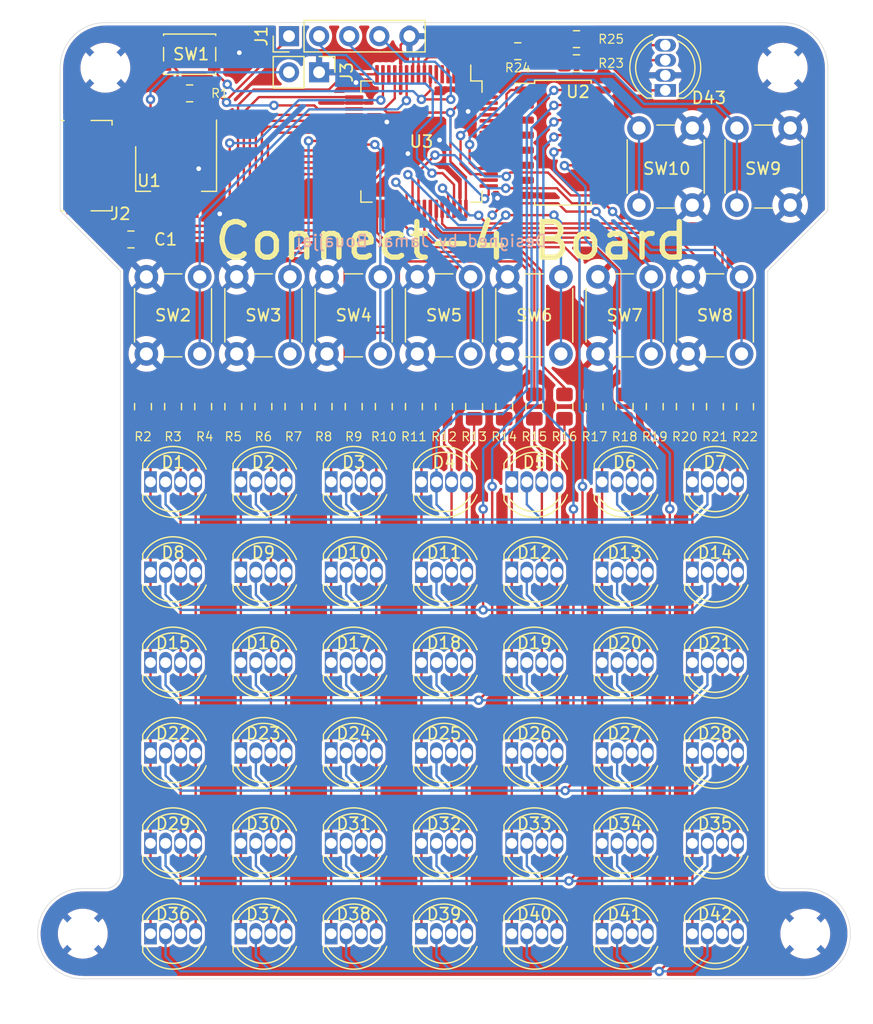
<source format=kicad_pcb>
(kicad_pcb (version 20190905) (host pcbnew "(5.99.0-126-g64b5e8bee)")
  (layers (0 "F.Cu" signal) (31 "B.Cu" signal) (34 "B.Paste" user) (35 "F.Paste" user) (36 "B.SilkS" user hide) (37 "F.SilkS" user) (38 "B.Mask" user) (39 "F.Mask" user) (44 "Edge.Cuts" user))
  (net 0 "")
  (net 1 "GND")
  (net 2 "/Row1")
  (net 3 "/Row2")
  (net 4 "/Row3")
  (net 5 "/Row4")
  (net 6 "/Row5")
  (net 7 "/Row6")
  (net 8 "Net-(D10-Pad2)")
  (net 9 "Net-(D15-Pad2)")
  (net 10 "Net-(SW7-Pad2)")
  (net 11 "Net-(SW9-Pad2)")
  (net 12 "Net-(D1-Pad2)")
  (net 13 "Net-(C1-Pad1)")
  (net 14 "Net-(D1-Pad4)")
  (net 15 "Net-(D1-Pad3)")
  (net 16 "Net-(D1-Pad1)")
  (net 17 "Net-(D10-Pad4)")
  (net 18 "Net-(D10-Pad3)")
  (net 19 "Net-(D10-Pad1)")
  (net 20 "Net-(D11-Pad4)")
  (net 21 "Net-(D11-Pad3)")
  (net 22 "Net-(D11-Pad1)")
  (net 23 "Net-(D12-Pad4)")
  (net 24 "Net-(D12-Pad3)")
  (net 25 "Net-(D12-Pad1)")
  (net 26 "Net-(D13-Pad4)")
  (net 27 "Net-(D13-Pad3)")
  (net 28 "Net-(D13-Pad1)")
  (net 29 "Net-(D14-Pad4)")
  (net 30 "Net-(D14-Pad3)")
  (net 31 "Net-(D14-Pad1)")
  (net 32 "+3V3")
  (net 33 "/Col1-R")
  (net 34 "/Col1-G")
  (net 35 "/Col1-B")
  (net 36 "/Col2-R")
  (net 37 "/Col2-G")
  (net 38 "/Col2-B")
  (net 39 "/Col3-R")
  (net 40 "/Col3-G")
  (net 41 "/Col3-B")
  (net 42 "/Col4-R")
  (net 43 "/Col4-G")
  (net 44 "/Col4-B")
  (net 45 "/Col5-R")
  (net 46 "/Col5-G")
  (net 47 "/Col5-B")
  (net 48 "/Col6-R")
  (net 49 "/Col6-G")
  (net 50 "/Col6-B")
  (net 51 "/Col7-R")
  (net 52 "/Col7-G")
  (net 53 "/Col7-B")
  (net 54 "Net-(R23-Pad1)")
  (net 55 "Net-(R24-Pad1)")
  (net 56 "Net-(SW2-Pad2)")
  (net 57 "Net-(SW3-Pad2)")
  (net 58 "Net-(SW4-Pad2)")
  (net 59 "Net-(SW5-Pad2)")
  (net 60 "Net-(SW6-Pad2)")
  (net 61 "Net-(SW8-Pad2)")
  (net 62 "Net-(D16-Pad4)")
  (net 63 "Net-(D16-Pad3)")
  (net 64 "Net-(D16-Pad1)")
  (net 65 "Net-(D22-Pad2)")
  (net 66 "Net-(D29-Pad2)")
  (net 67 "Net-(D36-Pad2)")
  (net 68 "Net-(D43-Pad3)")
  (net 69 "Net-(D43-Pad1)")
  (net 70 "Net-(D43-Pad4)")
  (net 71 "/SWCLK")
  (net 72 "/SWDIO")
  (net 73 "Net-(J2-Pad6)")
  (net 74 "Net-(R25-Pad1)")
  (net 75 "Net-(SW10-Pad2)")
  (net 76 "~RST")
  (module "Connector_PinHeader_2.54mm:PinHeader_1x05_P2.54mm_Vertical" (layer "F.Cu") (at 219.964 46.228 90)
    (fp_text reference "J1" (at 0 -2.33 90) (layer "F.SilkS"))
    (fp_text value "Conn_01x05")
    (pad "5" thru_hole oval (at 0 10.16 90) (size 1.7 1.7) (drill 1) (layers *.Cu *.Mask) (net 1 "GND"))
    (pad "4" thru_hole oval (at 0 7.62 90) (size 1.7 1.7) (drill 1) (layers *.Cu *.Mask) (net 76 "~RST"))
    (pad "3" thru_hole oval (at 0 5.08 90) (size 1.7 1.7) (drill 1) (layers *.Cu *.Mask) (net 71 "/SWCLK"))
    (pad "2" thru_hole oval (at 0 2.54 90) (size 1.7 1.7) (drill 1) (layers *.Cu *.Mask) (net 72 "/SWDIO"))
    (pad "1" thru_hole rect (at 0 0 90) (size 1.7 1.7) (drill 1) (layers *.Cu *.Mask) (net 32 "+3V3"))
  )
  (module "Connector_PinHeader_2.54mm:PinHeader_1x02_P2.54mm_Vertical" (layer "F.Cu") (at 222.504 49.276 270)
    (fp_text reference "J3" (at 0 -2.33 90) (layer "F.SilkS"))
    (fp_text value "Power")
    (pad "2" thru_hole oval (at 0 2.54 270) (size 1.7 1.7) (drill 1) (layers *.Cu *.Mask) (net 13 "Net-(C1-Pad1)"))
    (pad "1" thru_hole rect (at 0 0 270) (size 1.7 1.7) (drill 1) (layers *.Cu *.Mask) (net 1 "GND"))
  )
  (module "Package_QFP:LQFP-64_10x10mm_P0.5mm" (layer "F.Cu") (at 231.14 55.118 270)
    (fp_text reference "U3" (at 0 0 180) (layer "F.SilkS"))
    (fp_text value "STM32F103RCTx")
    (pad "64" smd roundrect (at -3.75 -5.675 270) (size 0.3 1.55) (layers "F.Cu" "F.Paste" "F.Mask") (net 32 "+3V3"))
    (pad "63" smd roundrect (at -3.25 -5.675 270) (size 0.3 1.55) (layers "F.Cu" "F.Paste" "F.Mask") (net 1 "GND"))
    (pad "62" smd roundrect (at -2.75 -5.675 270) (size 0.3 1.55) (layers "F.Cu" "F.Paste" "F.Mask"))
    (pad "61" smd roundrect (at -2.25 -5.675 270) (size 0.3 1.55) (layers "F.Cu" "F.Paste" "F.Mask") (net 2 "/Row1"))
    (pad "60" smd roundrect (at -1.75 -5.675 270) (size 0.3 1.55) (layers "F.Cu" "F.Paste" "F.Mask"))
    (pad "59" smd roundrect (at -1.25 -5.675 270) (size 0.3 1.55) (layers "F.Cu" "F.Paste" "F.Mask") (net 3 "/Row2"))
    (pad "58" smd roundrect (at -0.75 -5.675 270) (size 0.3 1.55) (layers "F.Cu" "F.Paste" "F.Mask") (net 4 "/Row3"))
    (pad "57" smd roundrect (at -0.25 -5.675 270) (size 0.3 1.55) (layers "F.Cu" "F.Paste" "F.Mask") (net 5 "/Row4"))
    (pad "56" smd roundrect (at 0.25 -5.675 270) (size 0.3 1.55) (layers "F.Cu" "F.Paste" "F.Mask") (net 6 "/Row5"))
    (pad "55" smd roundrect (at 0.75 -5.675 270) (size 0.3 1.55) (layers "F.Cu" "F.Paste" "F.Mask") (net 7 "/Row6"))
    (pad "54" smd roundrect (at 1.25 -5.675 270) (size 0.3 1.55) (layers "F.Cu" "F.Paste" "F.Mask"))
    (pad "53" smd roundrect (at 1.75 -5.675 270) (size 0.3 1.55) (layers "F.Cu" "F.Paste" "F.Mask"))
    (pad "52" smd roundrect (at 2.25 -5.675 270) (size 0.3 1.55) (layers "F.Cu" "F.Paste" "F.Mask") (net 75 "Net-(SW10-Pad2)"))
    (pad "51" smd roundrect (at 2.75 -5.675 270) (size 0.3 1.55) (layers "F.Cu" "F.Paste" "F.Mask") (net 11 "Net-(SW9-Pad2)"))
    (pad "50" smd roundrect (at 3.25 -5.675 270) (size 0.3 1.55) (layers "F.Cu" "F.Paste" "F.Mask"))
    (pad "49" smd roundrect (at 3.75 -5.675 270) (size 0.3 1.55) (layers "F.Cu" "F.Paste" "F.Mask") (net 71 "/SWCLK"))
    (pad "48" smd roundrect (at 5.675 -3.75 270) (size 1.55 0.3) (layers "F.Cu" "F.Paste" "F.Mask") (net 32 "+3V3"))
    (pad "47" smd roundrect (at 5.675 -3.25 270) (size 1.55 0.3) (layers "F.Cu" "F.Paste" "F.Mask") (net 1 "GND"))
    (pad "46" smd roundrect (at 5.675 -2.75 270) (size 1.55 0.3) (layers "F.Cu" "F.Paste" "F.Mask") (net 72 "/SWDIO"))
    (pad "45" smd roundrect (at 5.675 -2.25 270) (size 1.55 0.3) (layers "F.Cu" "F.Paste" "F.Mask") (net 53 "/Col7-B"))
    (pad "44" smd roundrect (at 5.675 -1.75 270) (size 1.55 0.3) (layers "F.Cu" "F.Paste" "F.Mask") (net 52 "/Col7-G"))
    (pad "43" smd roundrect (at 5.675 -1.25 270) (size 1.55 0.3) (layers "F.Cu" "F.Paste" "F.Mask") (net 51 "/Col7-R"))
    (pad "42" smd roundrect (at 5.675 -0.75 270) (size 1.55 0.3) (layers "F.Cu" "F.Paste" "F.Mask") (net 50 "/Col6-B"))
    (pad "41" smd roundrect (at 5.675 -0.25 270) (size 1.55 0.3) (layers "F.Cu" "F.Paste" "F.Mask") (net 49 "/Col6-G"))
    (pad "40" smd roundrect (at 5.675 0.25 270) (size 1.55 0.3) (layers "F.Cu" "F.Paste" "F.Mask") (net 61 "Net-(SW8-Pad2)"))
    (pad "39" smd roundrect (at 5.675 0.75 270) (size 1.55 0.3) (layers "F.Cu" "F.Paste" "F.Mask") (net 10 "Net-(SW7-Pad2)"))
    (pad "38" smd roundrect (at 5.675 1.25 270) (size 1.55 0.3) (layers "F.Cu" "F.Paste" "F.Mask") (net 60 "Net-(SW6-Pad2)"))
    (pad "37" smd roundrect (at 5.675 1.75 270) (size 1.55 0.3) (layers "F.Cu" "F.Paste" "F.Mask") (net 59 "Net-(SW5-Pad2)"))
    (pad "36" smd roundrect (at 5.675 2.25 270) (size 1.55 0.3) (layers "F.Cu" "F.Paste" "F.Mask") (net 48 "/Col6-R"))
    (pad "35" smd roundrect (at 5.675 2.75 270) (size 1.55 0.3) (layers "F.Cu" "F.Paste" "F.Mask") (net 47 "/Col5-B"))
    (pad "34" smd roundrect (at 5.675 3.25 270) (size 1.55 0.3) (layers "F.Cu" "F.Paste" "F.Mask") (net 46 "/Col5-G"))
    (pad "33" smd roundrect (at 5.675 3.75 270) (size 1.55 0.3) (layers "F.Cu" "F.Paste" "F.Mask") (net 45 "/Col5-R"))
    (pad "32" smd roundrect (at 3.75 5.675 270) (size 0.3 1.55) (layers "F.Cu" "F.Paste" "F.Mask") (net 32 "+3V3"))
    (pad "31" smd roundrect (at 3.25 5.675 270) (size 0.3 1.55) (layers "F.Cu" "F.Paste" "F.Mask") (net 1 "GND"))
    (pad "30" smd roundrect (at 2.75 5.675 270) (size 0.3 1.55) (layers "F.Cu" "F.Paste" "F.Mask") (net 44 "/Col4-B"))
    (pad "29" smd roundrect (at 2.25 5.675 270) (size 0.3 1.55) (layers "F.Cu" "F.Paste" "F.Mask") (net 43 "/Col4-G"))
    (pad "28" smd roundrect (at 1.75 5.675 270) (size 0.3 1.55) (layers "F.Cu" "F.Paste" "F.Mask") (net 42 "/Col4-R"))
    (pad "27" smd roundrect (at 1.25 5.675 270) (size 0.3 1.55) (layers "F.Cu" "F.Paste" "F.Mask") (net 41 "/Col3-B"))
    (pad "26" smd roundrect (at 0.75 5.675 270) (size 0.3 1.55) (layers "F.Cu" "F.Paste" "F.Mask") (net 40 "/Col3-G"))
    (pad "25" smd roundrect (at 0.25 5.675 270) (size 0.3 1.55) (layers "F.Cu" "F.Paste" "F.Mask") (net 58 "Net-(SW4-Pad2)"))
    (pad "24" smd roundrect (at -0.25 5.675 270) (size 0.3 1.55) (layers "F.Cu" "F.Paste" "F.Mask") (net 57 "Net-(SW3-Pad2)"))
    (pad "23" smd roundrect (at -0.75 5.675 270) (size 0.3 1.55) (layers "F.Cu" "F.Paste" "F.Mask") (net 39 "/Col3-R"))
    (pad "22" smd roundrect (at -1.25 5.675 270) (size 0.3 1.55) (layers "F.Cu" "F.Paste" "F.Mask") (net 38 "/Col2-B"))
    (pad "21" smd roundrect (at -1.75 5.675 270) (size 0.3 1.55) (layers "F.Cu" "F.Paste" "F.Mask") (net 37 "/Col2-G"))
    (pad "20" smd roundrect (at -2.25 5.675 270) (size 0.3 1.55) (layers "F.Cu" "F.Paste" "F.Mask") (net 36 "/Col2-R"))
    (pad "19" smd roundrect (at -2.75 5.675 270) (size 0.3 1.55) (layers "F.Cu" "F.Paste" "F.Mask") (net 32 "+3V3"))
    (pad "18" smd roundrect (at -3.25 5.675 270) (size 0.3 1.55) (layers "F.Cu" "F.Paste" "F.Mask") (net 1 "GND"))
    (pad "17" smd roundrect (at -3.75 5.675 270) (size 0.3 1.55) (layers "F.Cu" "F.Paste" "F.Mask") (net 35 "/Col1-B"))
    (pad "16" smd roundrect (at -5.675 3.75 270) (size 1.55 0.3) (layers "F.Cu" "F.Paste" "F.Mask") (net 34 "/Col1-G"))
    (pad "15" smd roundrect (at -5.675 3.25 270) (size 1.55 0.3) (layers "F.Cu" "F.Paste" "F.Mask") (net 33 "/Col1-R"))
    (pad "14" smd roundrect (at -5.675 2.75 270) (size 1.55 0.3) (layers "F.Cu" "F.Paste" "F.Mask"))
    (pad "13" smd roundrect (at -5.675 2.25 270) (size 1.55 0.3) (layers "F.Cu" "F.Paste" "F.Mask") (net 32 "+3V3"))
    (pad "12" smd roundrect (at -5.675 1.75 270) (size 1.55 0.3) (layers "F.Cu" "F.Paste" "F.Mask") (net 1 "GND"))
    (pad "11" smd roundrect (at -5.675 1.25 270) (size 1.55 0.3) (layers "F.Cu" "F.Paste" "F.Mask") (net 56 "Net-(SW2-Pad2)"))
    (pad "10" smd roundrect (at -5.675 0.75 270) (size 1.55 0.3) (layers "F.Cu" "F.Paste" "F.Mask") (net 74 "Net-(R25-Pad1)"))
    (pad "9" smd roundrect (at -5.675 0.25 270) (size 1.55 0.3) (layers "F.Cu" "F.Paste" "F.Mask") (net 55 "Net-(R24-Pad1)"))
    (pad "8" smd roundrect (at -5.675 -0.25 270) (size 1.55 0.3) (layers "F.Cu" "F.Paste" "F.Mask") (net 54 "Net-(R23-Pad1)"))
    (pad "7" smd roundrect (at -5.675 -0.75 270) (size 1.55 0.3) (layers "F.Cu" "F.Paste" "F.Mask") (net 76 "~RST"))
    (pad "6" smd roundrect (at -5.675 -1.25 270) (size 1.55 0.3) (layers "F.Cu" "F.Paste" "F.Mask"))
    (pad "5" smd roundrect (at -5.675 -1.75 270) (size 1.55 0.3) (layers "F.Cu" "F.Paste" "F.Mask"))
    (pad "4" smd roundrect (at -5.675 -2.25 270) (size 1.55 0.3) (layers "F.Cu" "F.Paste" "F.Mask"))
    (pad "3" smd roundrect (at -5.675 -2.75 270) (size 1.55 0.3) (layers "F.Cu" "F.Paste" "F.Mask"))
    (pad "2" smd roundrect (at -5.675 -3.25 270) (size 1.55 0.3) (layers "F.Cu" "F.Paste" "F.Mask"))
    (pad "1" smd roundrect (at -5.675 -3.75 270) (size 1.55 0.3) (layers "F.Cu" "F.Paste" "F.Mask"))
  )
  (module "Button_Switch_SMD:SW_SPST_PTS810" (layer "F.Cu") (at 211.582 47.752 180)
    (fp_text reference "SW1" (at -0.127 0) (layer "F.SilkS"))
    (fp_text value "SW_Push")
    (pad "1" smd rect (at -2.075 -1.075 180) (size 1.05 0.65) (layers "F.Cu" "F.Paste" "F.Mask") (net 76 "~RST"))
    (pad "1" smd rect (at 2.075 -1.075 180) (size 1.05 0.65) (layers "F.Cu" "F.Paste" "F.Mask") (net 76 "~RST"))
    (pad "2" smd rect (at -2.075 1.075 180) (size 1.05 0.65) (layers "F.Cu" "F.Paste" "F.Mask") (net 1 "GND"))
    (pad "2" smd rect (at 2.075 1.075 180) (size 1.05 0.65) (layers "F.Cu" "F.Paste" "F.Mask") (net 1 "GND"))
  )
  (module "LED_THT:LED_D5.0mm-4_RGB" (layer "F.Cu") (at 251.714 50.8 90)
    (fp_text reference "D43" (at -0.635 3.683 180) (layer "F.SilkS"))
    (fp_text value "LED_RCGB")
    (pad "4" thru_hole oval (at 3.81 0 90) (size 1.07 1.8) (drill 0.9) (layers *.Cu *.Mask) (net 70 "Net-(D43-Pad4)"))
    (pad "3" thru_hole oval (at 2.54 0 90) (size 1.07 1.8) (drill 0.9) (layers *.Cu *.Mask) (net 68 "Net-(D43-Pad3)"))
    (pad "2" thru_hole oval (at 1.27 0 90) (size 1.07 1.8) (drill 0.9) (layers *.Cu *.Mask) (net 1 "GND"))
    (pad "1" thru_hole rect (at 0 0 90) (size 1.07 1.8) (drill 0.9) (layers *.Cu *.Mask) (net 69 "Net-(D43-Pad1)"))
  )
  (module "Resistor_SMD:R_0805_2012Metric_Pad1.15x1.40mm_HandSolder" (layer "F.Cu") (at 211.582 51.054 180)
    (fp_text reference "R1" (at -2.54 0 180) (layer "F.SilkS") (effects (font (size 0.75 0.75) (thickness 0.1))))
    (fp_text value "1k")
    (pad "1" smd roundrect (at -1.025 0 180) (size 1.15 1.4) (layers "F.Cu" "F.Paste" "F.Mask") (roundrect_rratio 0.217391) (net 32 "+3V3"))
    (pad "2" smd roundrect (at 1.025 0 180) (size 1.15 1.4) (layers "F.Cu" "F.Paste" "F.Mask") (roundrect_rratio 0.217391) (net 76 "~RST"))
  )
  (module "Package_SO:SOP-16_4.55x10.3mm_P1.27mm" (layer "F.Cu") (at 243.078 55.213)
    (fp_text reference "U2" (at 1.27 -4.286 -180) (layer "F.SilkS"))
    (fp_text value "ULN2003")
    (pad "1" smd roundrect (at -3.25 -4.445) (size 1.6 0.6) (layers "F.Cu" "F.Paste" "F.Mask") (net 2 "/Row1"))
    (pad "2" smd roundrect (at -3.25 -3.175) (size 1.6 0.6) (layers "F.Cu" "F.Paste" "F.Mask") (net 3 "/Row2"))
    (pad "3" smd roundrect (at -3.25 -1.905) (size 1.6 0.6) (layers "F.Cu" "F.Paste" "F.Mask") (net 4 "/Row3"))
    (pad "4" smd roundrect (at -3.25 -0.635) (size 1.6 0.6) (layers "F.Cu" "F.Paste" "F.Mask") (net 5 "/Row4"))
    (pad "5" smd roundrect (at -3.25 0.635) (size 1.6 0.6) (layers "F.Cu" "F.Paste" "F.Mask") (net 6 "/Row5"))
    (pad "6" smd roundrect (at -3.25 1.905) (size 1.6 0.6) (layers "F.Cu" "F.Paste" "F.Mask") (net 7 "/Row6"))
    (pad "7" smd roundrect (at -3.25 3.175) (size 1.6 0.6) (layers "F.Cu" "F.Paste" "F.Mask"))
    (pad "8" smd roundrect (at -3.25 4.445) (size 1.6 0.6) (layers "F.Cu" "F.Paste" "F.Mask") (net 1 "GND"))
    (pad "9" smd roundrect (at 3.25 4.445) (size 1.6 0.6) (layers "F.Cu" "F.Paste" "F.Mask") (net 32 "+3V3"))
    (pad "10" smd roundrect (at 3.25 3.175) (size 1.6 0.6) (layers "F.Cu" "F.Paste" "F.Mask"))
    (pad "11" smd roundrect (at 3.25 1.905) (size 1.6 0.6) (layers "F.Cu" "F.Paste" "F.Mask") (net 67 "Net-(D36-Pad2)"))
    (pad "12" smd roundrect (at 3.25 0.635) (size 1.6 0.6) (layers "F.Cu" "F.Paste" "F.Mask") (net 66 "Net-(D29-Pad2)"))
    (pad "13" smd roundrect (at 3.25 -0.635) (size 1.6 0.6) (layers "F.Cu" "F.Paste" "F.Mask") (net 65 "Net-(D22-Pad2)"))
    (pad "14" smd roundrect (at 3.25 -1.905) (size 1.6 0.6) (layers "F.Cu" "F.Paste" "F.Mask") (net 9 "Net-(D15-Pad2)"))
    (pad "15" smd roundrect (at 3.25 -3.175) (size 1.6 0.6) (layers "F.Cu" "F.Paste" "F.Mask") (net 8 "Net-(D10-Pad2)"))
    (pad "16" smd roundrect (at 3.25 -4.445) (size 1.6 0.6) (layers "F.Cu" "F.Paste" "F.Mask") (net 12 "Net-(D1-Pad2)"))
  )
  (module "Package_TO_SOT_SMD:SOT-223-3_TabPin2" (layer "F.Cu") (at 210.439 57.404 270)
    (fp_text reference "U1" (at 1.016 2.286 180) (layer "F.SilkS"))
    (fp_text value "AMS1117-3.3")
    (pad "1" smd rect (at -3.15 -2.3 270) (size 2 1.5) (layers "F.Cu" "F.Paste" "F.Mask") (net 1 "GND"))
    (pad "3" smd rect (at -3.15 2.3 270) (size 2 1.5) (layers "F.Cu" "F.Paste" "F.Mask") (net 13 "Net-(C1-Pad1)"))
    (pad "2" smd rect (at -3.15 0 270) (size 2 1.5) (layers "F.Cu" "F.Paste" "F.Mask") (net 32 "+3V3"))
    (pad "2" smd rect (at 3.15 0 270) (size 2 3.8) (layers "F.Cu" "F.Paste" "F.Mask") (net 32 "+3V3"))
  )
  (module "Button_Switch_THT:SW_PUSH_6mm_H5mm" (layer "F.Cu") (at 254 53.975 270)
    (fp_text reference "SW10" (at 3.429 2.159) (layer "F.SilkS"))
    (fp_text value "SW_Push")
    (pad "2" thru_hole circle (at 0 4.5) (size 2 2) (drill 1.1) (layers *.Cu *.Mask) (net 75 "Net-(SW10-Pad2)"))
    (pad "1" thru_hole circle (at 0 0) (size 2 2) (drill 1.1) (layers *.Cu *.Mask) (net 1 "GND"))
    (pad "2" thru_hole circle (at 6.5 4.5) (size 2 2) (drill 1.1) (layers *.Cu *.Mask) (net 75 "Net-(SW10-Pad2)"))
    (pad "1" thru_hole circle (at 6.5 0) (size 2 2) (drill 1.1) (layers *.Cu *.Mask) (net 1 "GND"))
  )
  (module "Button_Switch_THT:SW_PUSH_6mm_H5mm" (layer "F.Cu") (at 262.255 53.975 270)
    (fp_text reference "SW9" (at 3.429 2.286 180) (layer "F.SilkS"))
    (fp_text value "SW_Push")
    (pad "2" thru_hole circle (at 0 4.5) (size 2 2) (drill 1.1) (layers *.Cu *.Mask) (net 11 "Net-(SW9-Pad2)"))
    (pad "1" thru_hole circle (at 0 0) (size 2 2) (drill 1.1) (layers *.Cu *.Mask) (net 1 "GND"))
    (pad "2" thru_hole circle (at 6.5 4.5) (size 2 2) (drill 1.1) (layers *.Cu *.Mask) (net 11 "Net-(SW9-Pad2)"))
    (pad "1" thru_hole circle (at 6.5 0) (size 2 2) (drill 1.1) (layers *.Cu *.Mask) (net 1 "GND"))
  )
  (module "Button_Switch_THT:SW_PUSH_6mm_H5mm" (layer "F.Cu") (at 253.65 73.025 90)
    (fp_text reference "SW8" (at 3.25 2.255 180) (layer "F.SilkS"))
    (fp_text value "SW_Push")
    (pad "2" thru_hole circle (at 0 4.5 180) (size 2 2) (drill 1.1) (layers *.Cu *.Mask) (net 61 "Net-(SW8-Pad2)"))
    (pad "1" thru_hole circle (at 0 0 180) (size 2 2) (drill 1.1) (layers *.Cu *.Mask) (net 1 "GND"))
    (pad "2" thru_hole circle (at 6.5 4.5 180) (size 2 2) (drill 1.1) (layers *.Cu *.Mask) (net 61 "Net-(SW8-Pad2)"))
    (pad "1" thru_hole circle (at 6.5 0 180) (size 2 2) (drill 1.1) (layers *.Cu *.Mask) (net 1 "GND"))
  )
  (module "Button_Switch_THT:SW_PUSH_6mm_H5mm" (layer "F.Cu") (at 246.03 73.025 90)
    (fp_text reference "SW7" (at 3.25 2.255 180) (layer "F.SilkS"))
    (fp_text value "SW_Push")
    (pad "2" thru_hole circle (at 0 4.5 180) (size 2 2) (drill 1.1) (layers *.Cu *.Mask) (net 10 "Net-(SW7-Pad2)"))
    (pad "1" thru_hole circle (at 0 0 180) (size 2 2) (drill 1.1) (layers *.Cu *.Mask) (net 1 "GND"))
    (pad "2" thru_hole circle (at 6.5 4.5 180) (size 2 2) (drill 1.1) (layers *.Cu *.Mask) (net 10 "Net-(SW7-Pad2)"))
    (pad "1" thru_hole circle (at 6.5 0 180) (size 2 2) (drill 1.1) (layers *.Cu *.Mask) (net 1 "GND"))
  )
  (module "Button_Switch_THT:SW_PUSH_6mm_H5mm" (layer "F.Cu") (at 238.41 73.025 90)
    (fp_text reference "SW6" (at 3.25 2.255 180) (layer "F.SilkS"))
    (fp_text value "SW_Push")
    (pad "2" thru_hole circle (at 0 4.5 180) (size 2 2) (drill 1.1) (layers *.Cu *.Mask) (net 60 "Net-(SW6-Pad2)"))
    (pad "1" thru_hole circle (at 0 0 180) (size 2 2) (drill 1.1) (layers *.Cu *.Mask) (net 1 "GND"))
    (pad "2" thru_hole circle (at 6.5 4.5 180) (size 2 2) (drill 1.1) (layers *.Cu *.Mask) (net 60 "Net-(SW6-Pad2)"))
    (pad "1" thru_hole circle (at 6.5 0 180) (size 2 2) (drill 1.1) (layers *.Cu *.Mask) (net 1 "GND"))
  )
  (module "Button_Switch_THT:SW_PUSH_6mm_H5mm" (layer "F.Cu") (at 230.79 73.025 90)
    (fp_text reference "SW5" (at 3.25 2.255 180) (layer "F.SilkS"))
    (fp_text value "SW_Push")
    (pad "2" thru_hole circle (at 0 4.5 180) (size 2 2) (drill 1.1) (layers *.Cu *.Mask) (net 59 "Net-(SW5-Pad2)"))
    (pad "1" thru_hole circle (at 0 0 180) (size 2 2) (drill 1.1) (layers *.Cu *.Mask) (net 1 "GND"))
    (pad "2" thru_hole circle (at 6.5 4.5 180) (size 2 2) (drill 1.1) (layers *.Cu *.Mask) (net 59 "Net-(SW5-Pad2)"))
    (pad "1" thru_hole circle (at 6.5 0 180) (size 2 2) (drill 1.1) (layers *.Cu *.Mask) (net 1 "GND"))
  )
  (module "Button_Switch_THT:SW_PUSH_6mm_H5mm" (layer "F.Cu") (at 223.17 73.025 90)
    (fp_text reference "SW4" (at 3.25 2.255 180) (layer "F.SilkS"))
    (fp_text value "SW_Push")
    (pad "2" thru_hole circle (at 0 4.5 180) (size 2 2) (drill 1.1) (layers *.Cu *.Mask) (net 58 "Net-(SW4-Pad2)"))
    (pad "1" thru_hole circle (at 0 0 180) (size 2 2) (drill 1.1) (layers *.Cu *.Mask) (net 1 "GND"))
    (pad "2" thru_hole circle (at 6.5 4.5 180) (size 2 2) (drill 1.1) (layers *.Cu *.Mask) (net 58 "Net-(SW4-Pad2)"))
    (pad "1" thru_hole circle (at 6.5 0 180) (size 2 2) (drill 1.1) (layers *.Cu *.Mask) (net 1 "GND"))
  )
  (module "Button_Switch_THT:SW_PUSH_6mm_H5mm" (layer "F.Cu") (at 215.55 73.025 90)
    (fp_text reference "SW3" (at 3.25 2.255 180) (layer "F.SilkS"))
    (fp_text value "SW_Push")
    (pad "2" thru_hole circle (at 0 4.5 180) (size 2 2) (drill 1.1) (layers *.Cu *.Mask) (net 57 "Net-(SW3-Pad2)"))
    (pad "1" thru_hole circle (at 0 0 180) (size 2 2) (drill 1.1) (layers *.Cu *.Mask) (net 1 "GND"))
    (pad "2" thru_hole circle (at 6.5 4.5 180) (size 2 2) (drill 1.1) (layers *.Cu *.Mask) (net 57 "Net-(SW3-Pad2)"))
    (pad "1" thru_hole circle (at 6.5 0 180) (size 2 2) (drill 1.1) (layers *.Cu *.Mask) (net 1 "GND"))
  )
  (module "Button_Switch_THT:SW_PUSH_6mm_H5mm" (layer "F.Cu") (at 207.93 73.025 90)
    (fp_text reference "SW2" (at 3.25 2.255 180) (layer "F.SilkS"))
    (fp_text value "SW_Push")
    (pad "2" thru_hole circle (at 0 4.5 180) (size 2 2) (drill 1.1) (layers *.Cu *.Mask) (net 56 "Net-(SW2-Pad2)"))
    (pad "1" thru_hole circle (at 0 0 180) (size 2 2) (drill 1.1) (layers *.Cu *.Mask) (net 1 "GND"))
    (pad "2" thru_hole circle (at 6.5 4.5 180) (size 2 2) (drill 1.1) (layers *.Cu *.Mask) (net 56 "Net-(SW2-Pad2)"))
    (pad "1" thru_hole circle (at 6.5 0 180) (size 2 2) (drill 1.1) (layers *.Cu *.Mask) (net 1 "GND"))
  )
  (module "Resistor_SMD:R_0805_2012Metric_Pad1.15x1.40mm_HandSolder" (layer "F.Cu") (at 244.221 46.482)
    (fp_text reference "R25" (at 2.921 0 180) (layer "F.SilkS") (effects (font (size 0.75 0.75) (thickness 0.1))))
    (fp_text value "560")
    (pad "1" smd roundrect (at -1.025 0) (size 1.15 1.4) (layers "F.Cu" "F.Paste" "F.Mask") (roundrect_rratio 0.217391) (net 74 "Net-(R25-Pad1)"))
    (pad "2" smd roundrect (at 1.025 0) (size 1.15 1.4) (layers "F.Cu" "F.Paste" "F.Mask") (roundrect_rratio 0.217391) (net 70 "Net-(D43-Pad4)"))
  )
  (module "Resistor_SMD:R_0805_2012Metric_Pad1.15x1.40mm_HandSolder" (layer "F.Cu") (at 239.268 47.498)
    (fp_text reference "R24" (at 0 1.397 180) (layer "F.SilkS") (effects (font (size 0.75 0.75) (thickness 0.1))))
    (fp_text value "560")
    (pad "1" smd roundrect (at -1.025 0) (size 1.15 1.4) (layers "F.Cu" "F.Paste" "F.Mask") (roundrect_rratio 0.217391) (net 55 "Net-(R24-Pad1)"))
    (pad "2" smd roundrect (at 1.025 0) (size 1.15 1.4) (layers "F.Cu" "F.Paste" "F.Mask") (roundrect_rratio 0.217391) (net 68 "Net-(D43-Pad3)"))
  )
  (module "Resistor_SMD:R_0805_2012Metric_Pad1.15x1.40mm_HandSolder" (layer "F.Cu") (at 244.221 48.514)
    (fp_text reference "R23" (at 2.921 0 180) (layer "F.SilkS") (effects (font (size 0.75 0.75) (thickness 0.1))))
    (fp_text value "560")
    (pad "1" smd roundrect (at -1.025 0) (size 1.15 1.4) (layers "F.Cu" "F.Paste" "F.Mask") (roundrect_rratio 0.217391) (net 54 "Net-(R23-Pad1)"))
    (pad "2" smd roundrect (at 1.025 0) (size 1.15 1.4) (layers "F.Cu" "F.Paste" "F.Mask") (roundrect_rratio 0.217391) (net 69 "Net-(D43-Pad1)"))
  )
  (module "Resistor_SMD:R_0805_2012Metric_Pad1.15x1.40mm_HandSolder" (layer "F.Cu") (at 258.445 77.47 270)
    (fp_text reference "R22" (at 2.54 0 180) (layer "F.SilkS") (effects (font (size 0.75 0.75) (thickness 0.1))))
    (fp_text value "560")
    (pad "2" smd roundrect (at 1.025 0 270) (size 1.15 1.4) (layers "F.Cu" "F.Paste" "F.Mask") (roundrect_rratio 0.217391) (net 29 "Net-(D14-Pad4)"))
    (pad "1" smd roundrect (at -1.025 0 270) (size 1.15 1.4) (layers "F.Cu" "F.Paste" "F.Mask") (roundrect_rratio 0.217391) (net 53 "/Col7-B"))
  )
  (module "Resistor_SMD:R_0805_2012Metric_Pad1.15x1.40mm_HandSolder" (layer "F.Cu") (at 255.905 77.47 270)
    (fp_text reference "R21" (at 2.54 0 180) (layer "F.SilkS") (effects (font (size 0.75 0.75) (thickness 0.1))))
    (fp_text value "560")
    (pad "2" smd roundrect (at 1.025 0 270) (size 1.15 1.4) (layers "F.Cu" "F.Paste" "F.Mask") (roundrect_rratio 0.217391) (net 30 "Net-(D14-Pad3)"))
    (pad "1" smd roundrect (at -1.025 0 270) (size 1.15 1.4) (layers "F.Cu" "F.Paste" "F.Mask") (roundrect_rratio 0.217391) (net 52 "/Col7-G"))
  )
  (module "Resistor_SMD:R_0805_2012Metric_Pad1.15x1.40mm_HandSolder" (layer "F.Cu") (at 253.365 77.47 270)
    (fp_text reference "R20" (at 2.54 0 180) (layer "F.SilkS") (effects (font (size 0.75 0.75) (thickness 0.1))))
    (fp_text value "560")
    (pad "2" smd roundrect (at 1.025 0 270) (size 1.15 1.4) (layers "F.Cu" "F.Paste" "F.Mask") (roundrect_rratio 0.217391) (net 31 "Net-(D14-Pad1)"))
    (pad "1" smd roundrect (at -1.025 0 270) (size 1.15 1.4) (layers "F.Cu" "F.Paste" "F.Mask") (roundrect_rratio 0.217391) (net 51 "/Col7-R"))
  )
  (module "Resistor_SMD:R_0805_2012Metric_Pad1.15x1.40mm_HandSolder" (layer "F.Cu") (at 250.825 77.47 270)
    (fp_text reference "R19" (at 2.54 0 180) (layer "F.SilkS") (effects (font (size 0.75 0.75) (thickness 0.1))))
    (fp_text value "560")
    (pad "2" smd roundrect (at 1.025 0 270) (size 1.15 1.4) (layers "F.Cu" "F.Paste" "F.Mask") (roundrect_rratio 0.217391) (net 26 "Net-(D13-Pad4)"))
    (pad "1" smd roundrect (at -1.025 0 270) (size 1.15 1.4) (layers "F.Cu" "F.Paste" "F.Mask") (roundrect_rratio 0.217391) (net 50 "/Col6-B"))
  )
  (module "Resistor_SMD:R_0805_2012Metric_Pad1.15x1.40mm_HandSolder" (layer "F.Cu") (at 248.285 77.47 270)
    (fp_text reference "R18" (at 2.54 0 180) (layer "F.SilkS") (effects (font (size 0.75 0.75) (thickness 0.1))))
    (fp_text value "560")
    (pad "2" smd roundrect (at 1.025 0 270) (size 1.15 1.4) (layers "F.Cu" "F.Paste" "F.Mask") (roundrect_rratio 0.217391) (net 27 "Net-(D13-Pad3)"))
    (pad "1" smd roundrect (at -1.025 0 270) (size 1.15 1.4) (layers "F.Cu" "F.Paste" "F.Mask") (roundrect_rratio 0.217391) (net 49 "/Col6-G"))
  )
  (module "Resistor_SMD:R_0805_2012Metric_Pad1.15x1.40mm_HandSolder" (layer "F.Cu") (at 245.745 77.47 270)
    (fp_text reference "R17" (at 2.54 0 180) (layer "F.SilkS") (effects (font (size 0.75 0.75) (thickness 0.1))))
    (fp_text value "560")
    (pad "2" smd roundrect (at 1.025 0 270) (size 1.15 1.4) (layers "F.Cu" "F.Paste" "F.Mask") (roundrect_rratio 0.217391) (net 28 "Net-(D13-Pad1)"))
    (pad "1" smd roundrect (at -1.025 0 270) (size 1.15 1.4) (layers "F.Cu" "F.Paste" "F.Mask") (roundrect_rratio 0.217391) (net 48 "/Col6-R"))
  )
  (module "Resistor_SMD:R_0805_2012Metric_Pad1.15x1.40mm_HandSolder" (layer "F.Cu") (at 243.205 77.47 270)
    (fp_text reference "R16" (at 2.54 0 180) (layer "F.SilkS") (effects (font (size 0.75 0.75) (thickness 0.1))))
    (fp_text value "560")
    (pad "2" smd roundrect (at 1.025 0 270) (size 1.15 1.4) (layers "F.Cu" "F.Paste" "F.Mask") (roundrect_rratio 0.217391) (net 23 "Net-(D12-Pad4)"))
    (pad "1" smd roundrect (at -1.025 0 270) (size 1.15 1.4) (layers "F.Cu" "F.Paste" "F.Mask") (roundrect_rratio 0.217391) (net 47 "/Col5-B"))
  )
  (module "Resistor_SMD:R_0805_2012Metric_Pad1.15x1.40mm_HandSolder" (layer "F.Cu") (at 240.665 77.47 270)
    (fp_text reference "R15" (at 2.54 0 180) (layer "F.SilkS") (effects (font (size 0.75 0.75) (thickness 0.1))))
    (fp_text value "560")
    (pad "2" smd roundrect (at 1.025 0 270) (size 1.15 1.4) (layers "F.Cu" "F.Paste" "F.Mask") (roundrect_rratio 0.217391) (net 24 "Net-(D12-Pad3)"))
    (pad "1" smd roundrect (at -1.025 0 270) (size 1.15 1.4) (layers "F.Cu" "F.Paste" "F.Mask") (roundrect_rratio 0.217391) (net 46 "/Col5-G"))
  )
  (module "Resistor_SMD:R_0805_2012Metric_Pad1.15x1.40mm_HandSolder" (layer "F.Cu") (at 238.125 77.47 270)
    (fp_text reference "R14" (at 2.54 0 180) (layer "F.SilkS") (effects (font (size 0.75 0.75) (thickness 0.1))))
    (fp_text value "560")
    (pad "2" smd roundrect (at 1.025 0 270) (size 1.15 1.4) (layers "F.Cu" "F.Paste" "F.Mask") (roundrect_rratio 0.217391) (net 25 "Net-(D12-Pad1)"))
    (pad "1" smd roundrect (at -1.025 0 270) (size 1.15 1.4) (layers "F.Cu" "F.Paste" "F.Mask") (roundrect_rratio 0.217391) (net 45 "/Col5-R"))
  )
  (module "Resistor_SMD:R_0805_2012Metric_Pad1.15x1.40mm_HandSolder" (layer "F.Cu") (at 235.585 77.47 270)
    (fp_text reference "R13" (at 2.54 0 180) (layer "F.SilkS") (effects (font (size 0.75 0.75) (thickness 0.1))))
    (fp_text value "560")
    (pad "2" smd roundrect (at 1.025 0 270) (size 1.15 1.4) (layers "F.Cu" "F.Paste" "F.Mask") (roundrect_rratio 0.217391) (net 20 "Net-(D11-Pad4)"))
    (pad "1" smd roundrect (at -1.025 0 270) (size 1.15 1.4) (layers "F.Cu" "F.Paste" "F.Mask") (roundrect_rratio 0.217391) (net 44 "/Col4-B"))
  )
  (module "Resistor_SMD:R_0805_2012Metric_Pad1.15x1.40mm_HandSolder" (layer "F.Cu") (at 233.045 77.47 270)
    (fp_text reference "R12" (at 2.54 0 180) (layer "F.SilkS") (effects (font (size 0.75 0.75) (thickness 0.1))))
    (fp_text value "560")
    (pad "2" smd roundrect (at 1.025 0 270) (size 1.15 1.4) (layers "F.Cu" "F.Paste" "F.Mask") (roundrect_rratio 0.217391) (net 21 "Net-(D11-Pad3)"))
    (pad "1" smd roundrect (at -1.025 0 270) (size 1.15 1.4) (layers "F.Cu" "F.Paste" "F.Mask") (roundrect_rratio 0.217391) (net 43 "/Col4-G"))
  )
  (module "Resistor_SMD:R_0805_2012Metric_Pad1.15x1.40mm_HandSolder" (layer "F.Cu") (at 230.505 77.47 270)
    (fp_text reference "R11" (at 2.54 0 180) (layer "F.SilkS") (effects (font (size 0.75 0.75) (thickness 0.1))))
    (fp_text value "560")
    (pad "2" smd roundrect (at 1.025 0 270) (size 1.15 1.4) (layers "F.Cu" "F.Paste" "F.Mask") (roundrect_rratio 0.217391) (net 22 "Net-(D11-Pad1)"))
    (pad "1" smd roundrect (at -1.025 0 270) (size 1.15 1.4) (layers "F.Cu" "F.Paste" "F.Mask") (roundrect_rratio 0.217391) (net 42 "/Col4-R"))
  )
  (module "Resistor_SMD:R_0805_2012Metric_Pad1.15x1.40mm_HandSolder" (layer "F.Cu") (at 227.965 77.47 270)
    (fp_text reference "R10" (at 2.54 0 180) (layer "F.SilkS") (effects (font (size 0.75 0.75) (thickness 0.1))))
    (fp_text value "560")
    (pad "2" smd roundrect (at 1.025 0 270) (size 1.15 1.4) (layers "F.Cu" "F.Paste" "F.Mask") (roundrect_rratio 0.217391) (net 17 "Net-(D10-Pad4)"))
    (pad "1" smd roundrect (at -1.025 0 270) (size 1.15 1.4) (layers "F.Cu" "F.Paste" "F.Mask") (roundrect_rratio 0.217391) (net 41 "/Col3-B"))
  )
  (module "Resistor_SMD:R_0805_2012Metric_Pad1.15x1.40mm_HandSolder" (layer "F.Cu") (at 225.425 77.47 270)
    (fp_text reference "R9" (at 2.54 0 180) (layer "F.SilkS") (effects (font (size 0.75 0.75) (thickness 0.1))))
    (fp_text value "560")
    (pad "2" smd roundrect (at 1.025 0 270) (size 1.15 1.4) (layers "F.Cu" "F.Paste" "F.Mask") (roundrect_rratio 0.217391) (net 18 "Net-(D10-Pad3)"))
    (pad "1" smd roundrect (at -1.025 0 270) (size 1.15 1.4) (layers "F.Cu" "F.Paste" "F.Mask") (roundrect_rratio 0.217391) (net 40 "/Col3-G"))
  )
  (module "Resistor_SMD:R_0805_2012Metric_Pad1.15x1.40mm_HandSolder" (layer "F.Cu") (at 222.885 77.47 270)
    (fp_text reference "R8" (at 2.54 0 180) (layer "F.SilkS") (effects (font (size 0.75 0.75) (thickness 0.1))))
    (fp_text value "560")
    (pad "2" smd roundrect (at 1.025 0 270) (size 1.15 1.4) (layers "F.Cu" "F.Paste" "F.Mask") (roundrect_rratio 0.217391) (net 19 "Net-(D10-Pad1)"))
    (pad "1" smd roundrect (at -1.025 0 270) (size 1.15 1.4) (layers "F.Cu" "F.Paste" "F.Mask") (roundrect_rratio 0.217391) (net 39 "/Col3-R"))
  )
  (module "Resistor_SMD:R_0805_2012Metric_Pad1.15x1.40mm_HandSolder" (layer "F.Cu") (at 220.345 77.47 270)
    (fp_text reference "R7" (at 2.54 0 180) (layer "F.SilkS") (effects (font (size 0.75 0.75) (thickness 0.1))))
    (fp_text value "560")
    (pad "2" smd roundrect (at 1.025 0 270) (size 1.15 1.4) (layers "F.Cu" "F.Paste" "F.Mask") (roundrect_rratio 0.217391) (net 62 "Net-(D16-Pad4)"))
    (pad "1" smd roundrect (at -1.025 0 270) (size 1.15 1.4) (layers "F.Cu" "F.Paste" "F.Mask") (roundrect_rratio 0.217391) (net 38 "/Col2-B"))
  )
  (module "Resistor_SMD:R_0805_2012Metric_Pad1.15x1.40mm_HandSolder" (layer "F.Cu") (at 217.805 77.47 270)
    (fp_text reference "R6" (at 2.54 0 180) (layer "F.SilkS") (effects (font (size 0.75 0.75) (thickness 0.1))))
    (fp_text value "560")
    (pad "2" smd roundrect (at 1.025 0 270) (size 1.15 1.4) (layers "F.Cu" "F.Paste" "F.Mask") (roundrect_rratio 0.217391) (net 63 "Net-(D16-Pad3)"))
    (pad "1" smd roundrect (at -1.025 0 270) (size 1.15 1.4) (layers "F.Cu" "F.Paste" "F.Mask") (roundrect_rratio 0.217391) (net 37 "/Col2-G"))
  )
  (module "Resistor_SMD:R_0805_2012Metric_Pad1.15x1.40mm_HandSolder" (layer "F.Cu") (at 215.265 77.47 270)
    (fp_text reference "R5" (at 2.54 0 180) (layer "F.SilkS") (effects (font (size 0.75 0.75) (thickness 0.1))))
    (fp_text value "560")
    (pad "2" smd roundrect (at 1.025 0 270) (size 1.15 1.4) (layers "F.Cu" "F.Paste" "F.Mask") (roundrect_rratio 0.217391) (net 64 "Net-(D16-Pad1)"))
    (pad "1" smd roundrect (at -1.025 0 270) (size 1.15 1.4) (layers "F.Cu" "F.Paste" "F.Mask") (roundrect_rratio 0.217391) (net 36 "/Col2-R"))
  )
  (module "Resistor_SMD:R_0805_2012Metric_Pad1.15x1.40mm_HandSolder" (layer "F.Cu") (at 212.725 77.47 270)
    (fp_text reference "R4" (at 2.54 -0.127 180) (layer "F.SilkS") (effects (font (size 0.75 0.75) (thickness 0.1))))
    (fp_text value "560")
    (pad "2" smd roundrect (at 1.025 0 270) (size 1.15 1.4) (layers "F.Cu" "F.Paste" "F.Mask") (roundrect_rratio 0.217391) (net 14 "Net-(D1-Pad4)"))
    (pad "1" smd roundrect (at -1.025 0 270) (size 1.15 1.4) (layers "F.Cu" "F.Paste" "F.Mask") (roundrect_rratio 0.217391) (net 35 "/Col1-B"))
  )
  (module "Resistor_SMD:R_0805_2012Metric_Pad1.15x1.40mm_HandSolder" (layer "F.Cu") (at 210.185 77.47 270)
    (fp_text reference "R3" (at 2.54 0 180) (layer "F.SilkS") (effects (font (size 0.75 0.75) (thickness 0.1))))
    (fp_text value "560")
    (pad "2" smd roundrect (at 1.025 0 270) (size 1.15 1.4) (layers "F.Cu" "F.Paste" "F.Mask") (roundrect_rratio 0.217391) (net 15 "Net-(D1-Pad3)"))
    (pad "1" smd roundrect (at -1.025 0 270) (size 1.15 1.4) (layers "F.Cu" "F.Paste" "F.Mask") (roundrect_rratio 0.217391) (net 34 "/Col1-G"))
  )
  (module "Resistor_SMD:R_0805_2012Metric_Pad1.15x1.40mm_HandSolder" (layer "F.Cu") (at 207.645 77.47 270)
    (fp_text reference "R2" (at 2.54 0) (layer "F.SilkS") (effects (font (size 0.75 0.75) (thickness 0.1))))
    (fp_text value "560")
    (pad "2" smd roundrect (at 1.025 0 270) (size 1.15 1.4) (layers "F.Cu" "F.Paste" "F.Mask") (roundrect_rratio 0.217391) (net 16 "Net-(D1-Pad1)"))
    (pad "1" smd roundrect (at -1.025 0 270) (size 1.15 1.4) (layers "F.Cu" "F.Paste" "F.Mask") (roundrect_rratio 0.217391) (net 33 "/Col1-R"))
  )
  (module "Connector_USB:USB_Micro-B_Molex_47346-0001" (layer "F.Cu") (at 203.327 57.15 270)
    (fp_text reference "J2" (at 4.064 -2.413) (layer "F.SilkS"))
    (fp_text value "USB_B_Micro")
    (pad "1" smd rect (at -1.3 -1.46 270) (size 0.45 1.38) (layers "F.Cu" "F.Paste" "F.Mask") (net 13 "Net-(C1-Pad1)"))
    (pad "2" smd rect (at -0.65 -1.46 270) (size 0.45 1.38) (layers "F.Cu" "F.Paste" "F.Mask"))
    (pad "3" smd rect (at 0 -1.46 270) (size 0.45 1.38) (layers "F.Cu" "F.Paste" "F.Mask"))
    (pad "4" smd rect (at 0.65 -1.46 270) (size 0.45 1.38) (layers "F.Cu" "F.Paste" "F.Mask"))
    (pad "5" smd rect (at 1.3 -1.46 270) (size 0.45 1.38) (layers "F.Cu" "F.Paste" "F.Mask") (net 1 "GND"))
    (pad "6" smd rect (at -2.4625 -1.1 270) (size 1.475 2.1) (layers "F.Cu" "F.Paste" "F.Mask") (net 73 "Net-(J2-Pad6)"))
    (pad "6" smd rect (at 2.4625 -1.1 270) (size 1.475 2.1) (layers "F.Cu" "F.Paste" "F.Mask") (net 73 "Net-(J2-Pad6)"))
    (pad "6" smd rect (at -2.91 1.2 270) (size 2.375 1.9) (layers "F.Cu" "F.Paste" "F.Mask") (net 73 "Net-(J2-Pad6)"))
    (pad "6" smd rect (at 2.91 1.2 270) (size 2.375 1.9) (layers "F.Cu" "F.Paste" "F.Mask") (net 73 "Net-(J2-Pad6)"))
    (pad "6" smd rect (at -0.84 1.2 270) (size 1.175 1.9) (layers "F.Cu" "F.Paste" "F.Mask") (net 73 "Net-(J2-Pad6)"))
    (pad "6" smd rect (at 0.84 1.2 270) (size 1.175 1.9) (layers "F.Cu" "F.Paste" "F.Mask") (net 73 "Net-(J2-Pad6)"))
  )
  (module "MountingHole:MountingHole_3.2mm_M3" (layer "F.Cu") (at 204.47 48.895)
    (fp_text reference "H4" hide)
    (fp_text value "3.2mm Mounting Hole")
    (pad "1" np_thru_hole circle (at 0 0) (size 3.2 3.2) (drill 3.2) (layers *.Cu *.Mask) (net 1 "GND"))
  )
  (module "MountingHole:MountingHole_3.2mm_M3" (layer "F.Cu") (at 202.565 121.92)
    (fp_text reference "H3" hide)
    (fp_text value "3.2mm Mounting Hole")
    (pad "1" np_thru_hole circle (at 0 0) (size 3.2 3.2) (drill 3.2) (layers *.Cu *.Mask) (net 1 "GND"))
  )
  (module "MountingHole:MountingHole_3.2mm_M3" (layer "F.Cu") (at 261.62 48.895)
    (fp_text reference "H2" hide)
    (fp_text value "3.2mm Mounting Hole")
    (pad "1" np_thru_hole circle (at 0 0) (size 3.2 3.2) (drill 3.2) (layers *.Cu *.Mask) (net 1 "GND"))
  )
  (module "MountingHole:MountingHole_3.2mm_M3" (layer "F.Cu") (at 263.525 121.92)
    (fp_text reference "H1" hide)
    (fp_text value "3.2mm Mounting Hole")
    (pad "1" np_thru_hole circle (at 0 0) (size 3.2 3.2) (drill 3.2) (layers *.Cu *.Mask) (net 1 "GND"))
  )
  (module "LED_THT:LED_D5.0mm-4_RGB" (layer "F.Cu") (at 254 121.92)
    (fp_text reference "D42" (at 1.905 -1.651) (layer "F.SilkS"))
    (fp_text value "LED_RCGB")
    (pad "4" thru_hole oval (at 3.81 0) (size 1.07 1.8) (drill 0.9) (layers *.Cu *.Mask) (net 29 "Net-(D14-Pad4)"))
    (pad "3" thru_hole oval (at 2.54 0) (size 1.07 1.8) (drill 0.9) (layers *.Cu *.Mask) (net 30 "Net-(D14-Pad3)"))
    (pad "2" thru_hole oval (at 1.27 0) (size 1.07 1.8) (drill 0.9) (layers *.Cu *.Mask) (net 67 "Net-(D36-Pad2)"))
    (pad "1" thru_hole rect (at 0 0) (size 1.07 1.8) (drill 0.9) (layers *.Cu *.Mask) (net 31 "Net-(D14-Pad1)"))
  )
  (module "LED_THT:LED_D5.0mm-4_RGB" (layer "F.Cu") (at 246.38 121.92)
    (fp_text reference "D41" (at 1.905 -1.651) (layer "F.SilkS"))
    (fp_text value "LED_RCGB")
    (pad "4" thru_hole oval (at 3.81 0) (size 1.07 1.8) (drill 0.9) (layers *.Cu *.Mask) (net 26 "Net-(D13-Pad4)"))
    (pad "3" thru_hole oval (at 2.54 0) (size 1.07 1.8) (drill 0.9) (layers *.Cu *.Mask) (net 27 "Net-(D13-Pad3)"))
    (pad "2" thru_hole oval (at 1.27 0) (size 1.07 1.8) (drill 0.9) (layers *.Cu *.Mask) (net 67 "Net-(D36-Pad2)"))
    (pad "1" thru_hole rect (at 0 0) (size 1.07 1.8) (drill 0.9) (layers *.Cu *.Mask) (net 28 "Net-(D13-Pad1)"))
  )
  (module "LED_THT:LED_D5.0mm-4_RGB" (layer "F.Cu") (at 238.76 121.92)
    (fp_text reference "D40" (at 1.905 -1.651) (layer "F.SilkS"))
    (fp_text value "LED_RCGB")
    (pad "4" thru_hole oval (at 3.81 0) (size 1.07 1.8) (drill 0.9) (layers *.Cu *.Mask) (net 23 "Net-(D12-Pad4)"))
    (pad "3" thru_hole oval (at 2.54 0) (size 1.07 1.8) (drill 0.9) (layers *.Cu *.Mask) (net 24 "Net-(D12-Pad3)"))
    (pad "2" thru_hole oval (at 1.27 0) (size 1.07 1.8) (drill 0.9) (layers *.Cu *.Mask) (net 67 "Net-(D36-Pad2)"))
    (pad "1" thru_hole rect (at 0 0) (size 1.07 1.8) (drill 0.9) (layers *.Cu *.Mask) (net 25 "Net-(D12-Pad1)"))
  )
  (module "LED_THT:LED_D5.0mm-4_RGB" (layer "F.Cu") (at 231.14 121.92)
    (fp_text reference "D39" (at 1.905 -1.651) (layer "F.SilkS"))
    (fp_text value "LED_RCGB")
    (pad "4" thru_hole oval (at 3.81 0) (size 1.07 1.8) (drill 0.9) (layers *.Cu *.Mask) (net 20 "Net-(D11-Pad4)"))
    (pad "3" thru_hole oval (at 2.54 0) (size 1.07 1.8) (drill 0.9) (layers *.Cu *.Mask) (net 21 "Net-(D11-Pad3)"))
    (pad "2" thru_hole oval (at 1.27 0) (size 1.07 1.8) (drill 0.9) (layers *.Cu *.Mask) (net 67 "Net-(D36-Pad2)"))
    (pad "1" thru_hole rect (at 0 0) (size 1.07 1.8) (drill 0.9) (layers *.Cu *.Mask) (net 22 "Net-(D11-Pad1)"))
  )
  (module "LED_THT:LED_D5.0mm-4_RGB" (layer "F.Cu") (at 223.52 121.92)
    (fp_text reference "D38" (at 1.905 -1.651) (layer "F.SilkS"))
    (fp_text value "LED_RCGB")
    (pad "4" thru_hole oval (at 3.81 0) (size 1.07 1.8) (drill 0.9) (layers *.Cu *.Mask) (net 17 "Net-(D10-Pad4)"))
    (pad "3" thru_hole oval (at 2.54 0) (size 1.07 1.8) (drill 0.9) (layers *.Cu *.Mask) (net 18 "Net-(D10-Pad3)"))
    (pad "2" thru_hole oval (at 1.27 0) (size 1.07 1.8) (drill 0.9) (layers *.Cu *.Mask) (net 67 "Net-(D36-Pad2)"))
    (pad "1" thru_hole rect (at 0 0) (size 1.07 1.8) (drill 0.9) (layers *.Cu *.Mask) (net 19 "Net-(D10-Pad1)"))
  )
  (module "LED_THT:LED_D5.0mm-4_RGB" (layer "F.Cu") (at 215.9 121.92)
    (fp_text reference "D37" (at 1.905 -1.651) (layer "F.SilkS"))
    (fp_text value "LED_RCGB")
    (pad "4" thru_hole oval (at 3.81 0) (size 1.07 1.8) (drill 0.9) (layers *.Cu *.Mask) (net 62 "Net-(D16-Pad4)"))
    (pad "3" thru_hole oval (at 2.54 0) (size 1.07 1.8) (drill 0.9) (layers *.Cu *.Mask) (net 63 "Net-(D16-Pad3)"))
    (pad "2" thru_hole oval (at 1.27 0) (size 1.07 1.8) (drill 0.9) (layers *.Cu *.Mask) (net 67 "Net-(D36-Pad2)"))
    (pad "1" thru_hole rect (at 0 0) (size 1.07 1.8) (drill 0.9) (layers *.Cu *.Mask) (net 64 "Net-(D16-Pad1)"))
  )
  (module "LED_THT:LED_D5.0mm-4_RGB" (layer "F.Cu") (at 208.28 121.92)
    (fp_text reference "D36" (at 1.905 -1.651) (layer "F.SilkS"))
    (fp_text value "LED_RCGB")
    (pad "4" thru_hole oval (at 3.81 0) (size 1.07 1.8) (drill 0.9) (layers *.Cu *.Mask) (net 14 "Net-(D1-Pad4)"))
    (pad "3" thru_hole oval (at 2.54 0) (size 1.07 1.8) (drill 0.9) (layers *.Cu *.Mask) (net 15 "Net-(D1-Pad3)"))
    (pad "2" thru_hole oval (at 1.27 0) (size 1.07 1.8) (drill 0.9) (layers *.Cu *.Mask) (net 67 "Net-(D36-Pad2)"))
    (pad "1" thru_hole rect (at 0 0) (size 1.07 1.8) (drill 0.9) (layers *.Cu *.Mask) (net 16 "Net-(D1-Pad1)"))
  )
  (module "LED_THT:LED_D5.0mm-4_RGB" (layer "F.Cu") (at 254 114.3)
    (fp_text reference "D35" (at 1.905 -1.651) (layer "F.SilkS"))
    (fp_text value "LED_RCGB")
    (pad "4" thru_hole oval (at 3.81 0) (size 1.07 1.8) (drill 0.9) (layers *.Cu *.Mask) (net 29 "Net-(D14-Pad4)"))
    (pad "3" thru_hole oval (at 2.54 0) (size 1.07 1.8) (drill 0.9) (layers *.Cu *.Mask) (net 30 "Net-(D14-Pad3)"))
    (pad "2" thru_hole oval (at 1.27 0) (size 1.07 1.8) (drill 0.9) (layers *.Cu *.Mask) (net 66 "Net-(D29-Pad2)"))
    (pad "1" thru_hole rect (at 0 0) (size 1.07 1.8) (drill 0.9) (layers *.Cu *.Mask) (net 31 "Net-(D14-Pad1)"))
  )
  (module "LED_THT:LED_D5.0mm-4_RGB" (layer "F.Cu") (at 246.38 114.3)
    (fp_text reference "D34" (at 1.905 -1.651) (layer "F.SilkS"))
    (fp_text value "LED_RCGB")
    (pad "4" thru_hole oval (at 3.81 0) (size 1.07 1.8) (drill 0.9) (layers *.Cu *.Mask) (net 26 "Net-(D13-Pad4)"))
    (pad "3" thru_hole oval (at 2.54 0) (size 1.07 1.8) (drill 0.9) (layers *.Cu *.Mask) (net 27 "Net-(D13-Pad3)"))
    (pad "2" thru_hole oval (at 1.27 0) (size 1.07 1.8) (drill 0.9) (layers *.Cu *.Mask) (net 66 "Net-(D29-Pad2)"))
    (pad "1" thru_hole rect (at 0 0) (size 1.07 1.8) (drill 0.9) (layers *.Cu *.Mask) (net 28 "Net-(D13-Pad1)"))
  )
  (module "LED_THT:LED_D5.0mm-4_RGB" (layer "F.Cu") (at 238.76 114.3)
    (fp_text reference "D33" (at 1.905 -1.651) (layer "F.SilkS"))
    (fp_text value "LED_RCGB")
    (pad "4" thru_hole oval (at 3.81 0) (size 1.07 1.8) (drill 0.9) (layers *.Cu *.Mask) (net 23 "Net-(D12-Pad4)"))
    (pad "3" thru_hole oval (at 2.54 0) (size 1.07 1.8) (drill 0.9) (layers *.Cu *.Mask) (net 24 "Net-(D12-Pad3)"))
    (pad "2" thru_hole oval (at 1.27 0) (size 1.07 1.8) (drill 0.9) (layers *.Cu *.Mask) (net 66 "Net-(D29-Pad2)"))
    (pad "1" thru_hole rect (at 0 0) (size 1.07 1.8) (drill 0.9) (layers *.Cu *.Mask) (net 25 "Net-(D12-Pad1)"))
  )
  (module "LED_THT:LED_D5.0mm-4_RGB" (layer "F.Cu") (at 231.14 114.3)
    (fp_text reference "D32" (at 1.905 -1.651) (layer "F.SilkS"))
    (fp_text value "LED_RCGB")
    (pad "4" thru_hole oval (at 3.81 0) (size 1.07 1.8) (drill 0.9) (layers *.Cu *.Mask) (net 20 "Net-(D11-Pad4)"))
    (pad "3" thru_hole oval (at 2.54 0) (size 1.07 1.8) (drill 0.9) (layers *.Cu *.Mask) (net 21 "Net-(D11-Pad3)"))
    (pad "2" thru_hole oval (at 1.27 0) (size 1.07 1.8) (drill 0.9) (layers *.Cu *.Mask) (net 66 "Net-(D29-Pad2)"))
    (pad "1" thru_hole rect (at 0 0) (size 1.07 1.8) (drill 0.9) (layers *.Cu *.Mask) (net 22 "Net-(D11-Pad1)"))
  )
  (module "LED_THT:LED_D5.0mm-4_RGB" (layer "F.Cu") (at 223.52 114.3)
    (fp_text reference "D31" (at 1.905 -1.651) (layer "F.SilkS"))
    (fp_text value "LED_RCGB")
    (pad "4" thru_hole oval (at 3.81 0) (size 1.07 1.8) (drill 0.9) (layers *.Cu *.Mask) (net 17 "Net-(D10-Pad4)"))
    (pad "3" thru_hole oval (at 2.54 0) (size 1.07 1.8) (drill 0.9) (layers *.Cu *.Mask) (net 18 "Net-(D10-Pad3)"))
    (pad "2" thru_hole oval (at 1.27 0) (size 1.07 1.8) (drill 0.9) (layers *.Cu *.Mask) (net 66 "Net-(D29-Pad2)"))
    (pad "1" thru_hole rect (at 0 0) (size 1.07 1.8) (drill 0.9) (layers *.Cu *.Mask) (net 19 "Net-(D10-Pad1)"))
  )
  (module "LED_THT:LED_D5.0mm-4_RGB" (layer "F.Cu") (at 215.9 114.3)
    (fp_text reference "D30" (at 1.905 -1.651) (layer "F.SilkS"))
    (fp_text value "LED_RCGB")
    (pad "4" thru_hole oval (at 3.81 0) (size 1.07 1.8) (drill 0.9) (layers *.Cu *.Mask) (net 62 "Net-(D16-Pad4)"))
    (pad "3" thru_hole oval (at 2.54 0) (size 1.07 1.8) (drill 0.9) (layers *.Cu *.Mask) (net 63 "Net-(D16-Pad3)"))
    (pad "2" thru_hole oval (at 1.27 0) (size 1.07 1.8) (drill 0.9) (layers *.Cu *.Mask) (net 66 "Net-(D29-Pad2)"))
    (pad "1" thru_hole rect (at 0 0) (size 1.07 1.8) (drill 0.9) (layers *.Cu *.Mask) (net 64 "Net-(D16-Pad1)"))
  )
  (module "LED_THT:LED_D5.0mm-4_RGB" (layer "F.Cu") (at 208.28 114.3)
    (fp_text reference "D29" (at 1.905 -1.651) (layer "F.SilkS"))
    (fp_text value "LED_RCGB")
    (pad "4" thru_hole oval (at 3.81 0) (size 1.07 1.8) (drill 0.9) (layers *.Cu *.Mask) (net 14 "Net-(D1-Pad4)"))
    (pad "3" thru_hole oval (at 2.54 0) (size 1.07 1.8) (drill 0.9) (layers *.Cu *.Mask) (net 15 "Net-(D1-Pad3)"))
    (pad "2" thru_hole oval (at 1.27 0) (size 1.07 1.8) (drill 0.9) (layers *.Cu *.Mask) (net 66 "Net-(D29-Pad2)"))
    (pad "1" thru_hole rect (at 0 0) (size 1.07 1.8) (drill 0.9) (layers *.Cu *.Mask) (net 16 "Net-(D1-Pad1)"))
  )
  (module "LED_THT:LED_D5.0mm-4_RGB" (layer "F.Cu") (at 254 106.68)
    (fp_text reference "D28" (at 1.905 -1.651) (layer "F.SilkS"))
    (fp_text value "LED_RCGB")
    (pad "4" thru_hole oval (at 3.81 0) (size 1.07 1.8) (drill 0.9) (layers *.Cu *.Mask) (net 29 "Net-(D14-Pad4)"))
    (pad "3" thru_hole oval (at 2.54 0) (size 1.07 1.8) (drill 0.9) (layers *.Cu *.Mask) (net 30 "Net-(D14-Pad3)"))
    (pad "2" thru_hole oval (at 1.27 0) (size 1.07 1.8) (drill 0.9) (layers *.Cu *.Mask) (net 65 "Net-(D22-Pad2)"))
    (pad "1" thru_hole rect (at 0 0) (size 1.07 1.8) (drill 0.9) (layers *.Cu *.Mask) (net 31 "Net-(D14-Pad1)"))
  )
  (module "LED_THT:LED_D5.0mm-4_RGB" (layer "F.Cu") (at 246.38 106.68)
    (fp_text reference "D27" (at 1.905 -1.651) (layer "F.SilkS"))
    (fp_text value "LED_RCGB")
    (pad "4" thru_hole oval (at 3.81 0) (size 1.07 1.8) (drill 0.9) (layers *.Cu *.Mask) (net 26 "Net-(D13-Pad4)"))
    (pad "3" thru_hole oval (at 2.54 0) (size 1.07 1.8) (drill 0.9) (layers *.Cu *.Mask) (net 27 "Net-(D13-Pad3)"))
    (pad "2" thru_hole oval (at 1.27 0) (size 1.07 1.8) (drill 0.9) (layers *.Cu *.Mask) (net 65 "Net-(D22-Pad2)"))
    (pad "1" thru_hole rect (at 0 0) (size 1.07 1.8) (drill 0.9) (layers *.Cu *.Mask) (net 28 "Net-(D13-Pad1)"))
  )
  (module "LED_THT:LED_D5.0mm-4_RGB" (layer "F.Cu") (at 238.76 106.68)
    (fp_text reference "D26" (at 1.905 -1.651) (layer "F.SilkS"))
    (fp_text value "LED_RCGB")
    (pad "4" thru_hole oval (at 3.81 0) (size 1.07 1.8) (drill 0.9) (layers *.Cu *.Mask) (net 23 "Net-(D12-Pad4)"))
    (pad "3" thru_hole oval (at 2.54 0) (size 1.07 1.8) (drill 0.9) (layers *.Cu *.Mask) (net 24 "Net-(D12-Pad3)"))
    (pad "2" thru_hole oval (at 1.27 0) (size 1.07 1.8) (drill 0.9) (layers *.Cu *.Mask) (net 65 "Net-(D22-Pad2)"))
    (pad "1" thru_hole rect (at 0 0) (size 1.07 1.8) (drill 0.9) (layers *.Cu *.Mask) (net 25 "Net-(D12-Pad1)"))
  )
  (module "LED_THT:LED_D5.0mm-4_RGB" (layer "F.Cu") (at 231.14 106.68)
    (fp_text reference "D25" (at 1.905 -1.651) (layer "F.SilkS"))
    (fp_text value "LED_RCGB")
    (pad "4" thru_hole oval (at 3.81 0) (size 1.07 1.8) (drill 0.9) (layers *.Cu *.Mask) (net 20 "Net-(D11-Pad4)"))
    (pad "3" thru_hole oval (at 2.54 0) (size 1.07 1.8) (drill 0.9) (layers *.Cu *.Mask) (net 21 "Net-(D11-Pad3)"))
    (pad "2" thru_hole oval (at 1.27 0) (size 1.07 1.8) (drill 0.9) (layers *.Cu *.Mask) (net 65 "Net-(D22-Pad2)"))
    (pad "1" thru_hole rect (at 0 0) (size 1.07 1.8) (drill 0.9) (layers *.Cu *.Mask) (net 22 "Net-(D11-Pad1)"))
  )
  (module "LED_THT:LED_D5.0mm-4_RGB" (layer "F.Cu") (at 223.52 106.68)
    (fp_text reference "D24" (at 1.905 -1.651) (layer "F.SilkS"))
    (fp_text value "LED_RCGB")
    (pad "4" thru_hole oval (at 3.81 0) (size 1.07 1.8) (drill 0.9) (layers *.Cu *.Mask) (net 17 "Net-(D10-Pad4)"))
    (pad "3" thru_hole oval (at 2.54 0) (size 1.07 1.8) (drill 0.9) (layers *.Cu *.Mask) (net 18 "Net-(D10-Pad3)"))
    (pad "2" thru_hole oval (at 1.27 0) (size 1.07 1.8) (drill 0.9) (layers *.Cu *.Mask) (net 65 "Net-(D22-Pad2)"))
    (pad "1" thru_hole rect (at 0 0) (size 1.07 1.8) (drill 0.9) (layers *.Cu *.Mask) (net 19 "Net-(D10-Pad1)"))
  )
  (module "LED_THT:LED_D5.0mm-4_RGB" (layer "F.Cu") (at 215.9 106.68)
    (fp_text reference "D23" (at 1.905 -1.651) (layer "F.SilkS"))
    (fp_text value "LED_RCGB")
    (pad "4" thru_hole oval (at 3.81 0) (size 1.07 1.8) (drill 0.9) (layers *.Cu *.Mask) (net 62 "Net-(D16-Pad4)"))
    (pad "3" thru_hole oval (at 2.54 0) (size 1.07 1.8) (drill 0.9) (layers *.Cu *.Mask) (net 63 "Net-(D16-Pad3)"))
    (pad "2" thru_hole oval (at 1.27 0) (size 1.07 1.8) (drill 0.9) (layers *.Cu *.Mask) (net 65 "Net-(D22-Pad2)"))
    (pad "1" thru_hole rect (at 0 0) (size 1.07 1.8) (drill 0.9) (layers *.Cu *.Mask) (net 64 "Net-(D16-Pad1)"))
  )
  (module "LED_THT:LED_D5.0mm-4_RGB" (layer "F.Cu") (at 208.28 106.68)
    (fp_text reference "D22" (at 1.905 -1.651) (layer "F.SilkS"))
    (fp_text value "LED_RCGB")
    (pad "4" thru_hole oval (at 3.81 0) (size 1.07 1.8) (drill 0.9) (layers *.Cu *.Mask) (net 14 "Net-(D1-Pad4)"))
    (pad "3" thru_hole oval (at 2.54 0) (size 1.07 1.8) (drill 0.9) (layers *.Cu *.Mask) (net 15 "Net-(D1-Pad3)"))
    (pad "2" thru_hole oval (at 1.27 0) (size 1.07 1.8) (drill 0.9) (layers *.Cu *.Mask) (net 65 "Net-(D22-Pad2)"))
    (pad "1" thru_hole rect (at 0 0) (size 1.07 1.8) (drill 0.9) (layers *.Cu *.Mask) (net 16 "Net-(D1-Pad1)"))
  )
  (module "LED_THT:LED_D5.0mm-4_RGB" (layer "F.Cu") (at 254 99.06)
    (fp_text reference "D21" (at 1.905 -1.651) (layer "F.SilkS"))
    (fp_text value "LED_RCGB")
    (pad "4" thru_hole oval (at 3.81 0) (size 1.07 1.8) (drill 0.9) (layers *.Cu *.Mask) (net 29 "Net-(D14-Pad4)"))
    (pad "3" thru_hole oval (at 2.54 0) (size 1.07 1.8) (drill 0.9) (layers *.Cu *.Mask) (net 30 "Net-(D14-Pad3)"))
    (pad "2" thru_hole oval (at 1.27 0) (size 1.07 1.8) (drill 0.9) (layers *.Cu *.Mask) (net 9 "Net-(D15-Pad2)"))
    (pad "1" thru_hole rect (at 0 0) (size 1.07 1.8) (drill 0.9) (layers *.Cu *.Mask) (net 31 "Net-(D14-Pad1)"))
  )
  (module "LED_THT:LED_D5.0mm-4_RGB" (layer "F.Cu") (at 246.38 99.06)
    (fp_text reference "D20" (at 1.905 -1.651) (layer "F.SilkS"))
    (fp_text value "LED_RCGB")
    (pad "4" thru_hole oval (at 3.81 0) (size 1.07 1.8) (drill 0.9) (layers *.Cu *.Mask) (net 26 "Net-(D13-Pad4)"))
    (pad "3" thru_hole oval (at 2.54 0) (size 1.07 1.8) (drill 0.9) (layers *.Cu *.Mask) (net 27 "Net-(D13-Pad3)"))
    (pad "2" thru_hole oval (at 1.27 0) (size 1.07 1.8) (drill 0.9) (layers *.Cu *.Mask) (net 9 "Net-(D15-Pad2)"))
    (pad "1" thru_hole rect (at 0 0) (size 1.07 1.8) (drill 0.9) (layers *.Cu *.Mask) (net 28 "Net-(D13-Pad1)"))
  )
  (module "LED_THT:LED_D5.0mm-4_RGB" (layer "F.Cu") (at 238.76 99.06)
    (fp_text reference "D19" (at 1.905 -1.651) (layer "F.SilkS"))
    (fp_text value "LED_RCGB")
    (pad "4" thru_hole oval (at 3.81 0) (size 1.07 1.8) (drill 0.9) (layers *.Cu *.Mask) (net 23 "Net-(D12-Pad4)"))
    (pad "3" thru_hole oval (at 2.54 0) (size 1.07 1.8) (drill 0.9) (layers *.Cu *.Mask) (net 24 "Net-(D12-Pad3)"))
    (pad "2" thru_hole oval (at 1.27 0) (size 1.07 1.8) (drill 0.9) (layers *.Cu *.Mask) (net 9 "Net-(D15-Pad2)"))
    (pad "1" thru_hole rect (at 0 0) (size 1.07 1.8) (drill 0.9) (layers *.Cu *.Mask) (net 25 "Net-(D12-Pad1)"))
  )
  (module "LED_THT:LED_D5.0mm-4_RGB" (layer "F.Cu") (at 231.14 99.06)
    (fp_text reference "D18" (at 1.905 -1.651) (layer "F.SilkS"))
    (fp_text value "LED_RCGB")
    (pad "4" thru_hole oval (at 3.81 0) (size 1.07 1.8) (drill 0.9) (layers *.Cu *.Mask) (net 20 "Net-(D11-Pad4)"))
    (pad "3" thru_hole oval (at 2.54 0) (size 1.07 1.8) (drill 0.9) (layers *.Cu *.Mask) (net 21 "Net-(D11-Pad3)"))
    (pad "2" thru_hole oval (at 1.27 0) (size 1.07 1.8) (drill 0.9) (layers *.Cu *.Mask) (net 9 "Net-(D15-Pad2)"))
    (pad "1" thru_hole rect (at 0 0) (size 1.07 1.8) (drill 0.9) (layers *.Cu *.Mask) (net 22 "Net-(D11-Pad1)"))
  )
  (module "LED_THT:LED_D5.0mm-4_RGB" (layer "F.Cu") (at 223.52 99.06)
    (fp_text reference "D17" (at 1.905 -1.651) (layer "F.SilkS"))
    (fp_text value "LED_RCGB")
    (pad "4" thru_hole oval (at 3.81 0) (size 1.07 1.8) (drill 0.9) (layers *.Cu *.Mask) (net 17 "Net-(D10-Pad4)"))
    (pad "3" thru_hole oval (at 2.54 0) (size 1.07 1.8) (drill 0.9) (layers *.Cu *.Mask) (net 18 "Net-(D10-Pad3)"))
    (pad "2" thru_hole oval (at 1.27 0) (size 1.07 1.8) (drill 0.9) (layers *.Cu *.Mask) (net 9 "Net-(D15-Pad2)"))
    (pad "1" thru_hole rect (at 0 0) (size 1.07 1.8) (drill 0.9) (layers *.Cu *.Mask) (net 19 "Net-(D10-Pad1)"))
  )
  (module "LED_THT:LED_D5.0mm-4_RGB" (layer "F.Cu") (at 215.9 99.06)
    (fp_text reference "D16" (at 1.905 -1.651) (layer "F.SilkS"))
    (fp_text value "LED_RCGB")
    (pad "4" thru_hole oval (at 3.81 0) (size 1.07 1.8) (drill 0.9) (layers *.Cu *.Mask) (net 62 "Net-(D16-Pad4)"))
    (pad "3" thru_hole oval (at 2.54 0) (size 1.07 1.8) (drill 0.9) (layers *.Cu *.Mask) (net 63 "Net-(D16-Pad3)"))
    (pad "2" thru_hole oval (at 1.27 0) (size 1.07 1.8) (drill 0.9) (layers *.Cu *.Mask) (net 9 "Net-(D15-Pad2)"))
    (pad "1" thru_hole rect (at 0 0) (size 1.07 1.8) (drill 0.9) (layers *.Cu *.Mask) (net 64 "Net-(D16-Pad1)"))
  )
  (module "LED_THT:LED_D5.0mm-4_RGB" (layer "F.Cu") (at 208.28 99.06)
    (fp_text reference "D15" (at 1.905 -1.651) (layer "F.SilkS"))
    (fp_text value "LED_RCGB")
    (pad "4" thru_hole oval (at 3.81 0) (size 1.07 1.8) (drill 0.9) (layers *.Cu *.Mask) (net 14 "Net-(D1-Pad4)"))
    (pad "3" thru_hole oval (at 2.54 0) (size 1.07 1.8) (drill 0.9) (layers *.Cu *.Mask) (net 15 "Net-(D1-Pad3)"))
    (pad "2" thru_hole oval (at 1.27 0) (size 1.07 1.8) (drill 0.9) (layers *.Cu *.Mask) (net 9 "Net-(D15-Pad2)"))
    (pad "1" thru_hole rect (at 0 0) (size 1.07 1.8) (drill 0.9) (layers *.Cu *.Mask) (net 16 "Net-(D1-Pad1)"))
  )
  (module "LED_THT:LED_D5.0mm-4_RGB" (layer "F.Cu") (at 254 91.44)
    (fp_text reference "D14" (at 1.905 -1.651) (layer "F.SilkS"))
    (fp_text value "LED_RCGB")
    (pad "4" thru_hole oval (at 3.81 0) (size 1.07 1.8) (drill 0.9) (layers *.Cu *.Mask) (net 29 "Net-(D14-Pad4)"))
    (pad "3" thru_hole oval (at 2.54 0) (size 1.07 1.8) (drill 0.9) (layers *.Cu *.Mask) (net 30 "Net-(D14-Pad3)"))
    (pad "2" thru_hole oval (at 1.27 0) (size 1.07 1.8) (drill 0.9) (layers *.Cu *.Mask) (net 8 "Net-(D10-Pad2)"))
    (pad "1" thru_hole rect (at 0 0) (size 1.07 1.8) (drill 0.9) (layers *.Cu *.Mask) (net 31 "Net-(D14-Pad1)"))
  )
  (module "LED_THT:LED_D5.0mm-4_RGB" (layer "F.Cu") (at 246.38 91.44)
    (fp_text reference "D13" (at 1.905 -1.651) (layer "F.SilkS"))
    (fp_text value "LED_RCGB")
    (pad "4" thru_hole oval (at 3.81 0) (size 1.07 1.8) (drill 0.9) (layers *.Cu *.Mask) (net 26 "Net-(D13-Pad4)"))
    (pad "3" thru_hole oval (at 2.54 0) (size 1.07 1.8) (drill 0.9) (layers *.Cu *.Mask) (net 27 "Net-(D13-Pad3)"))
    (pad "2" thru_hole oval (at 1.27 0) (size 1.07 1.8) (drill 0.9) (layers *.Cu *.Mask) (net 8 "Net-(D10-Pad2)"))
    (pad "1" thru_hole rect (at 0 0) (size 1.07 1.8) (drill 0.9) (layers *.Cu *.Mask) (net 28 "Net-(D13-Pad1)"))
  )
  (module "LED_THT:LED_D5.0mm-4_RGB" (layer "F.Cu") (at 238.76 91.44)
    (fp_text reference "D12" (at 1.905 -1.651) (layer "F.SilkS"))
    (fp_text value "LED_RCGB")
    (pad "4" thru_hole oval (at 3.81 0) (size 1.07 1.8) (drill 0.9) (layers *.Cu *.Mask) (net 23 "Net-(D12-Pad4)"))
    (pad "3" thru_hole oval (at 2.54 0) (size 1.07 1.8) (drill 0.9) (layers *.Cu *.Mask) (net 24 "Net-(D12-Pad3)"))
    (pad "2" thru_hole oval (at 1.27 0) (size 1.07 1.8) (drill 0.9) (layers *.Cu *.Mask) (net 8 "Net-(D10-Pad2)"))
    (pad "1" thru_hole rect (at 0 0) (size 1.07 1.8) (drill 0.9) (layers *.Cu *.Mask) (net 25 "Net-(D12-Pad1)"))
  )
  (module "LED_THT:LED_D5.0mm-4_RGB" (layer "F.Cu") (at 231.14 91.44)
    (fp_text reference "D11" (at 1.905 -1.651) (layer "F.SilkS"))
    (fp_text value "LED_RCGB")
    (pad "4" thru_hole oval (at 3.81 0) (size 1.07 1.8) (drill 0.9) (layers *.Cu *.Mask) (net 20 "Net-(D11-Pad4)"))
    (pad "3" thru_hole oval (at 2.54 0) (size 1.07 1.8) (drill 0.9) (layers *.Cu *.Mask) (net 21 "Net-(D11-Pad3)"))
    (pad "2" thru_hole oval (at 1.27 0) (size 1.07 1.8) (drill 0.9) (layers *.Cu *.Mask) (net 8 "Net-(D10-Pad2)"))
    (pad "1" thru_hole rect (at 0 0) (size 1.07 1.8) (drill 0.9) (layers *.Cu *.Mask) (net 22 "Net-(D11-Pad1)"))
  )
  (module "LED_THT:LED_D5.0mm-4_RGB" (layer "F.Cu") (at 223.52 91.44)
    (fp_text reference "D10" (at 1.905 -1.651) (layer "F.SilkS"))
    (fp_text value "LED_RCGB")
    (pad "4" thru_hole oval (at 3.81 0) (size 1.07 1.8) (drill 0.9) (layers *.Cu *.Mask) (net 17 "Net-(D10-Pad4)"))
    (pad "3" thru_hole oval (at 2.54 0) (size 1.07 1.8) (drill 0.9) (layers *.Cu *.Mask) (net 18 "Net-(D10-Pad3)"))
    (pad "2" thru_hole oval (at 1.27 0) (size 1.07 1.8) (drill 0.9) (layers *.Cu *.Mask) (net 8 "Net-(D10-Pad2)"))
    (pad "1" thru_hole rect (at 0 0) (size 1.07 1.8) (drill 0.9) (layers *.Cu *.Mask) (net 19 "Net-(D10-Pad1)"))
  )
  (module "LED_THT:LED_D5.0mm-4_RGB" (layer "F.Cu") (at 215.9 91.44)
    (fp_text reference "D9" (at 1.905 -1.651) (layer "F.SilkS"))
    (fp_text value "LED_RCGB")
    (pad "4" thru_hole oval (at 3.81 0) (size 1.07 1.8) (drill 0.9) (layers *.Cu *.Mask) (net 62 "Net-(D16-Pad4)"))
    (pad "3" thru_hole oval (at 2.54 0) (size 1.07 1.8) (drill 0.9) (layers *.Cu *.Mask) (net 63 "Net-(D16-Pad3)"))
    (pad "2" thru_hole oval (at 1.27 0) (size 1.07 1.8) (drill 0.9) (layers *.Cu *.Mask) (net 8 "Net-(D10-Pad2)"))
    (pad "1" thru_hole rect (at 0 0) (size 1.07 1.8) (drill 0.9) (layers *.Cu *.Mask) (net 64 "Net-(D16-Pad1)"))
  )
  (module "LED_THT:LED_D5.0mm-4_RGB" (layer "F.Cu") (at 208.28 91.44)
    (fp_text reference "D8" (at 1.905 -1.651) (layer "F.SilkS"))
    (fp_text value "LED_RCGB")
    (pad "4" thru_hole oval (at 3.81 0) (size 1.07 1.8) (drill 0.9) (layers *.Cu *.Mask) (net 14 "Net-(D1-Pad4)"))
    (pad "3" thru_hole oval (at 2.54 0) (size 1.07 1.8) (drill 0.9) (layers *.Cu *.Mask) (net 15 "Net-(D1-Pad3)"))
    (pad "2" thru_hole oval (at 1.27 0) (size 1.07 1.8) (drill 0.9) (layers *.Cu *.Mask) (net 8 "Net-(D10-Pad2)"))
    (pad "1" thru_hole rect (at 0 0) (size 1.07 1.8) (drill 0.9) (layers *.Cu *.Mask) (net 16 "Net-(D1-Pad1)"))
  )
  (module "LED_THT:LED_D5.0mm-4_RGB" (layer "F.Cu") (at 254 83.82)
    (fp_text reference "D7" (at 1.905 -1.651) (layer "F.SilkS"))
    (fp_text value "LED_RCGB")
    (pad "4" thru_hole oval (at 3.81 0) (size 1.07 1.8) (drill 0.9) (layers *.Cu *.Mask) (net 29 "Net-(D14-Pad4)"))
    (pad "3" thru_hole oval (at 2.54 0) (size 1.07 1.8) (drill 0.9) (layers *.Cu *.Mask) (net 30 "Net-(D14-Pad3)"))
    (pad "2" thru_hole oval (at 1.27 0) (size 1.07 1.8) (drill 0.9) (layers *.Cu *.Mask) (net 12 "Net-(D1-Pad2)"))
    (pad "1" thru_hole rect (at 0 0) (size 1.07 1.8) (drill 0.9) (layers *.Cu *.Mask) (net 31 "Net-(D14-Pad1)"))
  )
  (module "LED_THT:LED_D5.0mm-4_RGB" (layer "F.Cu") (at 246.38 83.82)
    (fp_text reference "D6" (at 1.905 -1.651) (layer "F.SilkS"))
    (fp_text value "LED_RCGB")
    (pad "4" thru_hole oval (at 3.81 0) (size 1.07 1.8) (drill 0.9) (layers *.Cu *.Mask) (net 26 "Net-(D13-Pad4)"))
    (pad "3" thru_hole oval (at 2.54 0) (size 1.07 1.8) (drill 0.9) (layers *.Cu *.Mask) (net 27 "Net-(D13-Pad3)"))
    (pad "2" thru_hole oval (at 1.27 0) (size 1.07 1.8) (drill 0.9) (layers *.Cu *.Mask) (net 12 "Net-(D1-Pad2)"))
    (pad "1" thru_hole rect (at 0 0) (size 1.07 1.8) (drill 0.9) (layers *.Cu *.Mask) (net 28 "Net-(D13-Pad1)"))
  )
  (module "LED_THT:LED_D5.0mm-4_RGB" (layer "F.Cu") (at 238.76 83.82)
    (fp_text reference "D5" (at 1.9 -1.651) (layer "F.SilkS"))
    (fp_text value "LED_RCGB")
    (pad "4" thru_hole oval (at 3.81 0) (size 1.07 1.8) (drill 0.9) (layers *.Cu *.Mask) (net 23 "Net-(D12-Pad4)"))
    (pad "3" thru_hole oval (at 2.54 0) (size 1.07 1.8) (drill 0.9) (layers *.Cu *.Mask) (net 24 "Net-(D12-Pad3)"))
    (pad "2" thru_hole oval (at 1.27 0) (size 1.07 1.8) (drill 0.9) (layers *.Cu *.Mask) (net 12 "Net-(D1-Pad2)"))
    (pad "1" thru_hole rect (at 0 0) (size 1.07 1.8) (drill 0.9) (layers *.Cu *.Mask) (net 25 "Net-(D12-Pad1)"))
  )
  (module "LED_THT:LED_D5.0mm-4_RGB" (layer "F.Cu") (at 231.14 83.82)
    (fp_text reference "D4" (at 1.905 -1.651) (layer "F.SilkS"))
    (fp_text value "LED_RCGB")
    (pad "4" thru_hole oval (at 3.81 0) (size 1.07 1.8) (drill 0.9) (layers *.Cu *.Mask) (net 20 "Net-(D11-Pad4)"))
    (pad "3" thru_hole oval (at 2.54 0) (size 1.07 1.8) (drill 0.9) (layers *.Cu *.Mask) (net 21 "Net-(D11-Pad3)"))
    (pad "2" thru_hole oval (at 1.27 0) (size 1.07 1.8) (drill 0.9) (layers *.Cu *.Mask) (net 12 "Net-(D1-Pad2)"))
    (pad "1" thru_hole rect (at 0 0) (size 1.07 1.8) (drill 0.9) (layers *.Cu *.Mask) (net 22 "Net-(D11-Pad1)"))
  )
  (module "LED_THT:LED_D5.0mm-4_RGB" (layer "F.Cu") (at 223.52 83.82)
    (fp_text reference "D3" (at 1.905 -1.651) (layer "F.SilkS"))
    (fp_text value "LED_RCGB")
    (pad "4" thru_hole oval (at 3.81 0) (size 1.07 1.8) (drill 0.9) (layers *.Cu *.Mask) (net 17 "Net-(D10-Pad4)"))
    (pad "3" thru_hole oval (at 2.54 0) (size 1.07 1.8) (drill 0.9) (layers *.Cu *.Mask) (net 18 "Net-(D10-Pad3)"))
    (pad "2" thru_hole oval (at 1.27 0) (size 1.07 1.8) (drill 0.9) (layers *.Cu *.Mask) (net 12 "Net-(D1-Pad2)"))
    (pad "1" thru_hole rect (at 0 0) (size 1.07 1.8) (drill 0.9) (layers *.Cu *.Mask) (net 19 "Net-(D10-Pad1)"))
  )
  (module "LED_THT:LED_D5.0mm-4_RGB" (layer "F.Cu") (at 215.9 83.82)
    (fp_text reference "D2" (at 1.905 -1.651) (layer "F.SilkS"))
    (fp_text value "LED_RCGB")
    (pad "4" thru_hole oval (at 3.81 0) (size 1.07 1.8) (drill 0.9) (layers *.Cu *.Mask) (net 62 "Net-(D16-Pad4)"))
    (pad "3" thru_hole oval (at 2.54 0) (size 1.07 1.8) (drill 0.9) (layers *.Cu *.Mask) (net 63 "Net-(D16-Pad3)"))
    (pad "2" thru_hole oval (at 1.27 0) (size 1.07 1.8) (drill 0.9) (layers *.Cu *.Mask) (net 12 "Net-(D1-Pad2)"))
    (pad "1" thru_hole rect (at 0 0) (size 1.07 1.8) (drill 0.9) (layers *.Cu *.Mask) (net 64 "Net-(D16-Pad1)"))
  )
  (module "LED_THT:LED_D5.0mm-4_RGB" (layer "F.Cu") (at 208.28 83.82)
    (fp_text reference "D1" (at 1.905 -1.651 180) (layer "F.SilkS"))
    (fp_text value "LED_RCGB")
    (pad "4" thru_hole oval (at 3.81 0) (size 1.07 1.8) (drill 0.9) (layers *.Cu *.Mask) (net 14 "Net-(D1-Pad4)"))
    (pad "3" thru_hole oval (at 2.54 0) (size 1.07 1.8) (drill 0.9) (layers *.Cu *.Mask) (net 15 "Net-(D1-Pad3)"))
    (pad "2" thru_hole oval (at 1.27 0) (size 1.07 1.8) (drill 0.9) (layers *.Cu *.Mask) (net 12 "Net-(D1-Pad2)"))
    (pad "1" thru_hole rect (at 0 0) (size 1.07 1.8) (drill 0.9) (layers *.Cu *.Mask) (net 16 "Net-(D1-Pad1)"))
  )
  (module "Capacitor_SMD:C_0805_2012Metric_Pad1.15x1.40mm_HandSolder" (layer "F.Cu") (at 206.629 63.373 180)
    (fp_text reference "C1" (at -2.921 0) (layer "F.SilkS"))
    (fp_text value "C")
    (pad "2" smd roundrect (at 1.025 0 180) (size 1.15 1.4) (layers "F.Cu" "F.Paste" "F.Mask") (roundrect_rratio 0.217391) (net 1 "GND"))
    (pad "1" smd roundrect (at -1.025 0 180) (size 1.15 1.4) (layers "F.Cu" "F.Paste" "F.Mask") (roundrect_rratio 0.217391) (net 13 "Net-(C1-Pad1)"))
  )
  (gr_line (start 265.43 60.96) (end 265.43 48.895) (layer "Edge.Cuts") (width 0.05))
  (gr_line (start 202.565 118.11) (end 204.47 118.11) (layer "Edge.Cuts") (width 0.05))
  (gr_line (start 263.525 125.73) (end 202.565 125.73) (layer "Edge.Cuts") (width 0.05))
  (gr_line (start 261.62 118.11) (end 263.525 118.11) (layer "Edge.Cuts") (width 0.05))
  (gr_arc (start 261.62 116.84) (end 260.35 116.84) (angle -90) (layer "Edge.Cuts") (width 0.05))
  (gr_arc (start 204.47 116.84) (end 204.47 118.11) (angle -90) (layer "Edge.Cuts") (width 0.05))
  (gr_line (start 261.62 45.085) (end 204.47 45.085) (layer "Edge.Cuts") (width 0.05))
  (gr_arc (start 204.47 48.895) (end 204.47 45.085) (angle -90) (layer "Edge.Cuts") (width 0.05))
  (gr_arc (start 261.62 48.895) (end 265.43 48.895) (angle -90) (layer "Edge.Cuts") (width 0.05))
  (gr_arc (start 202.565 121.92) (end 202.565 118.11) (angle -180) (layer "Edge.Cuts") (width 0.05))
  (gr_arc (start 263.525 121.92) (end 263.525 125.73) (angle -180) (layer "Edge.Cuts") (width 0.05))
  (gr_line (start 260.35 66.04) (end 265.43 60.96) (layer "Edge.Cuts") (width 0.05))
  (gr_line (start 200.66 60.96) (end 200.66 48.895) (layer "Edge.Cuts") (width 0.05))
  (gr_line (start 205.74 66.04) (end 200.66 60.96) (layer "Edge.Cuts") (width 0.05))
  (gr_line (start 205.74 116.84) (end 205.74 66.04) (layer "Edge.Cuts") (width 0.05))
  (gr_line (start 260.35 116.84) (end 260.35 66.04) (layer "Edge.Cuts") (width 0.05))
  (gr_text "Designed by Jamal Bouajjaj" (at 231.14 63.5) (layer "B.SilkS") (effects (font (size 1 1)) (justify mirror)))
  (gr_text "Connect-4 Board" (at 233.68 63.5) (layer "F.SilkS") (effects (font (size 3 3) (thickness 0.45))))
  (segment (start 226.181185 50.143) (end 226.8855 50.847315) (width 0.2) (layer "F.Cu") (net 1))
  (segment (start 225.6155 50.143) (end 226.181185 50.143) (width 0.2) (layer "F.Cu") (net 1))
  (segment (start 226.8855 50.847315) (end 226.8855 51.7525) (width 0.2) (layer "F.Cu") (net 1))
  (segment (start 226.8855 51.7525) (end 226.77 51.868) (width 0.2) (layer "F.Cu") (net 1))
  (segment (start 226.77 51.868) (end 226.24 51.868) (width 0.2) (layer "F.Cu") (net 1))
  (segment (start 226.24 51.868) (end 225.465 51.868) (width 0.2) (layer "F.Cu") (net 1))
  (segment (start 224.7485 49.276) (end 225.6155 50.143) (width 0.2) (layer "B.Cu") (net 1))
  (segment (start 222.504 49.276) (end 224.7485 49.276) (width 0.2) (layer "B.Cu") (net 1))
  (via (at 225.6155 50.143) (size 0.8) (drill 0.4) (layers "F.Cu" "B.Cu") (net 1))
  (segment (start 230.4415 50.8635) (end 215.3285 50.8635) (width 0.2) (layer "B.Cu") (net 76))
  (segment (start 231.14 51.562) (end 230.4415 50.8635) (width 0.2) (layer "B.Cu") (net 76))
  (segment (start 215.3285 50.8635) (end 214.757 50.292) (width 0.2) (layer "B.Cu") (net 76))
  (segment (start 231.476002 50.226998) (end 227.201498 50.226998) (width 0.2) (layer "B.Cu") (net 72))
  (segment (start 232.094002 50.844998) (end 231.476002 50.226998) (width 0.2) (layer "B.Cu") (net 72))
  (segment (start 232.094002 53.020998) (end 232.094002 50.844998) (width 0.2) (layer "B.Cu") (net 72))
  (segment (start 222.4659 46.8884) (end 222.4532 46.8884) (width 0.2) (layer "B.Cu") (net 72))
  (segment (start 230.759 54.356) (end 232.094002 53.020998) (width 0.2) (layer "B.Cu") (net 72))
  (segment (start 232.029 57.785) (end 230.759 56.515) (width 0.2) (layer "B.Cu") (net 72))
  (segment (start 227.201498 50.226998) (end 224.79 47.8155) (width 0.2) (layer "B.Cu") (net 72))
  (segment (start 230.759 56.515) (end 230.759 54.356) (width 0.2) (layer "B.Cu") (net 72))
  (segment (start 224.79 47.8155) (end 223.393 47.8155) (width 0.2) (layer "B.Cu") (net 72))
  (segment (start 223.393 47.8155) (end 222.4659 46.8884) (width 0.2) (layer "B.Cu") (net 72))
  (segment (start 215.66501 52.05099) (end 216.9795 50.7365) (width 0.2) (layer "F.Cu") (net 34))
  (segment (start 215.66501 61.760689) (end 215.66501 52.05099) (width 0.2) (layer "F.Cu") (net 34))
  (segment (start 214.668689 62.75701) (end 215.66501 61.760689) (width 0.2) (layer "F.Cu") (net 34))
  (segment (start 210.92799 62.75701) (end 214.668689 62.75701) (width 0.2) (layer "F.Cu") (net 34))
  (segment (start 210.185 76.445) (end 210.185 63.5) (width 0.2) (layer "F.Cu") (net 34))
  (segment (start 210.185 63.5) (end 210.92799 62.75701) (width 0.2) (layer "F.Cu") (net 34))
  (segment (start 216.9795 50.7365) (end 223.3295 50.7365) (width 0.2) (layer "F.Cu") (net 34))
  (segment (start 223.3295 50.7365) (end 224.623 49.443) (width 0.2) (layer "F.Cu") (net 34))
  (segment (start 224.623 49.443) (end 227.39 49.443) (width 0.2) (layer "F.Cu") (net 34))
  (segment (start 215.011 63.246) (end 216.154 62.103) (width 0.2) (layer "F.Cu") (net 35))
  (segment (start 210.82 64.008) (end 211.582 63.246) (width 0.2) (layer "F.Cu") (net 35))
  (segment (start 211.582 63.246) (end 215.011 63.246) (width 0.2) (layer "F.Cu") (net 35))
  (segment (start 210.82 73.965) (end 210.82 64.008) (width 0.2) (layer "F.Cu") (net 35))
  (segment (start 212.725 76.445) (end 212.725 75.87) (width 0.2) (layer "F.Cu") (net 35))
  (segment (start 212.725 75.87) (end 210.82 73.965) (width 0.2) (layer "F.Cu") (net 35))
  (segment (start 216.154 62.103) (end 216.154 52.6415) (width 0.2) (layer "F.Cu") (net 35))
  (segment (start 216.154 52.6415) (end 217.4275 51.368) (width 0.2) (layer "F.Cu") (net 35))
  (segment (start 217.4275 51.368) (end 225.465 51.368) (width 0.2) (layer "F.Cu") (net 35))
  (segment (start 219.4306 46.8884) (end 214.6935 51.6255) (width 0.2) (layer "F.Cu") (net 32))
  (segment (start 219.9132 46.8884) (end 219.4306 46.8884) (width 0.2) (layer "F.Cu") (net 32))
  (segment (start 214.6935 51.6255) (end 214.6935 51.816) (width 0.2) (layer "F.Cu") (net 32))
  (via (at 214.757 50.292) (size 0.8) (drill 0.4) (layers "F.Cu" "B.Cu") (net 76))
  (segment (start 213.292 48.827) (end 214.357001 49.892001) (width 0.2) (layer "F.Cu") (net 76))
  (segment (start 214.357001 49.892001) (end 214.757 50.292) (width 0.2) (layer "F.Cu") (net 76))
  (segment (start 211.523 48.827) (end 213.292 48.827) (width 0.2) (layer "F.Cu") (net 76))
  (segment (start 213.9315 51.054) (end 214.6935 51.816) (width 0.2) (layer "F.Cu") (net 32))
  (segment (start 212.607 51.054) (end 213.9315 51.054) (width 0.2) (layer "F.Cu") (net 32))
  (segment (start 214.9475 52.07) (end 214.6935 51.816) (width 0.2) (layer "B.Cu") (net 32))
  (segment (start 218.694 52.07) (end 214.9475 52.07) (width 0.2) (layer "B.Cu") (net 32))
  (via (at 214.6935 51.816) (size 0.8) (drill 0.4) (layers "F.Cu" "B.Cu") (net 32))
  (segment (start 208.28 51.562) (end 208.28 54.113) (width 0.2) (layer "F.Cu") (net 13))
  (segment (start 208.28 54.113) (end 208.139 54.254) (width 0.2) (layer "F.Cu") (net 13))
  (segment (start 208.28 50.8635) (end 208.28 51.562) (width 0.2) (layer "B.Cu") (net 13))
  (segment (start 209.869001 49.274499) (end 208.28 50.8635) (width 0.2) (layer "B.Cu") (net 13))
  (via (at 208.28 51.562) (size 0.8) (drill 0.4) (layers "F.Cu" "B.Cu") (net 13))
  (segment (start 214.586502 49.276) (end 214.585001 49.274499) (width 0.2) (layer "B.Cu") (net 13))
  (segment (start 219.964 49.276) (end 214.586502 49.276) (width 0.2) (layer "B.Cu") (net 13))
  (segment (start 214.585001 49.274499) (end 209.869001 49.274499) (width 0.2) (layer "B.Cu") (net 13))
  (segment (start 219.05599 64.11599) (end 218.58601 63.64601) (width 0.2) (layer "F.Cu") (net 40))
  (segment (start 224.320689 64.11599) (end 219.05599 64.11599) (width 0.2) (layer "F.Cu") (net 40))
  (segment (start 225.06301 64.858311) (end 224.320689 64.11599) (width 0.2) (layer "F.Cu") (net 40))
  (segment (start 225.06301 73.61551) (end 225.06301 64.858311) (width 0.2) (layer "F.Cu") (net 40))
  (segment (start 225.425 76.445) (end 225.425 73.9775) (width 0.2) (layer "F.Cu") (net 40))
  (segment (start 225.425 73.9775) (end 225.06301 73.61551) (width 0.2) (layer "F.Cu") (net 40))
  (segment (start 218.58601 63.64601) (end 218.58601 56.74999) (width 0.2) (layer "F.Cu") (net 40))
  (segment (start 218.58601 56.74999) (end 219.468 55.868) (width 0.2) (layer "F.Cu") (net 40))
  (segment (start 219.468 55.868) (end 225.465 55.868) (width 0.2) (layer "F.Cu") (net 40))
  (segment (start 225.465 58.368) (end 226.34 58.368) (width 0.2) (layer "F.Cu") (net 1))
  (segment (start 226.34 58.368) (end 228.219 56.489) (width 0.2) (layer "F.Cu") (net 1))
  (segment (start 228.219 56.489) (end 228.219 54.032685) (width 0.2) (layer "F.Cu") (net 1))
  (segment (start 228.219 54.032685) (end 228.219 53.467) (width 0.2) (layer "F.Cu") (net 1))
  (segment (start 257.81 91.44) (end 257.81 99.06) (width 0.2) (layer "F.Cu") (net 29))
  (segment (start 253.365 80.645) (end 253.365 78.495) (width 0.2) (layer "F.Cu") (net 31))
  (segment (start 257.81 106.68) (end 257.81 99.06) (width 0.2) (layer "F.Cu") (net 29))
  (segment (start 255.905 80.645) (end 255.905 78.495) (width 0.2) (layer "F.Cu") (net 30))
  (segment (start 254 83.82) (end 254 81.28) (width 0.2) (layer "F.Cu") (net 31))
  (segment (start 254 81.28) (end 253.365 80.645) (width 0.2) (layer "F.Cu") (net 31))
  (segment (start 256.54 81.28) (end 255.905 80.645) (width 0.2) (layer "F.Cu") (net 30))
  (segment (start 256.54 114.3) (end 256.54 106.68) (width 0.2) (layer "F.Cu") (net 30))
  (segment (start 256.54 91.44) (end 256.54 83.82) (width 0.2) (layer "F.Cu") (net 30))
  (segment (start 256.54 83.82) (end 256.54 81.28) (width 0.2) (layer "F.Cu") (net 30))
  (segment (start 257.81 83.82) (end 257.81 91.44) (width 0.2) (layer "F.Cu") (net 29))
  (segment (start 257.81 114.3) (end 257.81 106.68) (width 0.2) (layer "F.Cu") (net 29))
  (segment (start 258.445 80.645) (end 258.445 78.495) (width 0.2) (layer "F.Cu") (net 29))
  (segment (start 257.81 81.28) (end 258.445 80.645) (width 0.2) (layer "F.Cu") (net 29))
  (segment (start 256.54 121.92) (end 256.54 114.3) (width 0.2) (layer "F.Cu") (net 30))
  (segment (start 257.81 83.82) (end 257.81 81.28) (width 0.2) (layer "F.Cu") (net 29))
  (segment (start 257.81 121.92) (end 257.81 114.3) (width 0.2) (layer "F.Cu") (net 29))
  (segment (start 256.54 99.06) (end 256.54 91.44) (width 0.2) (layer "F.Cu") (net 30))
  (segment (start 254 114.3) (end 254 106.68) (width 0.2) (layer "F.Cu") (net 31))
  (segment (start 254 114.024118) (end 254 114.3) (width 0.2) (layer "F.Cu") (net 31))
  (segment (start 254 91.44) (end 254 99.06) (width 0.2) (layer "F.Cu") (net 31))
  (segment (start 254 121.92) (end 254 114.024118) (width 0.2) (layer "F.Cu") (net 31))
  (segment (start 254 83.82) (end 254 91.44) (width 0.2) (layer "F.Cu") (net 31))
  (segment (start 254 106.68) (end 254 99.06) (width 0.2) (layer "F.Cu") (net 31))
  (segment (start 256.54 106.68) (end 256.54 99.06) (width 0.2) (layer "F.Cu") (net 30))
  (segment (start 250.19 91.44) (end 250.19 99.06) (width 0.2) (layer "F.Cu") (net 26))
  (segment (start 245.745 80.645) (end 245.745 78.495) (width 0.2) (layer "F.Cu") (net 28))
  (segment (start 250.19 106.68) (end 250.19 99.06) (width 0.2) (layer "F.Cu") (net 26))
  (segment (start 248.285 80.645) (end 248.285 78.495) (width 0.2) (layer "F.Cu") (net 27))
  (segment (start 246.38 83.82) (end 246.38 81.28) (width 0.2) (layer "F.Cu") (net 28))
  (segment (start 246.38 81.28) (end 245.745 80.645) (width 0.2) (layer "F.Cu") (net 28))
  (segment (start 248.92 81.28) (end 248.285 80.645) (width 0.2) (layer "F.Cu") (net 27))
  (segment (start 248.92 114.3) (end 248.92 106.68) (width 0.2) (layer "F.Cu") (net 27))
  (segment (start 248.92 91.44) (end 248.92 83.82) (width 0.2) (layer "F.Cu") (net 27))
  (segment (start 248.92 83.82) (end 248.92 81.28) (width 0.2) (layer "F.Cu") (net 27))
  (segment (start 250.19 83.82) (end 250.19 91.44) (width 0.2) (layer "F.Cu") (net 26))
  (segment (start 250.19 114.3) (end 250.19 106.68) (width 0.2) (layer "F.Cu") (net 26))
  (segment (start 250.825 80.645) (end 250.825 78.495) (width 0.2) (layer "F.Cu") (net 26))
  (segment (start 250.19 81.28) (end 250.825 80.645) (width 0.2) (layer "F.Cu") (net 26))
  (segment (start 248.92 121.92) (end 248.92 114.3) (width 0.2) (layer "F.Cu") (net 27))
  (segment (start 250.19 83.82) (end 250.19 81.28) (width 0.2) (layer "F.Cu") (net 26))
  (segment (start 250.19 121.92) (end 250.19 114.3) (width 0.2) (layer "F.Cu") (net 26))
  (segment (start 248.92 99.06) (end 248.92 91.44) (width 0.2) (layer "F.Cu") (net 27))
  (segment (start 246.38 114.3) (end 246.38 106.68) (width 0.2) (layer "F.Cu") (net 28))
  (segment (start 246.38 114.024118) (end 246.38 114.3) (width 0.2) (layer "F.Cu") (net 28))
  (segment (start 246.38 91.44) (end 246.38 99.06) (width 0.2) (layer "F.Cu") (net 28))
  (segment (start 246.38 121.92) (end 246.38 114.024118) (width 0.2) (layer "F.Cu") (net 28))
  (segment (start 246.38 83.82) (end 246.38 91.44) (width 0.2) (layer "F.Cu") (net 28))
  (segment (start 246.38 106.68) (end 246.38 99.06) (width 0.2) (layer "F.Cu") (net 28))
  (segment (start 248.92 106.68) (end 248.92 99.06) (width 0.2) (layer "F.Cu") (net 27))
  (segment (start 242.57 91.44) (end 242.57 99.06) (width 0.2) (layer "F.Cu") (net 23))
  (segment (start 238.125 80.645) (end 238.125 78.495) (width 0.2) (layer "F.Cu") (net 25))
  (segment (start 242.57 106.68) (end 242.57 99.06) (width 0.2) (layer "F.Cu") (net 23))
  (segment (start 240.665 80.645) (end 240.665 78.495) (width 0.2) (layer "F.Cu") (net 24))
  (segment (start 238.76 83.82) (end 238.76 81.28) (width 0.2) (layer "F.Cu") (net 25))
  (segment (start 238.76 81.28) (end 238.125 80.645) (width 0.2) (layer "F.Cu") (net 25))
  (segment (start 241.3 81.28) (end 240.665 80.645) (width 0.2) (layer "F.Cu") (net 24))
  (segment (start 241.3 114.3) (end 241.3 106.68) (width 0.2) (layer "F.Cu") (net 24))
  (segment (start 241.3 91.44) (end 241.3 83.82) (width 0.2) (layer "F.Cu") (net 24))
  (segment (start 241.3 83.82) (end 241.3 81.28) (width 0.2) (layer "F.Cu") (net 24))
  (segment (start 242.57 83.82) (end 242.57 91.44) (width 0.2) (layer "F.Cu") (net 23))
  (segment (start 242.57 114.3) (end 242.57 106.68) (width 0.2) (layer "F.Cu") (net 23))
  (segment (start 243.205 80.645) (end 243.205 78.495) (width 0.2) (layer "F.Cu") (net 23))
  (segment (start 242.57 81.28) (end 243.205 80.645) (width 0.2) (layer "F.Cu") (net 23))
  (segment (start 241.3 121.92) (end 241.3 114.3) (width 0.2) (layer "F.Cu") (net 24))
  (segment (start 242.57 83.82) (end 242.57 81.28) (width 0.2) (layer "F.Cu") (net 23))
  (segment (start 242.57 121.92) (end 242.57 114.3) (width 0.2) (layer "F.Cu") (net 23))
  (segment (start 241.3 99.06) (end 241.3 91.44) (width 0.2) (layer "F.Cu") (net 24))
  (segment (start 238.76 114.3) (end 238.76 106.68) (width 0.2) (layer "F.Cu") (net 25))
  (segment (start 238.76 114.024118) (end 238.76 114.3) (width 0.2) (layer "F.Cu") (net 25))
  (segment (start 238.76 91.44) (end 238.76 99.06) (width 0.2) (layer "F.Cu") (net 25))
  (segment (start 238.76 121.92) (end 238.76 114.024118) (width 0.2) (layer "F.Cu") (net 25))
  (segment (start 238.76 83.82) (end 238.76 91.44) (width 0.2) (layer "F.Cu") (net 25))
  (segment (start 238.76 106.68) (end 238.76 99.06) (width 0.2) (layer "F.Cu") (net 25))
  (segment (start 241.3 106.68) (end 241.3 99.06) (width 0.2) (layer "F.Cu") (net 24))
  (segment (start 234.95 91.44) (end 234.95 99.06) (width 0.2) (layer "F.Cu") (net 20))
  (segment (start 230.505 80.645) (end 230.505 78.495) (width 0.2) (layer "F.Cu") (net 22))
  (segment (start 234.95 106.68) (end 234.95 99.06) (width 0.2) (layer "F.Cu") (net 20))
  (segment (start 233.045 80.645) (end 233.045 78.495) (width 0.2) (layer "F.Cu") (net 21))
  (segment (start 231.14 83.82) (end 231.14 81.28) (width 0.2) (layer "F.Cu") (net 22))
  (segment (start 231.14 81.28) (end 230.505 80.645) (width 0.2) (layer "F.Cu") (net 22))
  (segment (start 233.68 81.28) (end 233.045 80.645) (width 0.2) (layer "F.Cu") (net 21))
  (segment (start 233.68 114.3) (end 233.68 106.68) (width 0.2) (layer "F.Cu") (net 21))
  (segment (start 233.68 91.44) (end 233.68 83.82) (width 0.2) (layer "F.Cu") (net 21))
  (segment (start 233.68 83.82) (end 233.68 81.28) (width 0.2) (layer "F.Cu") (net 21))
  (segment (start 234.95 83.82) (end 234.95 91.44) (width 0.2) (layer "F.Cu") (net 20))
  (segment (start 234.95 114.3) (end 234.95 106.68) (width 0.2) (layer "F.Cu") (net 20))
  (segment (start 235.585 80.645) (end 235.585 78.495) (width 0.2) (layer "F.Cu") (net 20))
  (segment (start 234.95 81.28) (end 235.585 80.645) (width 0.2) (layer "F.Cu") (net 20))
  (segment (start 233.68 121.92) (end 233.68 114.3) (width 0.2) (layer "F.Cu") (net 21))
  (segment (start 234.95 83.82) (end 234.95 81.28) (width 0.2) (layer "F.Cu") (net 20))
  (segment (start 234.95 121.92) (end 234.95 114.3) (width 0.2) (layer "F.Cu") (net 20))
  (segment (start 233.68 99.06) (end 233.68 91.44) (width 0.2) (layer "F.Cu") (net 21))
  (segment (start 231.14 114.3) (end 231.14 106.68) (width 0.2) (layer "F.Cu") (net 22))
  (segment (start 231.14 114.024118) (end 231.14 114.3) (width 0.2) (layer "F.Cu") (net 22))
  (segment (start 231.14 91.44) (end 231.14 99.06) (width 0.2) (layer "F.Cu") (net 22))
  (segment (start 231.14 121.92) (end 231.14 114.024118) (width 0.2) (layer "F.Cu") (net 22))
  (segment (start 231.14 83.82) (end 231.14 91.44) (width 0.2) (layer "F.Cu") (net 22))
  (segment (start 231.14 106.68) (end 231.14 99.06) (width 0.2) (layer "F.Cu") (net 22))
  (segment (start 233.68 106.68) (end 233.68 99.06) (width 0.2) (layer "F.Cu") (net 21))
  (segment (start 227.33 91.44) (end 227.33 99.06) (width 0.2) (layer "F.Cu") (net 17))
  (segment (start 222.885 80.645) (end 222.885 78.495) (width 0.2) (layer "F.Cu") (net 19))
  (segment (start 227.33 106.68) (end 227.33 99.06) (width 0.2) (layer "F.Cu") (net 17))
  (segment (start 225.425 80.645) (end 225.425 78.495) (width 0.2) (layer "F.Cu") (net 18))
  (segment (start 223.52 83.82) (end 223.52 81.28) (width 0.2) (layer "F.Cu") (net 19))
  (segment (start 223.52 81.28) (end 222.885 80.645) (width 0.2) (layer "F.Cu") (net 19))
  (segment (start 226.06 81.28) (end 225.425 80.645) (width 0.2) (layer "F.Cu") (net 18))
  (segment (start 226.06 114.3) (end 226.06 106.68) (width 0.2) (layer "F.Cu") (net 18))
  (segment (start 226.06 91.44) (end 226.06 83.82) (width 0.2) (layer "F.Cu") (net 18))
  (segment (start 226.06 83.82) (end 226.06 81.28) (width 0.2) (layer "F.Cu") (net 18))
  (segment (start 227.33 83.82) (end 227.33 91.44) (width 0.2) (layer "F.Cu") (net 17))
  (segment (start 227.33 114.3) (end 227.33 106.68) (width 0.2) (layer "F.Cu") (net 17))
  (segment (start 227.965 80.645) (end 227.965 78.495) (width 0.2) (layer "F.Cu") (net 17))
  (segment (start 227.33 81.28) (end 227.965 80.645) (width 0.2) (layer "F.Cu") (net 17))
  (segment (start 226.06 121.92) (end 226.06 114.3) (width 0.2) (layer "F.Cu") (net 18))
  (segment (start 227.33 83.82) (end 227.33 81.28) (width 0.2) (layer "F.Cu") (net 17))
  (segment (start 227.33 121.92) (end 227.33 114.3) (width 0.2) (layer "F.Cu") (net 17))
  (segment (start 226.06 99.06) (end 226.06 91.44) (width 0.2) (layer "F.Cu") (net 18))
  (segment (start 223.52 114.3) (end 223.52 106.68) (width 0.2) (layer "F.Cu") (net 19))
  (segment (start 223.52 114.024118) (end 223.52 114.3) (width 0.2) (layer "F.Cu") (net 19))
  (segment (start 223.52 91.44) (end 223.52 99.06) (width 0.2) (layer "F.Cu") (net 19))
  (segment (start 223.52 121.92) (end 223.52 114.024118) (width 0.2) (layer "F.Cu") (net 19))
  (segment (start 223.52 83.82) (end 223.52 91.44) (width 0.2) (layer "F.Cu") (net 19))
  (segment (start 223.52 106.68) (end 223.52 99.06) (width 0.2) (layer "F.Cu") (net 19))
  (segment (start 226.06 106.68) (end 226.06 99.06) (width 0.2) (layer "F.Cu") (net 18))
  (segment (start 219.71 91.44) (end 219.71 99.06) (width 0.2) (layer "F.Cu") (net 62))
  (segment (start 215.265 80.645) (end 215.265 78.495) (width 0.2) (layer "F.Cu") (net 64))
  (segment (start 219.71 106.68) (end 219.71 99.06) (width 0.2) (layer "F.Cu") (net 62))
  (segment (start 217.805 80.645) (end 217.805 78.495) (width 0.2) (layer "F.Cu") (net 63))
  (segment (start 215.9 83.82) (end 215.9 81.28) (width 0.2) (layer "F.Cu") (net 64))
  (segment (start 215.9 81.28) (end 215.265 80.645) (width 0.2) (layer "F.Cu") (net 64))
  (segment (start 218.44 81.28) (end 217.805 80.645) (width 0.2) (layer "F.Cu") (net 63))
  (segment (start 218.44 114.3) (end 218.44 106.68) (width 0.2) (layer "F.Cu") (net 63))
  (segment (start 218.44 91.44) (end 218.44 83.82) (width 0.2) (layer "F.Cu") (net 63))
  (segment (start 218.44 83.82) (end 218.44 81.28) (width 0.2) (layer "F.Cu") (net 63))
  (segment (start 219.71 83.82) (end 219.71 91.44) (width 0.2) (layer "F.Cu") (net 62))
  (segment (start 219.71 114.3) (end 219.71 106.68) (width 0.2) (layer "F.Cu") (net 62))
  (segment (start 220.345 80.645) (end 220.345 78.495) (width 0.2) (layer "F.Cu") (net 62))
  (segment (start 219.71 81.28) (end 220.345 80.645) (width 0.2) (layer "F.Cu") (net 62))
  (segment (start 218.44 121.92) (end 218.44 114.3) (width 0.2) (layer "F.Cu") (net 63))
  (segment (start 219.71 83.82) (end 219.71 81.28) (width 0.2) (layer "F.Cu") (net 62))
  (segment (start 219.71 121.92) (end 219.71 114.3) (width 0.2) (layer "F.Cu") (net 62))
  (segment (start 218.44 99.06) (end 218.44 91.44) (width 0.2) (layer "F.Cu") (net 63))
  (segment (start 215.9 114.3) (end 215.9 106.68) (width 0.2) (layer "F.Cu") (net 64))
  (segment (start 215.9 114.024118) (end 215.9 114.3) (width 0.2) (layer "F.Cu") (net 64))
  (segment (start 215.9 91.44) (end 215.9 99.06) (width 0.2) (layer "F.Cu") (net 64))
  (segment (start 215.9 121.92) (end 215.9 114.024118) (width 0.2) (layer "F.Cu") (net 64))
  (segment (start 215.9 83.82) (end 215.9 91.44) (width 0.2) (layer "F.Cu") (net 64))
  (segment (start 215.9 106.68) (end 215.9 99.06) (width 0.2) (layer "F.Cu") (net 64))
  (segment (start 218.44 106.68) (end 218.44 99.06) (width 0.2) (layer "F.Cu") (net 63))
  (segment (start 208.28 121.92) (end 208.28 114.024118) (width 0.2) (layer "F.Cu") (net 16))
  (segment (start 208.28 114.024118) (end 208.28 114.3) (width 0.2) (layer "F.Cu") (net 16))
  (segment (start 208.28 114.3) (end 208.28 106.68) (width 0.2) (layer "F.Cu") (net 16))
  (segment (start 208.28 106.68) (end 208.28 99.06) (width 0.2) (layer "F.Cu") (net 16))
  (segment (start 208.28 91.44) (end 208.28 99.06) (width 0.2) (layer "F.Cu") (net 16))
  (segment (start 210.82 99.06) (end 210.82 91.44) (width 0.2) (layer "F.Cu") (net 15))
  (segment (start 210.82 106.68) (end 210.82 99.06) (width 0.2) (layer "F.Cu") (net 15))
  (segment (start 210.82 114.3) (end 210.82 106.68) (width 0.2) (layer "F.Cu") (net 15))
  (segment (start 210.82 121.92) (end 210.82 114.3) (width 0.2) (layer "F.Cu") (net 15))
  (segment (start 212.09 121.92) (end 212.09 114.3) (width 0.2) (layer "F.Cu") (net 14))
  (segment (start 212.09 114.3) (end 212.09 106.68) (width 0.2) (layer "F.Cu") (net 14))
  (segment (start 212.09 106.68) (end 212.09 99.06) (width 0.2) (layer "F.Cu") (net 14))
  (segment (start 212.09 91.44) (end 212.09 99.06) (width 0.2) (layer "F.Cu") (net 14))
  (segment (start 212.09 83.82) (end 212.09 91.44) (width 0.2) (layer "F.Cu") (net 14))
  (segment (start 210.82 91.44) (end 210.82 83.82) (width 0.2) (layer "F.Cu") (net 15))
  (segment (start 208.28 83.82) (end 208.28 91.44) (width 0.2) (layer "F.Cu") (net 16))
  (segment (start 212.09 81.28) (end 212.725 80.645) (width 0.2) (layer "F.Cu") (net 14))
  (segment (start 212.725 80.645) (end 212.725 78.495) (width 0.2) (layer "F.Cu") (net 14))
  (segment (start 212.09 83.82) (end 212.09 81.28) (width 0.2) (layer "F.Cu") (net 14))
  (segment (start 210.82 81.28) (end 210.185 80.645) (width 0.2) (layer "F.Cu") (net 15))
  (segment (start 210.185 80.645) (end 210.185 78.495) (width 0.2) (layer "F.Cu") (net 15))
  (segment (start 210.82 83.82) (end 210.82 81.28) (width 0.2) (layer "F.Cu") (net 15))
  (segment (start 208.28 81.28) (end 207.645 80.645) (width 0.2) (layer "F.Cu") (net 16))
  (segment (start 207.645 80.645) (end 207.645 78.495) (width 0.2) (layer "F.Cu") (net 16))
  (segment (start 208.28 83.82) (end 208.28 81.28) (width 0.2) (layer "F.Cu") (net 16))
  (segment (start 202.5745 59.6125) (end 202.127 60.06) (width 0.2) (layer "F.Cu") (net 73))
  (segment (start 204.427 59.6125) (end 202.5745 59.6125) (width 0.2) (layer "F.Cu") (net 73))
  (segment (start 202.127 58.6725) (end 202.127 57.99) (width 0.2) (layer "F.Cu") (net 73))
  (segment (start 202.127 60.06) (end 202.127 58.6725) (width 0.2) (layer "F.Cu") (net 73))
  (segment (start 202.127 57.99) (end 202.127 56.31) (width 0.2) (layer "F.Cu") (net 73))
  (segment (start 202.127 55.6275) (end 202.127 56.31) (width 0.2) (layer "F.Cu") (net 73))
  (segment (start 202.127 54.24) (end 202.127 55.6275) (width 0.2) (layer "F.Cu") (net 73))
  (segment (start 202.5745 54.6875) (end 202.127 54.24) (width 0.2) (layer "F.Cu") (net 73))
  (segment (start 204.427 54.6875) (end 202.5745 54.6875) (width 0.2) (layer "F.Cu") (net 73))
  (segment (start 230.505 75.87) (end 232.41 73.965) (width 0.2) (layer "F.Cu") (net 42))
  (segment (start 217.388 52.868) (end 225.465 52.868) (width 0.2) (layer "F.Cu") (net 36))
  (segment (start 216.662 53.594) (end 217.388 52.868) (width 0.2) (layer "F.Cu") (net 36))
  (segment (start 216.662 65.024) (end 216.662 53.594) (width 0.2) (layer "F.Cu") (net 36))
  (segment (start 217.17 65.532) (end 216.662 65.024) (width 0.2) (layer "F.Cu") (net 36))
  (segment (start 215.265 75.87) (end 217.17 73.965) (width 0.2) (layer "F.Cu") (net 36))
  (segment (start 217.17 73.965) (end 217.17 65.532) (width 0.2) (layer "F.Cu") (net 36))
  (segment (start 217.65 53.368) (end 225.465 53.368) (width 0.2) (layer "F.Cu") (net 37))
  (segment (start 217.17 53.848) (end 217.65 53.368) (width 0.2) (layer "F.Cu") (net 37))
  (segment (start 217.17 64.897) (end 217.17 53.848) (width 0.2) (layer "F.Cu") (net 37))
  (segment (start 217.805 76.445) (end 217.805 65.532) (width 0.2) (layer "F.Cu") (net 37))
  (segment (start 217.805 65.532) (end 217.17 64.897) (width 0.2) (layer "F.Cu") (net 37))
  (segment (start 225.41501 53.91799) (end 225.465 53.868) (width 0.2) (layer "F.Cu") (net 38))
  (segment (start 225.24099 53.91799) (end 225.41501 53.91799) (width 0.2) (layer "F.Cu") (net 38))
  (segment (start 225.191 53.868) (end 225.24099 53.91799) (width 0.2) (layer "F.Cu") (net 38))
  (segment (start 220.345 75.87) (end 218.44 73.965) (width 0.2) (layer "F.Cu") (net 38))
  (segment (start 218.44 73.965) (end 218.44 65.405) (width 0.2) (layer "F.Cu") (net 38))
  (segment (start 217.678 64.643) (end 217.678 54.356) (width 0.2) (layer "F.Cu") (net 38))
  (segment (start 218.44 65.405) (end 217.678 64.643) (width 0.2) (layer "F.Cu") (net 38))
  (segment (start 217.678 54.356) (end 218.166 53.868) (width 0.2) (layer "F.Cu") (net 38))
  (segment (start 218.166 53.868) (end 225.191 53.868) (width 0.2) (layer "F.Cu") (net 38))
  (segment (start 219.603 56.368) (end 225.465 56.368) (width 0.2) (layer "F.Cu") (net 41))
  (segment (start 218.98602 56.98498) (end 219.603 56.368) (width 0.2) (layer "F.Cu") (net 41))
  (segment (start 227.965 75.87) (end 226.06 73.965) (width 0.2) (layer "F.Cu") (net 41))
  (segment (start 224.79 63.627) (end 219.132698 63.627) (width 0.2) (layer "F.Cu") (net 41))
  (segment (start 219.132698 63.627) (end 218.98602 63.480322) (width 0.2) (layer "F.Cu") (net 41))
  (segment (start 218.98602 63.480322) (end 218.98602 56.98498) (width 0.2) (layer "F.Cu") (net 41))
  (segment (start 225.465 56.868) (end 220.246 56.868) (width 0.2) (layer "F.Cu") (net 42))
  (segment (start 220.246 56.868) (end 219.456 57.658) (width 0.2) (layer "F.Cu") (net 42))
  (segment (start 219.456 57.658) (end 219.456 62.738) (width 0.2) (layer "F.Cu") (net 42))
  (segment (start 219.456 62.738) (end 219.837 63.119) (width 0.2) (layer "F.Cu") (net 42))
  (segment (start 224.663 74.092) (end 224.4345 74.3205) (width 0.2) (layer "F.Cu") (net 39))
  (segment (start 224.155 64.516) (end 224.663 65.024) (width 0.2) (layer "F.Cu") (net 39))
  (segment (start 218.694 64.516) (end 224.155 64.516) (width 0.2) (layer "F.Cu") (net 39))
  (segment (start 222.885 75.87) (end 224.4345 74.3205) (width 0.2) (layer "F.Cu") (net 39))
  (segment (start 225.465 54.368) (end 218.809 54.368) (width 0.2) (layer "F.Cu") (net 39))
  (segment (start 218.809 54.368) (end 218.186 54.991) (width 0.2) (layer "F.Cu") (net 39))
  (segment (start 218.186 54.991) (end 218.186 64.008) (width 0.2) (layer "F.Cu") (net 39))
  (segment (start 224.663 65.024) (end 224.663 74.092) (width 0.2) (layer "F.Cu") (net 39))
  (segment (start 218.186 64.008) (end 218.694 64.516) (width 0.2) (layer "F.Cu") (net 39))
  (segment (start 224.79 63.627) (end 225.46302 64.30002) (width 0.2) (layer "F.Cu") (net 41))
  (segment (start 225.46302 73.36802) (end 226.06 73.965) (width 0.2) (layer "F.Cu") (net 41))
  (segment (start 225.46302 64.30002) (end 225.46302 73.36802) (width 0.2) (layer "F.Cu") (net 41))
  (segment (start 224.847698 63.119) (end 225.863028 64.13433) (width 0.2) (layer "F.Cu") (net 42))
  (segment (start 219.837 63.119) (end 224.847698 63.119) (width 0.2) (layer "F.Cu") (net 42))
  (segment (start 225.863028 64.13433) (end 225.863028 70.542028) (width 0.2) (layer "F.Cu") (net 42))
  (segment (start 225.863028 70.542028) (end 226.568 71.247) (width 0.2) (layer "F.Cu") (net 42))
  (segment (start 226.568 71.247) (end 231.775 71.247) (width 0.2) (layer "F.Cu") (net 42))
  (segment (start 232.41 71.882) (end 232.41 73.965) (width 0.2) (layer "F.Cu") (net 42))
  (segment (start 231.775 71.247) (end 232.41 71.882) (width 0.2) (layer "F.Cu") (net 42))
  (segment (start 225.465 57.368) (end 220.762 57.368) (width 0.2) (layer "F.Cu") (net 43))
  (segment (start 220.762 57.368) (end 219.964 58.166) (width 0.2) (layer "F.Cu") (net 43))
  (segment (start 219.964 58.166) (end 219.964 61.976) (width 0.2) (layer "F.Cu") (net 43))
  (segment (start 219.964 61.976) (end 220.599 62.611) (width 0.2) (layer "F.Cu") (net 43))
  (segment (start 220.599 62.611) (end 225.298 62.611) (width 0.2) (layer "F.Cu") (net 43))
  (segment (start 225.298 62.611) (end 226.263038 63.576038) (width 0.2) (layer "F.Cu") (net 43))
  (segment (start 226.263038 63.576038) (end 226.263038 69.926038) (width 0.2) (layer "F.Cu") (net 43))
  (segment (start 226.263038 69.926038) (end 227.076 70.739) (width 0.2) (layer "F.Cu") (net 43))
  (segment (start 232.41 70.739) (end 233.045 71.374) (width 0.2) (layer "F.Cu") (net 43))
  (segment (start 227.076 70.739) (end 232.41 70.739) (width 0.2) (layer "F.Cu") (net 43))
  (segment (start 233.045 71.374) (end 233.045 76.445) (width 0.2) (layer "F.Cu") (net 43))
  (segment (start 233.68 73.965) (end 235.585 75.87) (width 0.2) (layer "F.Cu") (net 44))
  (segment (start 232.791 69.85) (end 233.68 70.739) (width 0.2) (layer "F.Cu") (net 44))
  (segment (start 230.124 69.85) (end 232.791 69.85) (width 0.2) (layer "F.Cu") (net 44))
  (segment (start 229.235 68.961) (end 230.124 69.85) (width 0.2) (layer "F.Cu") (net 44))
  (segment (start 221.278 57.868) (end 220.472 58.674) (width 0.2) (layer "F.Cu") (net 44))
  (segment (start 225.465 57.868) (end 221.278 57.868) (width 0.2) (layer "F.Cu") (net 44))
  (segment (start 229.235 65.278) (end 229.235 68.961) (width 0.2) (layer "F.Cu") (net 44))
  (segment (start 220.472 58.674) (end 220.472 61.849) (width 0.2) (layer "F.Cu") (net 44))
  (segment (start 220.472 61.849) (end 220.599 61.976) (width 0.2) (layer "F.Cu") (net 44))
  (segment (start 233.68 70.739) (end 233.68 73.965) (width 0.2) (layer "F.Cu") (net 44))
  (segment (start 220.599 61.976) (end 225.933 61.976) (width 0.2) (layer "F.Cu") (net 44))
  (segment (start 225.933 61.976) (end 229.235 65.278) (width 0.2) (layer "F.Cu") (net 44))
  (segment (start 248.285 70.866) (end 248.285 70.993) (width 0.2) (layer "F.Cu") (net 49))
  (segment (start 248.285 70.993) (end 248.285 76.445) (width 0.2) (layer "F.Cu") (net 49))
  (via (at 242.316 52.07) (size 0.8) (drill 0.4) (layers "F.Cu" "B.Cu") (net 8))
  (segment (start 246.328 52.038) (end 242.348 52.038) (width 0.2) (layer "F.Cu") (net 8))
  (segment (start 242.348 52.038) (end 242.316 52.07) (width 0.2) (layer "F.Cu") (net 8))
  (via (at 242.316 50.8) (size 0.8) (drill 0.4) (layers "F.Cu" "B.Cu") (net 12))
  (segment (start 237.998 78.105) (end 240.03 76.073) (width 0.2) (layer "B.Cu") (net 12))
  (segment (start 242.348 50.768) (end 242.316 50.8) (width 0.2) (layer "F.Cu") (net 12))
  (segment (start 234.315 78.105) (end 237.998 78.105) (width 0.2) (layer "B.Cu") (net 12))
  (segment (start 240.03 53.086) (end 241.916001 51.199999) (width 0.2) (layer "B.Cu") (net 12))
  (segment (start 232.41 80.01) (end 234.315 78.105) (width 0.2) (layer "B.Cu") (net 12))
  (segment (start 241.916001 51.199999) (end 242.316 50.8) (width 0.2) (layer "B.Cu") (net 12))
  (segment (start 232.41 83.82) (end 232.41 80.01) (width 0.2) (layer "B.Cu") (net 12))
  (segment (start 246.328 50.768) (end 242.348 50.768) (width 0.2) (layer "F.Cu") (net 12))
  (segment (start 240.03 76.073) (end 240.03 53.086) (width 0.2) (layer "B.Cu") (net 12))
  (via (at 242.316 53.467) (size 0.8) (drill 0.4) (layers "F.Cu" "B.Cu") (net 9))
  (segment (start 246.328 53.308) (end 242.475 53.308) (width 0.2) (layer "F.Cu") (net 9))
  (segment (start 242.475 53.308) (end 242.316 53.467) (width 0.2) (layer "F.Cu") (net 9))
  (via (at 242.316 54.737) (size 0.8) (drill 0.4) (layers "F.Cu" "B.Cu") (net 65))
  (segment (start 246.328 54.578) (end 242.475 54.578) (width 0.2) (layer "F.Cu") (net 65))
  (segment (start 242.475 54.578) (end 242.316 54.737) (width 0.2) (layer "F.Cu") (net 65))
  (via (at 242.316 56.007) (size 0.8) (drill 0.4) (layers "F.Cu" "B.Cu") (net 66))
  (segment (start 246.328 55.848) (end 242.475 55.848) (width 0.2) (layer "F.Cu") (net 66))
  (segment (start 242.475 55.848) (end 242.316 56.007) (width 0.2) (layer "F.Cu") (net 66))
  (via (at 243.205 57.15) (size 0.8) (drill 0.4) (layers "F.Cu" "B.Cu") (net 67))
  (segment (start 246.328 57.118) (end 243.237 57.118) (width 0.2) (layer "F.Cu") (net 67))
  (segment (start 243.237 57.118) (end 243.205 57.15) (width 0.2) (layer "F.Cu") (net 67))
  (segment (start 242.316 56.007) (end 242.316 57.531) (width 0.2) (layer "B.Cu") (net 66))
  (segment (start 242.316 57.531) (end 244.475 59.69) (width 0.2) (layer "B.Cu") (net 66))
  (segment (start 236.89299 55.91799) (end 238.03599 55.91799) (width 0.2) (layer "F.Cu") (net 7))
  (segment (start 236.815 55.868) (end 236.843 55.868) (width 0.2) (layer "F.Cu") (net 7))
  (segment (start 236.843 55.868) (end 236.89299 55.91799) (width 0.2) (layer "F.Cu") (net 7))
  (segment (start 238.03599 55.91799) (end 238.379 56.261) (width 0.2) (layer "F.Cu") (net 7))
  (segment (start 238.379 56.261) (end 238.379 56.896) (width 0.2) (layer "F.Cu") (net 7))
  (segment (start 238.601 57.118) (end 239.828 57.118) (width 0.2) (layer "F.Cu") (net 7))
  (segment (start 238.379 56.896) (end 238.601 57.118) (width 0.2) (layer "F.Cu") (net 7))
  (segment (start 238.728 55.848) (end 239.828 55.848) (width 0.2) (layer "F.Cu") (net 6))
  (segment (start 236.815 55.368) (end 238.248 55.368) (width 0.2) (layer "F.Cu") (net 6))
  (segment (start 238.248 55.368) (end 238.728 55.848) (width 0.2) (layer "F.Cu") (net 6))
  (segment (start 237.59 53.868) (end 236.815 53.868) (width 0.2) (layer "F.Cu") (net 3))
  (segment (start 236.86499 54.41799) (end 236.815 54.368) (width 0.2) (layer "F.Cu") (net 4))
  (segment (start 238.06301 54.41799) (end 236.86499 54.41799) (width 0.2) (layer "F.Cu") (net 4))
  (segment (start 239.141 53.34) (end 238.06301 54.41799) (width 0.2) (layer "F.Cu") (net 4))
  (segment (start 239.828 53.308) (end 239.796 53.34) (width 0.2) (layer "F.Cu") (net 4))
  (segment (start 239.796 53.34) (end 239.141 53.34) (width 0.2) (layer "F.Cu") (net 4))
  (segment (start 239.6175 52.038) (end 239.828 52.038) (width 0.2) (layer "F.Cu") (net 3))
  (segment (start 236.815 53.868) (end 237.7875 53.868) (width 0.2) (layer "F.Cu") (net 3))
  (segment (start 237.7875 53.868) (end 239.6175 52.038) (width 0.2) (layer "F.Cu") (net 3))
  (segment (start 237.835 52.868) (end 236.815 52.868) (width 0.2) (layer "F.Cu") (net 2))
  (segment (start 238.3155 52.3875) (end 237.835 52.868) (width 0.2) (layer "F.Cu") (net 2))
  (segment (start 238.3155 51.1175) (end 238.3155 52.3875) (width 0.2) (layer "F.Cu") (net 2))
  (segment (start 239.828 50.768) (end 238.665 50.768) (width 0.2) (layer "F.Cu") (net 2))
  (segment (start 238.665 50.768) (end 238.3155 51.1175) (width 0.2) (layer "F.Cu") (net 2))
  (segment (start 238.468698 54.578) (end 239.828 54.578) (width 0.2) (layer "F.Cu") (net 5))
  (segment (start 238.228699 54.818) (end 238.468698 54.578) (width 0.2) (layer "F.Cu") (net 5))
  (segment (start 237.669486 54.818) (end 238.228699 54.818) (width 0.2) (layer "F.Cu") (net 5))
  (segment (start 237.669476 54.81801) (end 237.669486 54.818) (width 0.2) (layer "F.Cu") (net 5))
  (segment (start 236.815 54.868) (end 236.86499 54.81801) (width 0.2) (layer "F.Cu") (net 5))
  (segment (start 236.86499 54.81801) (end 237.669476 54.81801) (width 0.2) (layer "F.Cu") (net 5))
  (via (at 221.615 55.068) (size 0.8) (drill 0.4) (layers "F.Cu" "B.Cu") (net 57))
  (segment (start 224.69 54.868) (end 225.465 54.868) (width 0.2) (layer "F.Cu") (net 57))
  (segment (start 223.27 54.868) (end 224.69 54.868) (width 0.2) (layer "F.Cu") (net 57))
  (segment (start 221.615 55.068) (end 223.07 55.068) (width 0.2) (layer "F.Cu") (net 57))
  (segment (start 223.07 55.068) (end 223.27 54.868) (width 0.2) (layer "F.Cu") (net 57))
  (via (at 227.203 55.372) (size 0.8) (drill 0.4) (layers "F.Cu" "B.Cu") (net 58))
  (segment (start 227.67 66.525) (end 227.67 55.839) (width 0.2) (layer "B.Cu") (net 58))
  (segment (start 227.67 55.839) (end 227.203 55.372) (width 0.2) (layer "B.Cu") (net 58))
  (segment (start 225.469 55.372) (end 225.465 55.368) (width 0.2) (layer "F.Cu") (net 58))
  (segment (start 227.203 55.372) (end 225.469 55.372) (width 0.2) (layer "F.Cu") (net 58))
  (via (at 230.251 62.738) (size 0.8) (drill 0.4) (layers "F.Cu" "B.Cu") (net 59))
  (segment (start 229.39 60.793) (end 229.39 61.877) (width 0.2) (layer "F.Cu") (net 59))
  (segment (start 229.39 61.877) (end 230.251 62.738) (width 0.2) (layer "F.Cu") (net 59))
  (segment (start 231.503 62.738) (end 235.29 66.525) (width 0.2) (layer "B.Cu") (net 59))
  (segment (start 230.251 62.738) (end 231.503 62.738) (width 0.2) (layer "B.Cu") (net 59))
  (via (at 245.872 61.022) (size 0.8) (drill 0.4) (layers "F.Cu" "B.Cu") (net 10))
  (segment (start 250.53 65.745) (end 250.53 66.525) (width 0.2) (layer "B.Cu") (net 10))
  (segment (start 245.872 61.022) (end 245.872 61.087) (width 0.2) (layer "B.Cu") (net 10))
  (segment (start 245.872 61.087) (end 250.53 65.745) (width 0.2) (layer "B.Cu") (net 10))
  (via (at 247.269 61.022) (size 0.8) (drill 0.4) (layers "F.Cu" "B.Cu") (net 61))
  (segment (start 247.269 61.022) (end 250.509 64.262) (width 0.2) (layer "B.Cu") (net 61))
  (segment (start 255.887 64.262) (end 258.15 66.525) (width 0.2) (layer "B.Cu") (net 61))
  (segment (start 250.509 64.262) (end 255.887 64.262) (width 0.2) (layer "B.Cu") (net 61))
  (segment (start 258.15 67.939213) (end 258.15 73.025) (width 0.2) (layer "B.Cu") (net 61))
  (segment (start 258.15 66.525) (end 258.15 67.939213) (width 0.2) (layer "B.Cu") (net 61))
  (segment (start 242.91 73.025) (end 242.91 66.525) (width 0.2) (layer "B.Cu") (net 60))
  (segment (start 235.29 66.525) (end 235.29 73.025) (width 0.2) (layer "B.Cu") (net 59))
  (segment (start 227.67 73.025) (end 227.67 66.525) (width 0.2) (layer "B.Cu") (net 58))
  (segment (start 220.05 73.025) (end 220.05 66.525) (width 0.2) (layer "B.Cu") (net 57))
  (segment (start 212.43 67.939213) (end 212.43 73.025) (width 0.2) (layer "B.Cu") (net 56))
  (segment (start 212.43 66.525) (end 212.43 67.939213) (width 0.2) (layer "B.Cu") (net 56))
  (segment (start 233.68 125.095) (end 241.3 125.095) (width 0.2) (layer "B.Cu") (net 67))
  (segment (start 217.17 123.825) (end 218.44 125.095) (width 0.2) (layer "B.Cu") (net 67))
  (segment (start 226.06 125.095) (end 233.68 125.095) (width 0.2) (layer "B.Cu") (net 67))
  (segment (start 247.65 123.825) (end 248.92 125.095) (width 0.2) (layer "B.Cu") (net 67))
  (segment (start 240.03 121.92) (end 240.03 123.825) (width 0.2) (layer "B.Cu") (net 67))
  (segment (start 218.44 125.095) (end 226.06 125.095) (width 0.2) (layer "B.Cu") (net 67))
  (segment (start 209.55 123.825) (end 210.82 125.095) (width 0.2) (layer "B.Cu") (net 67))
  (segment (start 232.41 121.92) (end 232.41 123.825) (width 0.2) (layer "B.Cu") (net 67))
  (segment (start 247.65 121.92) (end 247.65 123.825) (width 0.2) (layer "B.Cu") (net 67))
  (segment (start 232.41 123.825) (end 233.68 125.095) (width 0.2) (layer "B.Cu") (net 67))
  (segment (start 217.17 121.92) (end 217.17 123.825) (width 0.2) (layer "B.Cu") (net 67))
  (segment (start 210.82 125.095) (end 218.44 125.095) (width 0.2) (layer "B.Cu") (net 67))
  (segment (start 254 125.095) (end 255.27 123.825) (width 0.2) (layer "B.Cu") (net 67))
  (segment (start 255.27 123.825) (end 255.27 121.92) (width 0.2) (layer "B.Cu") (net 67))
  (segment (start 209.55 121.92) (end 209.55 123.825) (width 0.2) (layer "B.Cu") (net 67))
  (segment (start 224.79 121.92) (end 224.79 123.825) (width 0.2) (layer "B.Cu") (net 67))
  (segment (start 240.03 123.825) (end 241.3 125.095) (width 0.2) (layer "B.Cu") (net 67))
  (segment (start 224.79 123.825) (end 226.06 125.095) (width 0.2) (layer "B.Cu") (net 67))
  (segment (start 248.92 125.095) (end 254 125.095) (width 0.2) (layer "B.Cu") (net 67))
  (segment (start 233.68 117.475) (end 241.3 117.475) (width 0.2) (layer "B.Cu") (net 66))
  (segment (start 217.17 116.205) (end 218.44 117.475) (width 0.2) (layer "B.Cu") (net 66))
  (segment (start 226.06 117.475) (end 233.68 117.475) (width 0.2) (layer "B.Cu") (net 66))
  (segment (start 247.65 116.205) (end 248.92 117.475) (width 0.2) (layer "B.Cu") (net 66))
  (segment (start 240.03 114.3) (end 240.03 116.205) (width 0.2) (layer "B.Cu") (net 66))
  (segment (start 218.44 117.475) (end 226.06 117.475) (width 0.2) (layer "B.Cu") (net 66))
  (segment (start 209.55 116.205) (end 210.82 117.475) (width 0.2) (layer "B.Cu") (net 66))
  (segment (start 232.41 114.3) (end 232.41 116.205) (width 0.2) (layer "B.Cu") (net 66))
  (segment (start 247.65 114.3) (end 247.65 116.205) (width 0.2) (layer "B.Cu") (net 66))
  (segment (start 232.41 116.205) (end 233.68 117.475) (width 0.2) (layer "B.Cu") (net 66))
  (segment (start 217.17 114.3) (end 217.17 116.205) (width 0.2) (layer "B.Cu") (net 66))
  (segment (start 210.82 117.475) (end 218.44 117.475) (width 0.2) (layer "B.Cu") (net 66))
  (segment (start 254 117.475) (end 255.27 116.205) (width 0.2) (layer "B.Cu") (net 66))
  (segment (start 255.27 116.205) (end 255.27 114.3) (width 0.2) (layer "B.Cu") (net 66))
  (segment (start 209.55 114.3) (end 209.55 116.205) (width 0.2) (layer "B.Cu") (net 66))
  (segment (start 224.79 114.3) (end 224.79 116.205) (width 0.2) (layer "B.Cu") (net 66))
  (segment (start 240.03 116.205) (end 241.3 117.475) (width 0.2) (layer "B.Cu") (net 66))
  (segment (start 224.79 116.205) (end 226.06 117.475) (width 0.2) (layer "B.Cu") (net 66))
  (segment (start 248.92 117.475) (end 254 117.475) (width 0.2) (layer "B.Cu") (net 66))
  (segment (start 233.68 109.855) (end 241.3 109.855) (width 0.2) (layer "B.Cu") (net 65))
  (segment (start 217.17 108.585) (end 218.44 109.855) (width 0.2) (layer "B.Cu") (net 65))
  (segment (start 226.06 109.855) (end 233.68 109.855) (width 0.2) (layer "B.Cu") (net 65))
  (segment (start 247.65 108.585) (end 248.92 109.855) (width 0.2) (layer "B.Cu") (net 65))
  (segment (start 240.03 106.68) (end 240.03 108.585) (width 0.2) (layer "B.Cu") (net 65))
  (segment (start 218.44 109.855) (end 226.06 109.855) (width 0.2) (layer "B.Cu") (net 65))
  (segment (start 209.55 108.585) (end 210.82 109.855) (width 0.2) (layer "B.Cu") (net 65))
  (segment (start 232.41 106.68) (end 232.41 108.585) (width 0.2) (layer "B.Cu") (net 65))
  (segment (start 247.65 106.68) (end 247.65 108.585) (width 0.2) (layer "B.Cu") (net 65))
  (segment (start 232.41 108.585) (end 233.68 109.855) (width 0.2) (layer "B.Cu") (net 65))
  (segment (start 217.17 106.68) (end 217.17 108.585) (width 0.2) (layer "B.Cu") (net 65))
  (segment (start 241.3 109.855) (end 248.92 109.855) (width 0.2) (layer "B.Cu") (net 65))
  (segment (start 210.82 109.855) (end 218.44 109.855) (width 0.2) (layer "B.Cu") (net 65))
  (segment (start 254 109.855) (end 255.27 108.585) (width 0.2) (layer "B.Cu") (net 65))
  (segment (start 255.27 108.585) (end 255.27 106.68) (width 0.2) (layer "B.Cu") (net 65))
  (segment (start 209.55 106.68) (end 209.55 108.585) (width 0.2) (layer "B.Cu") (net 65))
  (segment (start 224.79 106.68) (end 224.79 108.585) (width 0.2) (layer "B.Cu") (net 65))
  (segment (start 240.03 108.585) (end 241.3 109.855) (width 0.2) (layer "B.Cu") (net 65))
  (segment (start 224.79 108.585) (end 226.06 109.855) (width 0.2) (layer "B.Cu") (net 65))
  (segment (start 248.92 109.855) (end 254 109.855) (width 0.2) (layer "B.Cu") (net 65))
  (segment (start 217.17 100.965) (end 218.44 102.235) (width 0.2) (layer "B.Cu") (net 9))
  (segment (start 226.06 102.235) (end 233.68 102.235) (width 0.2) (layer "B.Cu") (net 9))
  (segment (start 247.65 100.965) (end 248.92 102.235) (width 0.2) (layer "B.Cu") (net 9))
  (segment (start 240.03 99.06) (end 240.03 100.965) (width 0.2) (layer "B.Cu") (net 9))
  (segment (start 218.44 102.235) (end 226.06 102.235) (width 0.2) (layer "B.Cu") (net 9))
  (segment (start 209.55 100.965) (end 210.82 102.235) (width 0.2) (layer "B.Cu") (net 9))
  (segment (start 232.41 99.06) (end 232.41 100.965) (width 0.2) (layer "B.Cu") (net 9))
  (segment (start 247.65 99.06) (end 247.65 100.965) (width 0.2) (layer "B.Cu") (net 9))
  (segment (start 232.41 100.965) (end 233.68 102.235) (width 0.2) (layer "B.Cu") (net 9))
  (segment (start 217.17 99.06) (end 217.17 100.965) (width 0.2) (layer "B.Cu") (net 9))
  (segment (start 241.3 102.235) (end 248.92 102.235) (width 0.2) (layer "B.Cu") (net 9))
  (segment (start 210.82 102.235) (end 218.44 102.235) (width 0.2) (layer "B.Cu") (net 9))
  (segment (start 254 102.235) (end 255.27 100.965) (width 0.2) (layer "B.Cu") (net 9))
  (segment (start 255.27 100.965) (end 255.27 99.06) (width 0.2) (layer "B.Cu") (net 9))
  (segment (start 209.55 99.06) (end 209.55 100.965) (width 0.2) (layer "B.Cu") (net 9))
  (segment (start 224.79 99.06) (end 224.79 100.965) (width 0.2) (layer "B.Cu") (net 9))
  (segment (start 240.03 100.965) (end 241.3 102.235) (width 0.2) (layer "B.Cu") (net 9))
  (segment (start 224.79 100.965) (end 226.06 102.235) (width 0.2) (layer "B.Cu") (net 9))
  (segment (start 248.92 102.235) (end 254 102.235) (width 0.2) (layer "B.Cu") (net 9))
  (segment (start 217.17 93.345) (end 218.44 94.615) (width 0.2) (layer "B.Cu") (net 8))
  (segment (start 226.06 94.615) (end 233.68 94.615) (width 0.2) (layer "B.Cu") (net 8))
  (segment (start 247.65 93.345) (end 248.92 94.615) (width 0.2) (layer "B.Cu") (net 8))
  (segment (start 240.03 91.44) (end 240.03 93.345) (width 0.2) (layer "B.Cu") (net 8))
  (segment (start 218.44 94.615) (end 226.06 94.615) (width 0.2) (layer "B.Cu") (net 8))
  (segment (start 209.55 93.345) (end 210.82 94.615) (width 0.2) (layer "B.Cu") (net 8))
  (segment (start 232.41 91.44) (end 232.41 93.345) (width 0.2) (layer "B.Cu") (net 8))
  (segment (start 247.65 91.44) (end 247.65 93.345) (width 0.2) (layer "B.Cu") (net 8))
  (segment (start 232.41 93.345) (end 233.68 94.615) (width 0.2) (layer "B.Cu") (net 8))
  (segment (start 217.17 91.44) (end 217.17 93.345) (width 0.2) (layer "B.Cu") (net 8))
  (segment (start 241.3 94.615) (end 248.92 94.615) (width 0.2) (layer "B.Cu") (net 8))
  (segment (start 210.82 94.615) (end 218.44 94.615) (width 0.2) (layer "B.Cu") (net 8))
  (segment (start 254 94.615) (end 255.27 93.345) (width 0.2) (layer "B.Cu") (net 8))
  (segment (start 255.27 93.345) (end 255.27 91.44) (width 0.2) (layer "B.Cu") (net 8))
  (segment (start 209.55 91.44) (end 209.55 93.345) (width 0.2) (layer "B.Cu") (net 8))
  (segment (start 224.79 91.44) (end 224.79 93.345) (width 0.2) (layer "B.Cu") (net 8))
  (segment (start 240.03 93.345) (end 241.3 94.615) (width 0.2) (layer "B.Cu") (net 8))
  (segment (start 224.79 93.345) (end 226.06 94.615) (width 0.2) (layer "B.Cu") (net 8))
  (segment (start 248.92 94.615) (end 254 94.615) (width 0.2) (layer "B.Cu") (net 8))
  (segment (start 233.68 86.995) (end 241.3 86.995) (width 0.2) (layer "B.Cu") (net 12))
  (segment (start 217.17 85.725) (end 218.44 86.995) (width 0.2) (layer "B.Cu") (net 12))
  (segment (start 226.06 86.995) (end 233.68 86.995) (width 0.2) (layer "B.Cu") (net 12))
  (segment (start 247.65 85.725) (end 248.92 86.995) (width 0.2) (layer "B.Cu") (net 12))
  (segment (start 240.03 83.82) (end 240.03 85.725) (width 0.2) (layer "B.Cu") (net 12))
  (segment (start 218.44 86.995) (end 226.06 86.995) (width 0.2) (layer "B.Cu") (net 12))
  (segment (start 209.55 85.725) (end 210.82 86.995) (width 0.2) (layer "B.Cu") (net 12))
  (segment (start 232.41 83.82) (end 232.41 85.725) (width 0.2) (layer "B.Cu") (net 12))
  (segment (start 247.65 83.82) (end 247.65 85.725) (width 0.2) (layer "B.Cu") (net 12))
  (segment (start 232.41 85.725) (end 233.68 86.995) (width 0.2) (layer "B.Cu") (net 12))
  (segment (start 217.17 83.82) (end 217.17 85.725) (width 0.2) (layer "B.Cu") (net 12))
  (segment (start 241.3 86.995) (end 248.92 86.995) (width 0.2) (layer "B.Cu") (net 12))
  (segment (start 210.82 86.995) (end 218.44 86.995) (width 0.2) (layer "B.Cu") (net 12))
  (segment (start 254 86.995) (end 255.27 85.725) (width 0.2) (layer "B.Cu") (net 12))
  (segment (start 255.27 85.725) (end 255.27 83.82) (width 0.2) (layer "B.Cu") (net 12))
  (segment (start 209.55 83.82) (end 209.55 85.725) (width 0.2) (layer "B.Cu") (net 12))
  (segment (start 224.79 83.82) (end 224.79 85.725) (width 0.2) (layer "B.Cu") (net 12))
  (segment (start 240.03 85.725) (end 241.3 86.995) (width 0.2) (layer "B.Cu") (net 12))
  (segment (start 224.79 85.725) (end 226.06 86.995) (width 0.2) (layer "B.Cu") (net 12))
  (segment (start 248.92 86.995) (end 254 86.995) (width 0.2) (layer "B.Cu") (net 12))
  (via (at 235.966 102.235) (size 0.8) (drill 0.4) (layers "F.Cu" "B.Cu") (net 9))
  (segment (start 233.68 102.235) (end 235.966 102.235) (width 0.2) (layer "B.Cu") (net 9))
  (segment (start 235.966 102.235) (end 241.3 102.235) (width 0.2) (layer "B.Cu") (net 9))
  (via (at 243.27 109.855) (size 0.8) (drill 0.4) (layers "F.Cu" "B.Cu") (net 65))
  (via (at 243.967 86.106) (size 0.8) (drill 0.4) (layers "F.Cu" "B.Cu") (net 65))
  (segment (start 242.316 54.737) (end 241.427 55.626) (width 0.2) (layer "B.Cu") (net 65))
  (segment (start 243.967 85.540315) (end 243.967 86.106) (width 0.2) (layer "B.Cu") (net 65))
  (segment (start 243.967 109.158) (end 243.967 86.106) (width 0.2) (layer "F.Cu") (net 65))
  (segment (start 243.967 80.391) (end 243.967 85.540315) (width 0.2) (layer "B.Cu") (net 65))
  (segment (start 243.27 109.855) (end 243.967 109.158) (width 0.2) (layer "F.Cu") (net 65))
  (segment (start 241.427 77.851) (end 243.967 80.391) (width 0.2) (layer "B.Cu") (net 65))
  (segment (start 241.427 55.626) (end 241.427 77.851) (width 0.2) (layer "B.Cu") (net 65))
  (segment (start 241.3 125.095) (end 243.332 125.095) (width 0.2) (layer "B.Cu") (net 67))
  (segment (start 243.332 125.095) (end 248.92 125.095) (width 0.2) (layer "B.Cu") (net 67))
  (via (at 237.109 84.201) (size 0.8) (drill 0.4) (layers "F.Cu" "B.Cu") (net 9))
  (segment (start 240.919 77.216) (end 237.109 81.026) (width 0.2) (layer "B.Cu") (net 9))
  (segment (start 235.966 102.235) (end 237.109 101.092) (width 0.2) (layer "F.Cu") (net 9))
  (segment (start 237.109 101.092) (end 237.109 84.766685) (width 0.2) (layer "F.Cu") (net 9))
  (segment (start 237.109 84.766685) (end 237.109 84.201) (width 0.2) (layer "F.Cu") (net 9))
  (segment (start 237.109 83.635315) (end 237.109 84.201) (width 0.2) (layer "B.Cu") (net 9))
  (segment (start 237.109 81.026) (end 237.109 83.635315) (width 0.2) (layer "B.Cu") (net 9))
  (segment (start 240.919 54.864) (end 240.919 77.216) (width 0.2) (layer "B.Cu") (net 9))
  (segment (start 242.316 53.467) (end 240.919 54.864) (width 0.2) (layer "B.Cu") (net 9))
  (via (at 236.347 86.106) (size 0.8) (drill 0.4) (layers "F.Cu" "B.Cu") (net 8))
  (segment (start 242.316 52.07) (end 240.43001 53.95599) (width 0.2) (layer "B.Cu") (net 8))
  (segment (start 236.347 85.540315) (end 236.347 86.106) (width 0.2) (layer "B.Cu") (net 8))
  (segment (start 236.347 81.026) (end 236.347 85.540315) (width 0.2) (layer "B.Cu") (net 8))
  (segment (start 240.43001 76.94299) (end 236.347 81.026) (width 0.2) (layer "B.Cu") (net 8))
  (segment (start 240.43001 53.95599) (end 240.43001 76.94299) (width 0.2) (layer "B.Cu") (net 8))
  (via (at 236.347 94.615) (size 0.8) (drill 0.4) (layers "F.Cu" "B.Cu") (net 8))
  (segment (start 241.3 94.615) (end 236.347 94.615) (width 0.2) (layer "B.Cu") (net 8))
  (segment (start 233.68 94.615) (end 236.347 94.615) (width 0.2) (layer "B.Cu") (net 8))
  (segment (start 236.347 86.106) (end 236.347 94.615) (width 0.2) (layer "F.Cu") (net 8))
  (segment (start 244.475 59.69) (end 244.475 77.851) (width 0.2) (layer "B.Cu") (net 66))
  (via (at 244.729 84.201) (size 0.8) (drill 0.4) (layers "F.Cu" "B.Cu") (net 66))
  (segment (start 244.475 77.851) (end 244.729 78.105) (width 0.2) (layer "B.Cu") (net 66))
  (segment (start 244.729 78.105) (end 244.729 84.201) (width 0.2) (layer "B.Cu") (net 66))
  (via (at 243.586 117.475) (size 0.8) (drill 0.4) (layers "F.Cu" "B.Cu") (net 66))
  (segment (start 244.729 116.332) (end 243.586 117.475) (width 0.2) (layer "F.Cu") (net 66))
  (segment (start 244.729 84.201) (end 244.729 116.332) (width 0.2) (layer "F.Cu") (net 66))
  (segment (start 241.3 117.475) (end 243.586 117.475) (width 0.2) (layer "B.Cu") (net 66))
  (segment (start 243.586 117.475) (end 248.92 117.475) (width 0.2) (layer "B.Cu") (net 66))
  (via (at 252.095 86.106) (size 0.8) (drill 0.4) (layers "F.Cu" "B.Cu") (net 67))
  (via (at 251.206 125.105) (size 0.8) (drill 0.4) (layers "F.Cu" "B.Cu") (net 67))
  (segment (start 252.095 86.106) (end 252.095 124.216) (width 0.2) (layer "F.Cu") (net 67))
  (segment (start 252.095 124.216) (end 251.206 125.105) (width 0.2) (layer "F.Cu") (net 67))
  (segment (start 252.095 81.407) (end 252.095 86.106) (width 0.2) (layer "B.Cu") (net 67))
  (segment (start 247.65 76.962) (end 252.095 81.407) (width 0.2) (layer "B.Cu") (net 67))
  (segment (start 247.65 66.04) (end 247.65 76.962) (width 0.2) (layer "B.Cu") (net 67))
  (segment (start 244.983 63.373) (end 247.65 66.04) (width 0.2) (layer "B.Cu") (net 67))
  (segment (start 243.205 57.15) (end 244.983 58.928) (width 0.2) (layer "B.Cu") (net 67))
  (segment (start 244.983 58.928) (end 244.983 63.373) (width 0.2) (layer "B.Cu") (net 67))
  (segment (start 210.232 48.827) (end 209.507 48.827) (width 0.2) (layer "F.Cu") (net 76))
  (segment (start 210.557 49.152) (end 210.232 48.827) (width 0.2) (layer "F.Cu") (net 76))
  (segment (start 210.557 51.054) (end 210.557 49.152) (width 0.2) (layer "F.Cu") (net 76))
  (segment (start 211.523 48.827) (end 213.657 48.827) (width 0.2) (layer "F.Cu") (net 76))
  (segment (start 209.507 48.827) (end 211.523 48.827) (width 0.2) (layer "F.Cu") (net 76))
  (segment (start 240.293 47.498) (end 247.269 47.498) (width 0.2) (layer "F.Cu") (net 68))
  (segment (start 248.031 48.26) (end 251.714 48.26) (width 0.2) (layer "F.Cu") (net 68))
  (segment (start 247.269 47.498) (end 248.031 48.26) (width 0.2) (layer "F.Cu") (net 68))
  (segment (start 245.246 46.482) (end 248.285 46.482) (width 0.2) (layer "F.Cu") (net 70))
  (segment (start 248.793 46.99) (end 251.714 46.99) (width 0.2) (layer "F.Cu") (net 70))
  (segment (start 248.285 46.482) (end 248.793 46.99) (width 0.2) (layer "F.Cu") (net 70))
  (segment (start 245.246 48.514) (end 246.888 48.514) (width 0.2) (layer "F.Cu") (net 69))
  (segment (start 249.174 50.8) (end 251.714 50.8) (width 0.2) (layer "F.Cu") (net 69))
  (segment (start 246.888 48.514) (end 249.174 50.8) (width 0.2) (layer "F.Cu") (net 69))
  (segment (start 208.139 55.454) (end 208.139 54.254) (width 0.2) (layer "F.Cu") (net 13))
  (segment (start 207.743 55.85) (end 208.139 55.454) (width 0.2) (layer "F.Cu") (net 13))
  (segment (start 207.654 56.845) (end 206.659 55.85) (width 0.2) (layer "F.Cu") (net 13))
  (segment (start 207.654 63.373) (end 207.654 56.845) (width 0.2) (layer "F.Cu") (net 13))
  (segment (start 204.787 55.85) (end 206.659 55.85) (width 0.2) (layer "F.Cu") (net 13))
  (segment (start 206.659 55.85) (end 207.743 55.85) (width 0.2) (layer "F.Cu") (net 13))
  (segment (start 210.439 59.354) (end 210.439 54.254) (width 0.2) (layer "F.Cu") (net 32))
  (segment (start 210.439 60.554) (end 210.439 59.354) (width 0.2) (layer "F.Cu") (net 32))
  (segment (start 210.439 53.594) (end 210.439 54.254) (width 0.2) (layer "F.Cu") (net 32))
  (segment (start 212.607 51.054) (end 212.607 51.426) (width 0.2) (layer "F.Cu") (net 32))
  (segment (start 212.607 51.426) (end 210.439 53.594) (width 0.2) (layer "F.Cu") (net 32))
  (via (at 218.694 52.07) (size 0.8) (drill 0.4) (layers "F.Cu" "B.Cu") (net 32))
  (segment (start 227.921 52.368) (end 225.465 52.368) (width 0.2) (layer "F.Cu") (net 32))
  (segment (start 221.615 63.545787) (end 221.615 55.068) (width 0.2) (layer "B.Cu") (net 57))
  (segment (start 220.05 66.525) (end 220.05 65.110787) (width 0.2) (layer "B.Cu") (net 57))
  (segment (start 220.05 65.110787) (end 221.615 63.545787) (width 0.2) (layer "B.Cu") (net 57))
  (segment (start 227.39 49.443) (end 227.24 49.293) (width 0.2) (layer "F.Cu") (net 34))
  (segment (start 222.09609 52.07) (end 222.1611 52.13501) (width 0.2) (layer "F.Cu") (net 32))
  (segment (start 225.465 52.368) (end 222.39409 52.368) (width 0.2) (layer "F.Cu") (net 32))
  (segment (start 218.694 52.07) (end 222.09609 52.07) (width 0.2) (layer "F.Cu") (net 32))
  (segment (start 222.39409 52.368) (end 222.1611 52.13501) (width 0.2) (layer "F.Cu") (net 32))
  (via (at 214.96501 55.245) (size 0.8) (drill 0.4) (layers "F.Cu" "B.Cu") (net 33))
  (segment (start 214.96501 61.64099) (end 214.96501 55.245) (width 0.2) (layer "F.Cu") (net 33))
  (segment (start 214.376 62.23) (end 214.96501 61.64099) (width 0.2) (layer "F.Cu") (net 33))
  (segment (start 210.693 62.23) (end 214.376 62.23) (width 0.2) (layer "F.Cu") (net 33))
  (segment (start 209.55 63.373) (end 210.693 62.23) (width 0.2) (layer "F.Cu") (net 33))
  (segment (start 207.645 75.87) (end 209.55 73.965) (width 0.2) (layer "F.Cu") (net 33))
  (segment (start 209.55 73.965) (end 209.55 63.373) (width 0.2) (layer "F.Cu") (net 33))
  (via (at 227.711 51.62701) (size 0.8) (drill 0.4) (layers "F.Cu" "B.Cu") (net 33))
  (segment (start 228.89 49.443) (end 228.89 51.484014) (width 0.2) (layer "F.Cu") (net 32))
  (segment (start 214.96501 55.245) (end 217.17 55.245) (width 0.2) (layer "B.Cu") (net 33))
  (segment (start 228.006014 52.368) (end 227.921 52.368) (width 0.2) (layer "F.Cu") (net 32))
  (segment (start 220.78799 51.62701) (end 227.145315 51.62701) (width 0.2) (layer "B.Cu") (net 33))
  (segment (start 228.89 51.484014) (end 228.006014 52.368) (width 0.2) (layer "F.Cu") (net 32))
  (segment (start 227.89 51.44801) (end 227.711 51.62701) (width 0.2) (layer "F.Cu") (net 33))
  (segment (start 227.89 49.443) (end 227.89 51.44801) (width 0.2) (layer "F.Cu") (net 33))
  (segment (start 227.145315 51.62701) (end 227.711 51.62701) (width 0.2) (layer "B.Cu") (net 33))
  (segment (start 217.17 55.245) (end 220.78799 51.62701) (width 0.2) (layer "B.Cu") (net 33))
  (segment (start 249.5 55.135213) (end 249.5 60.221) (width 0.2) (layer "B.Cu") (net 75))
  (segment (start 249.5 53.721) (end 249.5 55.135213) (width 0.2) (layer "B.Cu") (net 75))
  (segment (start 257.755 60.221) (end 257.755 53.721) (width 0.2) (layer "B.Cu") (net 11))
  (via (at 234.442 54.61) (size 0.8) (drill 0.4) (layers "F.Cu" "B.Cu") (net 11))
  (segment (start 236.815 57.368) (end 235.676 57.368) (width 0.2) (layer "F.Cu") (net 75))
  (via (at 235.204 55.372) (size 0.8) (drill 0.4) (layers "F.Cu" "B.Cu") (net 75))
  (segment (start 235.676 57.368) (end 235.204 56.896) (width 0.2) (layer "F.Cu") (net 75))
  (segment (start 235.204 56.896) (end 235.204 55.372) (width 0.2) (layer "F.Cu") (net 75))
  (segment (start 255.977 51.943) (end 257.755 53.721) (width 0.2) (layer "B.Cu") (net 11))
  (segment (start 249.936 51.943) (end 255.977 51.943) (width 0.2) (layer "B.Cu") (net 11))
  (segment (start 247.396 49.403) (end 249.936 51.943) (width 0.2) (layer "B.Cu") (net 11))
  (segment (start 234.442 54.61) (end 239.649 49.403) (width 0.2) (layer "B.Cu") (net 11))
  (segment (start 239.649 49.403) (end 247.396 49.403) (width 0.2) (layer "B.Cu") (net 11))
  (segment (start 245.69 49.911) (end 249.5 53.721) (width 0.2) (layer "B.Cu") (net 75))
  (segment (start 240.099315 49.911) (end 245.69 49.911) (width 0.2) (layer "B.Cu") (net 75))
  (segment (start 235.204 55.372) (end 235.204 54.806315) (width 0.2) (layer "B.Cu") (net 75))
  (segment (start 235.204 54.806315) (end 240.099315 49.911) (width 0.2) (layer "B.Cu") (net 75))
  (via (at 236.474 59.944) (size 0.8) (drill 0.4) (layers "F.Cu" "B.Cu") (net 71))
  (segment (start 236.815 58.868) (end 236.815 59.603) (width 0.2) (layer "F.Cu") (net 71))
  (segment (start 236.815 59.603) (end 236.474 59.944) (width 0.2) (layer "F.Cu") (net 71))
  (via (at 235.077 52.578) (size 0.8) (drill 0.4) (layers "F.Cu" "B.Cu") (net 1))
  (segment (start 236.815 51.868) (end 235.787 51.868) (width 0.2) (layer "F.Cu") (net 1))
  (segment (start 235.787 51.868) (end 235.077 52.578) (width 0.2) (layer "F.Cu") (net 1))
  (segment (start 250.53 73.025) (end 250.53 66.525) (width 0.2) (layer "B.Cu") (net 10))
  (via (at 215.773 47.625) (size 0.8) (drill 0.4) (layers "F.Cu" "B.Cu") (net 1))
  (segment (start 213.657 46.677) (end 214.825 46.677) (width 0.2) (layer "F.Cu") (net 1))
  (segment (start 214.825 46.677) (end 215.773 47.625) (width 0.2) (layer "F.Cu") (net 1))
  (via (at 212.344 57.404) (size 0.8) (drill 0.4) (layers "F.Cu" "B.Cu") (net 1))
  (segment (start 212.739 54.254) (end 212.739 57.009) (width 0.2) (layer "F.Cu") (net 1))
  (segment (start 212.739 57.009) (end 212.344 57.404) (width 0.2) (layer "F.Cu") (net 1))
  (via (at 214.122 61.214) (size 0.8) (drill 0.4) (layers "F.Cu" "B.Cu") (net 1))
  (via (at 228.219 53.467) (size 0.8) (drill 0.4) (layers "F.Cu" "B.Cu") (net 1))
  (via (at 238.252 61.324891) (size 0.8) (drill 0.4) (layers "F.Cu" "B.Cu") (net 60))
  (via (at 235.966 61.341) (size 0.8) (drill 0.4) (layers "F.Cu" "B.Cu") (net 53))
  (segment (start 243.352002 61.022) (end 242.652001 60.321999) (width 0.2) (layer "F.Cu") (net 10))
  (segment (start 240.03 73.965) (end 238.125 75.87) (width 0.2) (layer "F.Cu") (net 45))
  (segment (start 239.341997 65.224999) (end 240.03 65.913002) (width 0.2) (layer "F.Cu") (net 45))
  (segment (start 227.39 60.793) (end 227.39 62.798002) (width 0.2) (layer "F.Cu") (net 45))
  (segment (start 240.665 65.982302) (end 239.507686 64.824988) (width 0.2) (layer "F.Cu") (net 46))
  (segment (start 230.121286 64.824988) (end 227.89 62.593702) (width 0.2) (layer "F.Cu") (net 46))
  (segment (start 227.89 62.593702) (end 227.89 61.568) (width 0.2) (layer "F.Cu") (net 46))
  (segment (start 227.89 61.568) (end 227.89 60.793) (width 0.2) (layer "F.Cu") (net 46))
  (segment (start 228.39 60.793) (end 228.39 62.528002) (width 0.2) (layer "F.Cu") (net 47))
  (segment (start 229.816997 65.224999) (end 239.341997 65.224999) (width 0.2) (layer "F.Cu") (net 45))
  (segment (start 239.673375 64.424977) (end 241.3 66.051602) (width 0.2) (layer "F.Cu") (net 47))
  (segment (start 227.39 62.798002) (end 229.816997 65.224999) (width 0.2) (layer "F.Cu") (net 45))
  (segment (start 240.665 76.445) (end 240.665 65.982302) (width 0.2) (layer "F.Cu") (net 46))
  (via (at 237.109 61.324891) (size 0.8) (drill 0.4) (layers "F.Cu" "B.Cu") (net 10))
  (segment (start 228.39 62.528002) (end 230.286975 64.424977) (width 0.2) (layer "F.Cu") (net 47))
  (segment (start 240.03 65.913002) (end 240.03 73.965) (width 0.2) (layer "F.Cu") (net 45))
  (segment (start 238.111892 60.321999) (end 237.508999 60.924892) (width 0.2) (layer "F.Cu") (net 10))
  (segment (start 242.652001 60.321999) (end 238.111892 60.321999) (width 0.2) (layer "F.Cu") (net 10))
  (segment (start 241.3 73.965) (end 243.205 75.87) (width 0.2) (layer "F.Cu") (net 47))
  (segment (start 239.507686 64.824988) (end 230.121286 64.824988) (width 0.2) (layer "F.Cu") (net 46))
  (segment (start 237.508999 60.924892) (end 237.109 61.324891) (width 0.2) (layer "F.Cu") (net 10))
  (segment (start 230.286975 64.424977) (end 239.673375 64.424977) (width 0.2) (layer "F.Cu") (net 47))
  (segment (start 245.872 61.022) (end 243.352002 61.022) (width 0.2) (layer "F.Cu") (net 10))
  (segment (start 241.3 66.051602) (end 241.3 73.965) (width 0.2) (layer "F.Cu") (net 47))
  (segment (start 236.365999 61.740999) (end 235.966 61.341) (width 0.2) (layer "F.Cu") (net 53))
  (segment (start 254.614609 62.024911) (end 236.649911 62.024911) (width 0.2) (layer "F.Cu") (net 53))
  (segment (start 256.54 63.950302) (end 254.614609 62.024911) (width 0.2) (layer "F.Cu") (net 53))
  (segment (start 256.54 73.965) (end 256.54 63.950302) (width 0.2) (layer "F.Cu") (net 53))
  (via (at 242.316 61.324901) (size 0.8) (drill 0.4) (layers "F.Cu" "B.Cu") (net 60))
  (segment (start 242.31599 61.324891) (end 242.316 61.324901) (width 0.2) (layer "F.Cu") (net 60))
  (segment (start 242.91 61.918901) (end 242.316 61.324901) (width 0.2) (layer "B.Cu") (net 60))
  (segment (start 242.91 66.525) (end 242.91 61.918901) (width 0.2) (layer "B.Cu") (net 60))
  (segment (start 236.649911 62.024911) (end 236.365999 61.740999) (width 0.2) (layer "F.Cu") (net 53))
  (segment (start 238.252 61.324891) (end 242.31599 61.324891) (width 0.2) (layer "F.Cu") (net 60))
  (segment (start 258.445 75.87) (end 256.54 73.965) (width 0.2) (layer "F.Cu") (net 53))
  (segment (start 255.905 75.87) (end 255.905 76.445) (width 0.2) (layer "F.Cu") (net 52))
  (segment (start 255.905 63.881002) (end 255.905 75.87) (width 0.2) (layer "F.Cu") (net 52))
  (segment (start 254.44892 62.424922) (end 255.905 63.881002) (width 0.2) (layer "F.Cu") (net 52))
  (segment (start 233.258932 62.424922) (end 254.44892 62.424922) (width 0.2) (layer "F.Cu") (net 52))
  (segment (start 232.89 60.793) (end 232.89 62.05599) (width 0.2) (layer "F.Cu") (net 52))
  (segment (start 232.89 62.05599) (end 233.258932 62.424922) (width 0.2) (layer "F.Cu") (net 52))
  (segment (start 255.27 73.965) (end 253.365 75.87) (width 0.2) (layer "F.Cu") (net 51))
  (segment (start 255.27 65.786) (end 255.27 73.965) (width 0.2) (layer "F.Cu") (net 51))
  (segment (start 252.308933 62.824933) (end 255.27 65.786) (width 0.2) (layer "F.Cu") (net 51))
  (segment (start 232.877933 62.824933) (end 252.308933 62.824933) (width 0.2) (layer "F.Cu") (net 51))
  (segment (start 232.39 60.793) (end 232.39 62.337) (width 0.2) (layer "F.Cu") (net 51))
  (segment (start 232.39 62.337) (end 232.877933 62.824933) (width 0.2) (layer "F.Cu") (net 51))
  (segment (start 248.92 73.965) (end 250.825 75.87) (width 0.2) (layer "F.Cu") (net 50))
  (segment (start 248.92 65.659) (end 248.92 73.965) (width 0.2) (layer "F.Cu") (net 50))
  (segment (start 246.485944 63.224944) (end 248.92 65.659) (width 0.2) (layer "F.Cu") (net 50))
  (segment (start 232.483994 63.224944) (end 246.485944 63.224944) (width 0.2) (layer "F.Cu") (net 50))
  (segment (start 231.89 60.793) (end 231.89 62.63095) (width 0.2) (layer "F.Cu") (net 50))
  (segment (start 231.89 62.63095) (end 232.483994 63.224944) (width 0.2) (layer "F.Cu") (net 50))
  (segment (start 248.285 65.786) (end 248.285 70.993) (width 0.2) (layer "F.Cu") (net 49))
  (segment (start 246.123955 63.624955) (end 248.285 65.786) (width 0.2) (layer "F.Cu") (net 49))
  (segment (start 232.026955 63.624955) (end 246.123955 63.624955) (width 0.2) (layer "F.Cu") (net 49))
  (segment (start 231.39 60.793) (end 231.39 62.988) (width 0.2) (layer "F.Cu") (net 49))
  (segment (start 231.39 62.988) (end 232.026955 63.624955) (width 0.2) (layer "F.Cu") (net 49))
  (via (at 237.551218 59.892722) (size 0.8) (drill 0.4) (layers "F.Cu" "B.Cu") (net 1))
  (via (at 238.299162 58.056101) (size 0.8) (drill 0.4) (layers "F.Cu" "B.Cu") (net 32))
  (segment (start 242.57 59.055) (end 238.817685 59.055) (width 0.2) (layer "F.Cu") (net 61))
  (segment (start 243.836999 60.321999) (end 242.57 59.055) (width 0.2) (layer "F.Cu") (net 61))
  (segment (start 246.568999 60.321999) (end 243.836999 60.321999) (width 0.2) (layer "F.Cu") (net 61))
  (segment (start 247.269 61.022) (end 246.568999 60.321999) (width 0.2) (layer "F.Cu") (net 61))
  (segment (start 243.738698 59.658) (end 241.808732 57.728034) (width 0.2) (layer "F.Cu") (net 32))
  (segment (start 238.817685 59.055) (end 238.252 59.055) (width 0.2) (layer "F.Cu") (net 61))
  (via (at 238.252 59.055) (size 0.8) (drill 0.4) (layers "F.Cu" "B.Cu") (net 61))
  (segment (start 246.328 59.658) (end 243.738698 59.658) (width 0.2) (layer "F.Cu") (net 32))
  (segment (start 241.808732 57.728034) (end 238.627229 57.728034) (width 0.2) (layer "F.Cu") (net 32))
  (segment (start 238.627229 57.728034) (end 238.299162 58.056101) (width 0.2) (layer "F.Cu") (net 32))
  (segment (start 238.421278 59.892722) (end 237.551218 59.892722) (width 0.2) (layer "F.Cu") (net 1))
  (segment (start 239.828 59.658) (end 238.656 59.658) (width 0.2) (layer "F.Cu") (net 1))
  (segment (start 238.656 59.658) (end 238.421278 59.892722) (width 0.2) (layer "F.Cu") (net 1))
  (segment (start 242.815 48.895) (end 243.196 48.514) (width 0.2) (layer "F.Cu") (net 54))
  (segment (start 237.363 48.895) (end 242.815 48.895) (width 0.2) (layer "F.Cu") (net 54))
  (segment (start 236.474 48.006) (end 237.363 48.895) (width 0.2) (layer "F.Cu") (net 54))
  (segment (start 231.7115 48.006) (end 236.474 48.006) (width 0.2) (layer "F.Cu") (net 54))
  (segment (start 231.39 49.443) (end 231.39 48.3275) (width 0.2) (layer "F.Cu") (net 54))
  (segment (start 231.39 48.3275) (end 231.7115 48.006) (width 0.2) (layer "F.Cu") (net 54))
  (via (at 228.981 58.547) (size 0.8) (drill 0.4) (layers "F.Cu" "B.Cu") (net 60))
  (segment (start 233.002013 62.568013) (end 229.380999 58.946999) (width 0.2) (layer "B.Cu") (net 60))
  (segment (start 229.380999 58.946999) (end 228.981 58.547) (width 0.2) (layer "B.Cu") (net 60))
  (segment (start 237.008878 62.568013) (end 233.002013 62.568013) (width 0.2) (layer "B.Cu") (net 60))
  (segment (start 238.252 61.324891) (end 237.008878 62.568013) (width 0.2) (layer "B.Cu") (net 60))
  (segment (start 229.89 59.456) (end 228.981 58.547) (width 0.2) (layer "F.Cu") (net 60))
  (segment (start 229.89 60.793) (end 229.89 59.456) (width 0.2) (layer "F.Cu") (net 60))
  (segment (start 234.253002 62.168002) (end 230.396999 58.311999) (width 0.2) (layer "B.Cu") (net 10))
  (segment (start 230.396999 58.311999) (end 229.997 57.912) (width 0.2) (layer "B.Cu") (net 10))
  (segment (start 236.265889 62.168002) (end 234.253002 62.168002) (width 0.2) (layer "B.Cu") (net 10))
  (segment (start 237.109 61.324891) (end 236.265889 62.168002) (width 0.2) (layer "B.Cu") (net 10))
  (segment (start 230.39 60.793) (end 230.39 58.305) (width 0.2) (layer "F.Cu") (net 10))
  (via (at 229.997 57.912) (size 0.8) (drill 0.4) (layers "F.Cu" "B.Cu") (net 10))
  (segment (start 230.39 58.305) (end 229.997 57.912) (width 0.2) (layer "F.Cu") (net 10))
  (segment (start 234.442 57.023) (end 234.442 54.61) (width 0.2) (layer "F.Cu") (net 11))
  (segment (start 236.815 57.868) (end 235.287 57.868) (width 0.2) (layer "F.Cu") (net 11))
  (segment (start 235.287 57.868) (end 234.442 57.023) (width 0.2) (layer "F.Cu") (net 11))
  (via (at 232.918 59.055) (size 0.8) (drill 0.4) (layers "F.Cu" "B.Cu") (net 53))
  (segment (start 235.966 61.341) (end 235.204 61.341) (width 0.2) (layer "B.Cu") (net 53))
  (segment (start 235.204 61.341) (end 232.918 59.055) (width 0.2) (layer "B.Cu") (net 53))
  (segment (start 233.39 59.527) (end 232.918 59.055) (width 0.2) (layer "F.Cu") (net 53))
  (segment (start 233.39 60.793) (end 233.39 59.527) (width 0.2) (layer "F.Cu") (net 53))
  (segment (start 233.89 60.793) (end 233.89 58.757) (width 0.2) (layer "F.Cu") (net 72))
  (via (at 232.029 57.785) (size 0.8) (drill 0.4) (layers "F.Cu" "B.Cu") (net 72))
  (segment (start 233.89 58.757) (end 232.918 57.785) (width 0.2) (layer "F.Cu") (net 72))
  (segment (start 232.918 57.785) (end 232.029 57.785) (width 0.2) (layer "F.Cu") (net 72))
  (via (at 229.87 51.66799) (size 0.8) (drill 0.4) (layers "F.Cu" "B.Cu") (net 56))
  (segment (start 229.133001 52.404989) (end 229.470001 52.067989) (width 0.2) (layer "B.Cu") (net 56))
  (segment (start 221.661011 52.404989) (end 229.133001 52.404989) (width 0.2) (layer "B.Cu") (net 56))
  (segment (start 229.470001 52.067989) (end 229.87 51.66799) (width 0.2) (layer "B.Cu") (net 56))
  (segment (start 212.43 66.525) (end 212.43 61.636) (width 0.2) (layer "B.Cu") (net 56))
  (segment (start 212.43 61.636) (end 221.661011 52.404989) (width 0.2) (layer "B.Cu") (net 56))
  (segment (start 229.89 49.443) (end 229.89 51.64799) (width 0.2) (layer "F.Cu") (net 56))
  (segment (start 229.89 51.64799) (end 229.87 51.66799) (width 0.2) (layer "F.Cu") (net 56))
  (via (at 231.14 51.562) (size 0.8) (drill 0.4) (layers "F.Cu" "B.Cu") (net 76))
  (segment (start 231.89 50.812) (end 231.539999 51.162001) (width 0.2) (layer "F.Cu") (net 76))
  (segment (start 231.539999 51.162001) (end 231.14 51.562) (width 0.2) (layer "F.Cu") (net 76))
  (segment (start 231.89 49.443) (end 231.89 50.812) (width 0.2) (layer "F.Cu") (net 76))
  (segment (start 233.934 56.261) (end 232.848685 56.261) (width 0.2) (layer "B.Cu") (net 61))
  (segment (start 232.848685 56.261) (end 232.283 56.261) (width 0.2) (layer "B.Cu") (net 61))
  (segment (start 236.728 59.055) (end 233.934 56.261) (width 0.2) (layer "B.Cu") (net 61))
  (segment (start 238.252 59.055) (end 236.728 59.055) (width 0.2) (layer "B.Cu") (net 61))
  (segment (start 230.89 60.793) (end 230.89 57.654) (width 0.2) (layer "F.Cu") (net 61))
  (via (at 232.283 56.261) (size 0.8) (drill 0.4) (layers "F.Cu" "B.Cu") (net 61))
  (segment (start 230.89 57.654) (end 232.283 56.261) (width 0.2) (layer "F.Cu") (net 61))
  (via (at 232.664 54.991) (size 0.8) (drill 0.4) (layers "F.Cu" "B.Cu") (net 1))
  (segment (start 234.39 60.793) (end 234.39 58.284035) (width 0.2) (layer "F.Cu") (net 1))
  (segment (start 234.39 58.284035) (end 233.063999 56.958034) (width 0.2) (layer "F.Cu") (net 1))
  (segment (start 233.063999 55.390999) (end 232.664 54.991) (width 0.2) (layer "F.Cu") (net 1))
  (segment (start 233.063999 56.958034) (end 233.063999 55.390999) (width 0.2) (layer "F.Cu") (net 1))
  (segment (start 227.5078 49.403) (end 224.9932 46.8884) (width 0.2) (layer "B.Cu") (net 71))
  (segment (start 231.775 49.403) (end 227.5078 49.403) (width 0.2) (layer "B.Cu") (net 71))
  (segment (start 232.791 50.419) (end 231.775 49.403) (width 0.2) (layer "B.Cu") (net 71))
  (segment (start 236.474 59.944) (end 233.553 57.023) (width 0.2) (layer "B.Cu") (net 71))
  (segment (start 232.029 57.023) (end 231.394 56.388) (width 0.2) (layer "B.Cu") (net 71))
  (segment (start 231.394 56.388) (end 231.394 54.864) (width 0.2) (layer "B.Cu") (net 71))
  (segment (start 231.394 54.864) (end 232.791 53.467) (width 0.2) (layer "B.Cu") (net 71))
  (segment (start 233.553 57.023) (end 232.029 57.023) (width 0.2) (layer "B.Cu") (net 71))
  (segment (start 232.791 53.467) (end 232.791 50.419) (width 0.2) (layer "B.Cu") (net 71))
  (via (at 229.997 56.134) (size 0.8) (drill 0.4) (layers "F.Cu" "B.Cu") (net 1))
  (segment (start 228.219 53.467) (end 228.219 54.356) (width 0.2) (layer "B.Cu") (net 1))
  (segment (start 228.219 54.356) (end 229.997 56.134) (width 0.2) (layer "B.Cu") (net 1))
  (segment (start 231.14 54.991) (end 232.664 54.991) (width 0.2) (layer "F.Cu") (net 1))
  (segment (start 229.997 56.134) (end 231.14 54.991) (width 0.2) (layer "F.Cu") (net 1))
  (segment (start 247.65 73.965) (end 245.745 75.87) (width 0.2) (layer "F.Cu") (net 48))
  (segment (start 247.65 71.374) (end 247.65 73.965) (width 0.2) (layer "F.Cu") (net 48))
  (segment (start 228.89 62.462302) (end 230.452664 64.024966) (width 0.2) (layer "F.Cu") (net 48))
  (segment (start 228.89 60.793) (end 228.89 62.462302) (width 0.2) (layer "F.Cu") (net 48))
  (segment (start 230.452664 64.024966) (end 243.221966 64.024966) (width 0.2) (layer "F.Cu") (net 48))
  (segment (start 243.221966 64.024966) (end 244.475 65.278) (width 0.2) (layer "F.Cu") (net 48))
  (segment (start 244.475 65.278) (end 244.475 68.199) (width 0.2) (layer "F.Cu") (net 48))
  (segment (start 244.475 68.199) (end 247.65 71.374) (width 0.2) (layer "F.Cu") (net 48))
  (segment (start 242.688 45.974) (end 243.196 46.482) (width 0.2) (layer "F.Cu") (net 74))
  (segment (start 232.41 45.974) (end 242.688 45.974) (width 0.2) (layer "F.Cu") (net 74))
  (segment (start 230.43999 47.94401) (end 232.41 45.974) (width 0.2) (layer "F.Cu") (net 74))
  (segment (start 230.43999 48.96001) (end 230.43999 47.94401) (width 0.2) (layer "F.Cu") (net 74))
  (segment (start 231.4517 47.498) (end 230.89 48.0597) (width 0.2) (layer "F.Cu") (net 55))
  (segment (start 230.89 48.668) (end 230.89 49.443) (width 0.2) (layer "F.Cu") (net 55))
  (segment (start 238.243 47.498) (end 231.4517 47.498) (width 0.2) (layer "F.Cu") (net 55))
  (segment (start 230.89 48.0597) (end 230.89 48.668) (width 0.2) (layer "F.Cu") (net 55))
  (segment (start 230.39 49.443) (end 230.39 49.01) (width 0.2) (layer "F.Cu") (net 74))
  (segment (start 230.39 49.01) (end 230.43999 48.96001) (width 0.2) (layer "F.Cu") (net 74))
  (segment (start 229.39 46.962) (end 230.124 46.228) (width 0.2) (layer "F.Cu") (net 1))
  (segment (start 229.39 49.443) (end 229.39 46.962) (width 0.2) (layer "F.Cu") (net 1))
  (segment (start 232.283 48.387) (end 233.6165 49.7205) (width 0.2) (layer "B.Cu") (net 76))
  (segment (start 233.6165 49.7205) (end 233.6165 50.996315) (width 0.2) (layer "B.Cu") (net 76))
  (segment (start 233.6165 50.996315) (end 233.6165 51.562) (width 0.2) (layer "B.Cu") (net 76))
  (segment (start 229.743 48.387) (end 232.283 48.387) (width 0.2) (layer "B.Cu") (net 76))
  (segment (start 231.14 51.562) (end 233.6165 51.562) (width 0.2) (layer "F.Cu") (net 76))
  (via (at 233.6165 51.562) (size 0.8) (drill 0.4) (layers "F.Cu" "B.Cu") (net 76))
  (segment (start 227.584 46.228) (end 229.743 48.387) (width 0.2) (layer "B.Cu") (net 76))
  (via (at 233.58475 52.67325) (size 0.8) (drill 0.4) (layers "F.Cu" "B.Cu") (net 32))
  (segment (start 228.22625 52.67325) (end 233.019065 52.67325) (width 0.2) (layer "F.Cu") (net 32))
  (segment (start 228.981 54.229) (end 230.53675 52.67325) (width 0.2) (layer "F.Cu") (net 32))
  (segment (start 234.89 60.793) (end 234.89 58.106) (width 0.2) (layer "F.Cu") (net 32))
  (segment (start 230.53675 52.67325) (end 233.019065 52.67325) (width 0.2) (layer "F.Cu") (net 32))
  (segment (start 233.58475 56.80075) (end 233.58475 53.238935) (width 0.2) (layer "F.Cu") (net 32))
  (segment (start 234.89 58.106) (end 233.58475 56.80075) (width 0.2) (layer "F.Cu") (net 32))
  (segment (start 233.58475 53.238935) (end 233.58475 52.67325) (width 0.2) (layer "F.Cu") (net 32))
  (segment (start 228.981 56.515) (end 228.981 54.229) (width 0.2) (layer "F.Cu") (net 32))
  (segment (start 234.89 51.368) (end 233.58475 52.67325) (width 0.2) (layer "F.Cu") (net 32))
  (segment (start 226.628 58.868) (end 228.981 56.515) (width 0.2) (layer "F.Cu") (net 32))
  (segment (start 236.491101 58.056101) (end 233.58475 55.14975) (width 0.2) (layer "B.Cu") (net 32))
  (segment (start 236.815 51.368) (end 234.89 51.368) (width 0.2) (layer "F.Cu") (net 32))
  (segment (start 225.465 58.868) (end 226.628 58.868) (width 0.2) (layer "F.Cu") (net 32))
  (segment (start 227.921 52.368) (end 228.22625 52.67325) (width 0.2) (layer "F.Cu") (net 32))
  (segment (start 238.299162 58.056101) (end 236.491101 58.056101) (width 0.2) (layer "B.Cu") (net 32))
  (segment (start 233.019065 52.67325) (end 233.58475 52.67325) (width 0.2) (layer "F.Cu") (net 32))
  (segment (start 233.58475 53.30825) (end 233.58475 52.67325) (width 0.2) (layer "B.Cu") (net 32))
  (segment (start 233.58475 53.30825) (end 233.58475 53.238935) (width 0.2) (layer "B.Cu") (net 32))
  (segment (start 233.58475 55.14975) (end 233.58475 53.30825) (width 0.2) (layer "B.Cu") (net 32))
  (zone (net 1) (net_name "GND") (layer "F.Cu") (connect_pads (clearance 0.25)) (min_thickness 0.254) (fill yes (thermal_gap 0.508) (thermal_bridge_width 0.508))
    (polygon (pts (xy 269.24 43.18) (xy 195.58 43.18) (xy 195.58 129.54) (xy 269.24 129.54)))
  )
  (zone (net 1) (net_name "GND") (layer "B.Cu") (connect_pads (clearance 0.25)) (min_thickness 0.254) (fill yes (thermal_gap 0.508) (thermal_bridge_width 0.508))
    (polygon (pts (xy 269.24 43.18) (xy 195.58 43.18) (xy 195.58 129.54) (xy 269.24 129.54)))
  )
)
</source>
